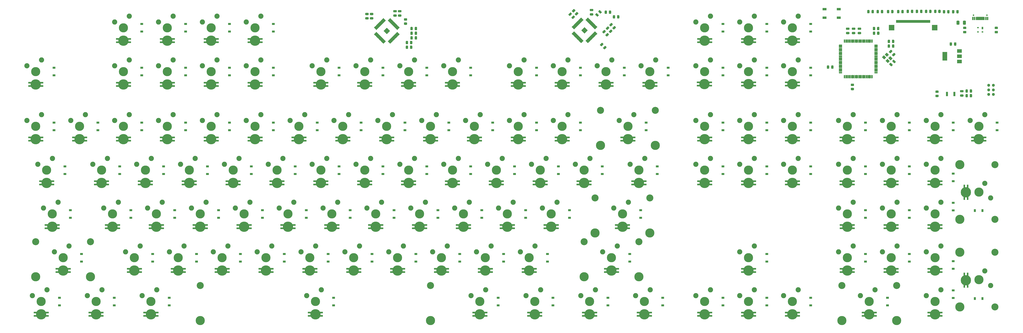
<source format=gbs>
G04 #@! TF.GenerationSoftware,KiCad,Pcbnew,(5.1.10)-1*
G04 #@! TF.CreationDate,2021-05-20T12:19:27-04:00*
G04 #@! TF.ProjectId,TooManyKeys,546f6f4d-616e-4794-9b65-79732e6b6963,1.5*
G04 #@! TF.SameCoordinates,Original*
G04 #@! TF.FileFunction,Soldermask,Bot*
G04 #@! TF.FilePolarity,Negative*
%FSLAX46Y46*%
G04 Gerber Fmt 4.6, Leading zero omitted, Abs format (unit mm)*
G04 Created by KiCad (PCBNEW (5.1.10)-1) date 2021-05-20 12:19:27*
%MOMM*%
%LPD*%
G01*
G04 APERTURE LIST*
%ADD10C,3.987800*%
%ADD11C,3.048000*%
%ADD12C,2.250000*%
%ADD13C,0.100000*%
%ADD14R,0.850000X0.300000*%
%ADD15C,4.500000*%
%ADD16R,1.400000X0.800000*%
%ADD17R,0.800000X1.400000*%
%ADD18R,2.400000X2.400000*%
%ADD19R,0.300000X1.200000*%
%ADD20C,1.300000*%
%ADD21R,1.800000X1.100000*%
%ADD22R,0.600000X1.450000*%
%ADD23R,0.300000X1.450000*%
%ADD24C,0.650000*%
%ADD25R,2.000000X1.500000*%
%ADD26R,2.000000X3.800000*%
%ADD27R,1.475000X0.600000*%
%ADD28R,0.600000X1.475000*%
%ADD29R,0.700000X1.000000*%
%ADD30R,0.700000X0.600000*%
%ADD31R,1.200000X0.900000*%
%ADD32R,0.900000X1.200000*%
G04 APERTURE END LIST*
D10*
X438150000Y-367030000D03*
X414337500Y-367030000D03*
D11*
X438150000Y-351790000D03*
X414337500Y-351790000D03*
D12*
X422433750Y-356235000D03*
D10*
X426243750Y-358775000D03*
D12*
X428783750Y-353695000D03*
X343852000Y-299085000D03*
D10*
X347662000Y-301625000D03*
D12*
X350202000Y-296545000D03*
X439102000Y-275272000D03*
D10*
X442912000Y-277812000D03*
D12*
X445452000Y-272732000D03*
X267652000Y-299085000D03*
D10*
X271462000Y-301625000D03*
D12*
X274002000Y-296545000D03*
X172402000Y-299085000D03*
D10*
X176212000Y-301625000D03*
D12*
X178752000Y-296545000D03*
X248602000Y-256222000D03*
D10*
X252412000Y-258762000D03*
D12*
X254952000Y-253682000D03*
X210502000Y-256222000D03*
D10*
X214312000Y-258762000D03*
D12*
X216852000Y-253682000D03*
X267652000Y-256222000D03*
D10*
X271462000Y-258762000D03*
D12*
X274002000Y-253682000D03*
X420052000Y-275272000D03*
D10*
X423862000Y-277812000D03*
D12*
X426402000Y-272732000D03*
X315278000Y-275272000D03*
D10*
X319088000Y-277812000D03*
D12*
X321628000Y-272732000D03*
X462915000Y-256222000D03*
D10*
X466725000Y-258762000D03*
D12*
X469265000Y-253682000D03*
X229552000Y-275272000D03*
D10*
X233362000Y-277812000D03*
D12*
X235902000Y-272732000D03*
X310515000Y-356235000D03*
D10*
X314325000Y-358775000D03*
D12*
X316865000Y-353695000D03*
X501015000Y-318135000D03*
D10*
X504825000Y-320675000D03*
D12*
X507365000Y-315595000D03*
X501015000Y-375285000D03*
D10*
X504825000Y-377825000D03*
D12*
X507365000Y-372745000D03*
X215265000Y-356235000D03*
D10*
X219075000Y-358775000D03*
D12*
X221615000Y-353695000D03*
X296228000Y-318135000D03*
D10*
X300038000Y-320675000D03*
D12*
X302578000Y-315595000D03*
X234315000Y-356235000D03*
D10*
X238125000Y-358775000D03*
D12*
X240665000Y-353695000D03*
X220028000Y-318135000D03*
D10*
X223838000Y-320675000D03*
D12*
X226378000Y-315595000D03*
X481965000Y-256222000D03*
D10*
X485775000Y-258762000D03*
D12*
X488315000Y-253682000D03*
X501015000Y-256222000D03*
D10*
X504825000Y-258762000D03*
D12*
X507365000Y-253682000D03*
X272415000Y-356235000D03*
D10*
X276225000Y-358775000D03*
D12*
X278765000Y-353695000D03*
X481965000Y-356235000D03*
D10*
X485775000Y-358775000D03*
D12*
X488315000Y-353695000D03*
X315278000Y-318135000D03*
D10*
X319088000Y-320675000D03*
D12*
X321628000Y-315595000D03*
X277178000Y-318135000D03*
D10*
X280988000Y-320675000D03*
D12*
X283528000Y-315595000D03*
X229552000Y-256222000D03*
D10*
X233362000Y-258762000D03*
D12*
X235902000Y-253682000D03*
X386715000Y-356235000D03*
D10*
X390525000Y-358775000D03*
D12*
X393065000Y-353695000D03*
X481965000Y-275272000D03*
D10*
X485775000Y-277812000D03*
D12*
X488315000Y-272732000D03*
X377190000Y-337185000D03*
D10*
X381000000Y-339725000D03*
D12*
X383540000Y-334645000D03*
X224790000Y-337185000D03*
D10*
X228600000Y-339725000D03*
D12*
X231140000Y-334645000D03*
X410528000Y-318135000D03*
D10*
X414338000Y-320675000D03*
D12*
X416878000Y-315595000D03*
X258128000Y-318135000D03*
D10*
X261938000Y-320675000D03*
D12*
X264478000Y-315595000D03*
X396240000Y-337185000D03*
D10*
X400050000Y-339725000D03*
D12*
X402590000Y-334645000D03*
X200978000Y-318135000D03*
D10*
X204788000Y-320675000D03*
D12*
X207328000Y-315595000D03*
X462915000Y-275272000D03*
D10*
X466725000Y-277812000D03*
D12*
X469265000Y-272732000D03*
X501015000Y-299085000D03*
D10*
X504825000Y-301625000D03*
D12*
X507365000Y-296545000D03*
X562928000Y-375285000D03*
D10*
X566738000Y-377825000D03*
D12*
X569278000Y-372745000D03*
X501015000Y-275272000D03*
D10*
X504825000Y-277812000D03*
D12*
X507365000Y-272732000D03*
X543878000Y-299085000D03*
D10*
X547688000Y-301625000D03*
D12*
X550228000Y-296545000D03*
X581978000Y-299085000D03*
D10*
X585788000Y-301625000D03*
D12*
X588328000Y-296545000D03*
X562928000Y-299085000D03*
D10*
X566738000Y-301625000D03*
D12*
X569278000Y-296545000D03*
X372428000Y-318135000D03*
D10*
X376238000Y-320675000D03*
D12*
X378778000Y-315595000D03*
X562928000Y-318135000D03*
D10*
X566738000Y-320675000D03*
D12*
X569278000Y-315595000D03*
X543878000Y-318135000D03*
D10*
X547688000Y-320675000D03*
D12*
X550228000Y-315595000D03*
X524828000Y-318135000D03*
D10*
X528638000Y-320675000D03*
D12*
X531178000Y-315595000D03*
X562928000Y-337185000D03*
D10*
X566738000Y-339725000D03*
D12*
X569278000Y-334645000D03*
X543878000Y-337185000D03*
D10*
X547688000Y-339725000D03*
D12*
X550228000Y-334645000D03*
X524828000Y-337185000D03*
D10*
X528638000Y-339725000D03*
D12*
X531178000Y-334645000D03*
X562928000Y-356235000D03*
D10*
X566738000Y-358775000D03*
D12*
X569278000Y-353695000D03*
X543878000Y-356235000D03*
D10*
X547688000Y-358775000D03*
D12*
X550228000Y-353695000D03*
X524828000Y-356235000D03*
D10*
X528638000Y-358775000D03*
D12*
X531178000Y-353695000D03*
X353378000Y-318135000D03*
D10*
X357188000Y-320675000D03*
D12*
X359728000Y-315595000D03*
X524828000Y-299085000D03*
D10*
X528638000Y-301625000D03*
D12*
X531178000Y-296545000D03*
X381952000Y-299085000D03*
D10*
X385762000Y-301625000D03*
D12*
X388302000Y-296545000D03*
X329565000Y-356235000D03*
D10*
X333375000Y-358775000D03*
D12*
X335915000Y-353695000D03*
X462915000Y-375285000D03*
D10*
X466725000Y-377825000D03*
D12*
X469265000Y-372745000D03*
X391478000Y-318135000D03*
D10*
X395288000Y-320675000D03*
D12*
X397828000Y-315595000D03*
X358140000Y-337185000D03*
D10*
X361950000Y-339725000D03*
D12*
X364490000Y-334645000D03*
X339090000Y-337185000D03*
D10*
X342900000Y-339725000D03*
D12*
X345440000Y-334645000D03*
X320040000Y-337185000D03*
D10*
X323850000Y-339725000D03*
D12*
X326390000Y-334645000D03*
X462915000Y-299085000D03*
D10*
X466725000Y-301625000D03*
D12*
X469265000Y-296545000D03*
X334328000Y-318135000D03*
D10*
X338138000Y-320675000D03*
D12*
X340678000Y-315595000D03*
X481965000Y-299085000D03*
D10*
X485775000Y-301625000D03*
D12*
X488315000Y-296545000D03*
X300990000Y-337185000D03*
D10*
X304800000Y-339725000D03*
D12*
X307340000Y-334645000D03*
X281940000Y-337185000D03*
D10*
X285750000Y-339725000D03*
D12*
X288290000Y-334645000D03*
X262890000Y-337185000D03*
D10*
X266700000Y-339725000D03*
D12*
X269240000Y-334645000D03*
X381952000Y-275272000D03*
D10*
X385762000Y-277812000D03*
D12*
X388302000Y-272732000D03*
X353378000Y-275272000D03*
D10*
X357188000Y-277812000D03*
D12*
X359728000Y-272732000D03*
X334328000Y-275272000D03*
D10*
X338138000Y-277812000D03*
D12*
X340678000Y-272732000D03*
X296228000Y-275272000D03*
D10*
X300038000Y-277812000D03*
D12*
X302578000Y-272732000D03*
X267652000Y-275272000D03*
D10*
X271462000Y-277812000D03*
D12*
X274002000Y-272732000D03*
X248602000Y-275272000D03*
D10*
X252412000Y-277812000D03*
D12*
X254952000Y-272732000D03*
X210502000Y-275272000D03*
D10*
X214312000Y-277812000D03*
D12*
X216852000Y-272732000D03*
X172402000Y-275272000D03*
D10*
X176212000Y-277812000D03*
D12*
X178752000Y-272732000D03*
X401002000Y-299085000D03*
D10*
X404812000Y-301625000D03*
D12*
X407352000Y-296545000D03*
X481965000Y-318135000D03*
D10*
X485775000Y-320675000D03*
D12*
X488315000Y-315595000D03*
X239078000Y-318135000D03*
D10*
X242888000Y-320675000D03*
D12*
X245428000Y-315595000D03*
X481965000Y-375285000D03*
D10*
X485775000Y-377825000D03*
D12*
X488315000Y-372745000D03*
X367665000Y-356235000D03*
D10*
X371475000Y-358775000D03*
D12*
X374015000Y-353695000D03*
X462915000Y-318135000D03*
D10*
X466725000Y-320675000D03*
D12*
X469265000Y-315595000D03*
X243840000Y-337185000D03*
D10*
X247650000Y-339725000D03*
D12*
X250190000Y-334645000D03*
X348615000Y-356235000D03*
D10*
X352425000Y-358775000D03*
D12*
X354965000Y-353695000D03*
X253365000Y-356235000D03*
D10*
X257175000Y-358775000D03*
D12*
X259715000Y-353695000D03*
X291465000Y-356235000D03*
D10*
X295275000Y-358775000D03*
D12*
X297815000Y-353695000D03*
X205740000Y-337185000D03*
D10*
X209550000Y-339725000D03*
D12*
X212090000Y-334645000D03*
X324802000Y-299085000D03*
D10*
X328612000Y-301625000D03*
D12*
X331152000Y-296545000D03*
X305752000Y-299085000D03*
D10*
X309562000Y-301625000D03*
D12*
X312102000Y-296545000D03*
X286702000Y-299085000D03*
D10*
X290512000Y-301625000D03*
D12*
X293052000Y-296545000D03*
X248602000Y-299085000D03*
D10*
X252412000Y-301625000D03*
D12*
X254952000Y-296545000D03*
X229552000Y-299085000D03*
D10*
X233362000Y-301625000D03*
D12*
X235902000Y-296545000D03*
X210502000Y-299085000D03*
D10*
X214312000Y-301625000D03*
D12*
X216852000Y-296545000D03*
X191452000Y-299085000D03*
D10*
X195262000Y-301625000D03*
D12*
X197802000Y-296545000D03*
X362902000Y-299085000D03*
D10*
X366712000Y-301625000D03*
D12*
X369252000Y-296545000D03*
X400987260Y-275269960D03*
D10*
X404797260Y-277809960D03*
D12*
X407337260Y-272729960D03*
D13*
G36*
X328676000Y-261510214D02*
G01*
X327261786Y-260096000D01*
X328676000Y-258681786D01*
X330090214Y-260096000D01*
X328676000Y-261510214D01*
G37*
G36*
X330143600Y-265664819D02*
G01*
X329100618Y-264621837D01*
X329312750Y-264409705D01*
X330355732Y-265452687D01*
X330143600Y-265664819D01*
G37*
G36*
X330497153Y-265311266D02*
G01*
X329454171Y-264268284D01*
X329666303Y-264056152D01*
X330709285Y-265099134D01*
X330497153Y-265311266D01*
G37*
G36*
X330850707Y-264957712D02*
G01*
X329807725Y-263914730D01*
X330019857Y-263702598D01*
X331062839Y-264745580D01*
X330850707Y-264957712D01*
G37*
G36*
X331204260Y-264604159D02*
G01*
X330161278Y-263561177D01*
X330373410Y-263349045D01*
X331416392Y-264392027D01*
X331204260Y-264604159D01*
G37*
G36*
X331557813Y-264250606D02*
G01*
X330514831Y-263207624D01*
X330726963Y-262995492D01*
X331769945Y-264038474D01*
X331557813Y-264250606D01*
G37*
G36*
X331911367Y-263897052D02*
G01*
X330868385Y-262854070D01*
X331080517Y-262641938D01*
X332123499Y-263684920D01*
X331911367Y-263897052D01*
G37*
G36*
X332264920Y-263543499D02*
G01*
X331221938Y-262500517D01*
X331434070Y-262288385D01*
X332477052Y-263331367D01*
X332264920Y-263543499D01*
G37*
G36*
X332618474Y-263189945D02*
G01*
X331575492Y-262146963D01*
X331787624Y-261934831D01*
X332830606Y-262977813D01*
X332618474Y-263189945D01*
G37*
G36*
X332972027Y-262836392D02*
G01*
X331929045Y-261793410D01*
X332141177Y-261581278D01*
X333184159Y-262624260D01*
X332972027Y-262836392D01*
G37*
G36*
X333325580Y-262482839D02*
G01*
X332282598Y-261439857D01*
X332494730Y-261227725D01*
X333537712Y-262270707D01*
X333325580Y-262482839D01*
G37*
G36*
X333679134Y-262129285D02*
G01*
X332636152Y-261086303D01*
X332848284Y-260874171D01*
X333891266Y-261917153D01*
X333679134Y-262129285D01*
G37*
G36*
X334032687Y-261775732D02*
G01*
X332989705Y-260732750D01*
X333201837Y-260520618D01*
X334244819Y-261563600D01*
X334032687Y-261775732D01*
G37*
G36*
X332989705Y-259459250D02*
G01*
X334032687Y-258416268D01*
X334244819Y-258628400D01*
X333201837Y-259671382D01*
X332989705Y-259459250D01*
G37*
G36*
X332636152Y-259105697D02*
G01*
X333679134Y-258062715D01*
X333891266Y-258274847D01*
X332848284Y-259317829D01*
X332636152Y-259105697D01*
G37*
G36*
X332282598Y-258752143D02*
G01*
X333325580Y-257709161D01*
X333537712Y-257921293D01*
X332494730Y-258964275D01*
X332282598Y-258752143D01*
G37*
G36*
X331929045Y-258398590D02*
G01*
X332972027Y-257355608D01*
X333184159Y-257567740D01*
X332141177Y-258610722D01*
X331929045Y-258398590D01*
G37*
G36*
X331575492Y-258045037D02*
G01*
X332618474Y-257002055D01*
X332830606Y-257214187D01*
X331787624Y-258257169D01*
X331575492Y-258045037D01*
G37*
G36*
X331221938Y-257691483D02*
G01*
X332264920Y-256648501D01*
X332477052Y-256860633D01*
X331434070Y-257903615D01*
X331221938Y-257691483D01*
G37*
G36*
X330868385Y-257337930D02*
G01*
X331911367Y-256294948D01*
X332123499Y-256507080D01*
X331080517Y-257550062D01*
X330868385Y-257337930D01*
G37*
G36*
X330514831Y-256984376D02*
G01*
X331557813Y-255941394D01*
X331769945Y-256153526D01*
X330726963Y-257196508D01*
X330514831Y-256984376D01*
G37*
G36*
X330161278Y-256630823D02*
G01*
X331204260Y-255587841D01*
X331416392Y-255799973D01*
X330373410Y-256842955D01*
X330161278Y-256630823D01*
G37*
G36*
X329807725Y-256277270D02*
G01*
X330850707Y-255234288D01*
X331062839Y-255446420D01*
X330019857Y-256489402D01*
X329807725Y-256277270D01*
G37*
G36*
X329454171Y-255923716D02*
G01*
X330497153Y-254880734D01*
X330709285Y-255092866D01*
X329666303Y-256135848D01*
X329454171Y-255923716D01*
G37*
G36*
X329100618Y-255570163D02*
G01*
X330143600Y-254527181D01*
X330355732Y-254739313D01*
X329312750Y-255782295D01*
X329100618Y-255570163D01*
G37*
G36*
X328039250Y-255782295D02*
G01*
X326996268Y-254739313D01*
X327208400Y-254527181D01*
X328251382Y-255570163D01*
X328039250Y-255782295D01*
G37*
G36*
X327685697Y-256135848D02*
G01*
X326642715Y-255092866D01*
X326854847Y-254880734D01*
X327897829Y-255923716D01*
X327685697Y-256135848D01*
G37*
G36*
X327332143Y-256489402D02*
G01*
X326289161Y-255446420D01*
X326501293Y-255234288D01*
X327544275Y-256277270D01*
X327332143Y-256489402D01*
G37*
G36*
X326978590Y-256842955D02*
G01*
X325935608Y-255799973D01*
X326147740Y-255587841D01*
X327190722Y-256630823D01*
X326978590Y-256842955D01*
G37*
G36*
X326625037Y-257196508D02*
G01*
X325582055Y-256153526D01*
X325794187Y-255941394D01*
X326837169Y-256984376D01*
X326625037Y-257196508D01*
G37*
G36*
X326271483Y-257550062D02*
G01*
X325228501Y-256507080D01*
X325440633Y-256294948D01*
X326483615Y-257337930D01*
X326271483Y-257550062D01*
G37*
G36*
X325917930Y-257903615D02*
G01*
X324874948Y-256860633D01*
X325087080Y-256648501D01*
X326130062Y-257691483D01*
X325917930Y-257903615D01*
G37*
G36*
X325564376Y-258257169D02*
G01*
X324521394Y-257214187D01*
X324733526Y-257002055D01*
X325776508Y-258045037D01*
X325564376Y-258257169D01*
G37*
G36*
X325210823Y-258610722D02*
G01*
X324167841Y-257567740D01*
X324379973Y-257355608D01*
X325422955Y-258398590D01*
X325210823Y-258610722D01*
G37*
G36*
X324857270Y-258964275D02*
G01*
X323814288Y-257921293D01*
X324026420Y-257709161D01*
X325069402Y-258752143D01*
X324857270Y-258964275D01*
G37*
G36*
X324503716Y-259317829D02*
G01*
X323460734Y-258274847D01*
X323672866Y-258062715D01*
X324715848Y-259105697D01*
X324503716Y-259317829D01*
G37*
G36*
X324150163Y-259671382D02*
G01*
X323107181Y-258628400D01*
X323319313Y-258416268D01*
X324362295Y-259459250D01*
X324150163Y-259671382D01*
G37*
G36*
X323107181Y-261563600D02*
G01*
X324150163Y-260520618D01*
X324362295Y-260732750D01*
X323319313Y-261775732D01*
X323107181Y-261563600D01*
G37*
G36*
X323460734Y-261917153D02*
G01*
X324503716Y-260874171D01*
X324715848Y-261086303D01*
X323672866Y-262129285D01*
X323460734Y-261917153D01*
G37*
G36*
X323814288Y-262270707D02*
G01*
X324857270Y-261227725D01*
X325069402Y-261439857D01*
X324026420Y-262482839D01*
X323814288Y-262270707D01*
G37*
G36*
X324167841Y-262624260D02*
G01*
X325210823Y-261581278D01*
X325422955Y-261793410D01*
X324379973Y-262836392D01*
X324167841Y-262624260D01*
G37*
G36*
X324521394Y-262977813D02*
G01*
X325564376Y-261934831D01*
X325776508Y-262146963D01*
X324733526Y-263189945D01*
X324521394Y-262977813D01*
G37*
G36*
X324874948Y-263331367D02*
G01*
X325917930Y-262288385D01*
X326130062Y-262500517D01*
X325087080Y-263543499D01*
X324874948Y-263331367D01*
G37*
G36*
X325228501Y-263684920D02*
G01*
X326271483Y-262641938D01*
X326483615Y-262854070D01*
X325440633Y-263897052D01*
X325228501Y-263684920D01*
G37*
G36*
X325582055Y-264038474D02*
G01*
X326625037Y-262995492D01*
X326837169Y-263207624D01*
X325794187Y-264250606D01*
X325582055Y-264038474D01*
G37*
G36*
X325935608Y-264392027D02*
G01*
X326978590Y-263349045D01*
X327190722Y-263561177D01*
X326147740Y-264604159D01*
X325935608Y-264392027D01*
G37*
G36*
X326289161Y-264745580D02*
G01*
X327332143Y-263702598D01*
X327544275Y-263914730D01*
X326501293Y-264957712D01*
X326289161Y-264745580D01*
G37*
G36*
X326642715Y-265099134D02*
G01*
X327685697Y-264056152D01*
X327897829Y-264268284D01*
X326854847Y-265311266D01*
X326642715Y-265099134D01*
G37*
G36*
X326996268Y-265452687D02*
G01*
X328039250Y-264409705D01*
X328251382Y-264621837D01*
X327208400Y-265664819D01*
X326996268Y-265452687D01*
G37*
G36*
X415942214Y-259842000D02*
G01*
X414528000Y-261256214D01*
X413113786Y-259842000D01*
X414528000Y-258427786D01*
X415942214Y-259842000D01*
G37*
G36*
X420096819Y-258374400D02*
G01*
X419053837Y-259417382D01*
X418841705Y-259205250D01*
X419884687Y-258162268D01*
X420096819Y-258374400D01*
G37*
G36*
X419743266Y-258020847D02*
G01*
X418700284Y-259063829D01*
X418488152Y-258851697D01*
X419531134Y-257808715D01*
X419743266Y-258020847D01*
G37*
G36*
X419389712Y-257667293D02*
G01*
X418346730Y-258710275D01*
X418134598Y-258498143D01*
X419177580Y-257455161D01*
X419389712Y-257667293D01*
G37*
G36*
X419036159Y-257313740D02*
G01*
X417993177Y-258356722D01*
X417781045Y-258144590D01*
X418824027Y-257101608D01*
X419036159Y-257313740D01*
G37*
G36*
X418682606Y-256960187D02*
G01*
X417639624Y-258003169D01*
X417427492Y-257791037D01*
X418470474Y-256748055D01*
X418682606Y-256960187D01*
G37*
G36*
X418329052Y-256606633D02*
G01*
X417286070Y-257649615D01*
X417073938Y-257437483D01*
X418116920Y-256394501D01*
X418329052Y-256606633D01*
G37*
G36*
X417975499Y-256253080D02*
G01*
X416932517Y-257296062D01*
X416720385Y-257083930D01*
X417763367Y-256040948D01*
X417975499Y-256253080D01*
G37*
G36*
X417621945Y-255899526D02*
G01*
X416578963Y-256942508D01*
X416366831Y-256730376D01*
X417409813Y-255687394D01*
X417621945Y-255899526D01*
G37*
G36*
X417268392Y-255545973D02*
G01*
X416225410Y-256588955D01*
X416013278Y-256376823D01*
X417056260Y-255333841D01*
X417268392Y-255545973D01*
G37*
G36*
X416914839Y-255192420D02*
G01*
X415871857Y-256235402D01*
X415659725Y-256023270D01*
X416702707Y-254980288D01*
X416914839Y-255192420D01*
G37*
G36*
X416561285Y-254838866D02*
G01*
X415518303Y-255881848D01*
X415306171Y-255669716D01*
X416349153Y-254626734D01*
X416561285Y-254838866D01*
G37*
G36*
X416207732Y-254485313D02*
G01*
X415164750Y-255528295D01*
X414952618Y-255316163D01*
X415995600Y-254273181D01*
X416207732Y-254485313D01*
G37*
G36*
X413891250Y-255528295D02*
G01*
X412848268Y-254485313D01*
X413060400Y-254273181D01*
X414103382Y-255316163D01*
X413891250Y-255528295D01*
G37*
G36*
X413537697Y-255881848D02*
G01*
X412494715Y-254838866D01*
X412706847Y-254626734D01*
X413749829Y-255669716D01*
X413537697Y-255881848D01*
G37*
G36*
X413184143Y-256235402D02*
G01*
X412141161Y-255192420D01*
X412353293Y-254980288D01*
X413396275Y-256023270D01*
X413184143Y-256235402D01*
G37*
G36*
X412830590Y-256588955D02*
G01*
X411787608Y-255545973D01*
X411999740Y-255333841D01*
X413042722Y-256376823D01*
X412830590Y-256588955D01*
G37*
G36*
X412477037Y-256942508D02*
G01*
X411434055Y-255899526D01*
X411646187Y-255687394D01*
X412689169Y-256730376D01*
X412477037Y-256942508D01*
G37*
G36*
X412123483Y-257296062D02*
G01*
X411080501Y-256253080D01*
X411292633Y-256040948D01*
X412335615Y-257083930D01*
X412123483Y-257296062D01*
G37*
G36*
X411769930Y-257649615D02*
G01*
X410726948Y-256606633D01*
X410939080Y-256394501D01*
X411982062Y-257437483D01*
X411769930Y-257649615D01*
G37*
G36*
X411416376Y-258003169D02*
G01*
X410373394Y-256960187D01*
X410585526Y-256748055D01*
X411628508Y-257791037D01*
X411416376Y-258003169D01*
G37*
G36*
X411062823Y-258356722D02*
G01*
X410019841Y-257313740D01*
X410231973Y-257101608D01*
X411274955Y-258144590D01*
X411062823Y-258356722D01*
G37*
G36*
X410709270Y-258710275D02*
G01*
X409666288Y-257667293D01*
X409878420Y-257455161D01*
X410921402Y-258498143D01*
X410709270Y-258710275D01*
G37*
G36*
X410355716Y-259063829D02*
G01*
X409312734Y-258020847D01*
X409524866Y-257808715D01*
X410567848Y-258851697D01*
X410355716Y-259063829D01*
G37*
G36*
X410002163Y-259417382D02*
G01*
X408959181Y-258374400D01*
X409171313Y-258162268D01*
X410214295Y-259205250D01*
X410002163Y-259417382D01*
G37*
G36*
X410214295Y-260478750D02*
G01*
X409171313Y-261521732D01*
X408959181Y-261309600D01*
X410002163Y-260266618D01*
X410214295Y-260478750D01*
G37*
G36*
X410567848Y-260832303D02*
G01*
X409524866Y-261875285D01*
X409312734Y-261663153D01*
X410355716Y-260620171D01*
X410567848Y-260832303D01*
G37*
G36*
X410921402Y-261185857D02*
G01*
X409878420Y-262228839D01*
X409666288Y-262016707D01*
X410709270Y-260973725D01*
X410921402Y-261185857D01*
G37*
G36*
X411274955Y-261539410D02*
G01*
X410231973Y-262582392D01*
X410019841Y-262370260D01*
X411062823Y-261327278D01*
X411274955Y-261539410D01*
G37*
G36*
X411628508Y-261892963D02*
G01*
X410585526Y-262935945D01*
X410373394Y-262723813D01*
X411416376Y-261680831D01*
X411628508Y-261892963D01*
G37*
G36*
X411982062Y-262246517D02*
G01*
X410939080Y-263289499D01*
X410726948Y-263077367D01*
X411769930Y-262034385D01*
X411982062Y-262246517D01*
G37*
G36*
X412335615Y-262600070D02*
G01*
X411292633Y-263643052D01*
X411080501Y-263430920D01*
X412123483Y-262387938D01*
X412335615Y-262600070D01*
G37*
G36*
X412689169Y-262953624D02*
G01*
X411646187Y-263996606D01*
X411434055Y-263784474D01*
X412477037Y-262741492D01*
X412689169Y-262953624D01*
G37*
G36*
X413042722Y-263307177D02*
G01*
X411999740Y-264350159D01*
X411787608Y-264138027D01*
X412830590Y-263095045D01*
X413042722Y-263307177D01*
G37*
G36*
X413396275Y-263660730D02*
G01*
X412353293Y-264703712D01*
X412141161Y-264491580D01*
X413184143Y-263448598D01*
X413396275Y-263660730D01*
G37*
G36*
X413749829Y-264014284D02*
G01*
X412706847Y-265057266D01*
X412494715Y-264845134D01*
X413537697Y-263802152D01*
X413749829Y-264014284D01*
G37*
G36*
X414103382Y-264367837D02*
G01*
X413060400Y-265410819D01*
X412848268Y-265198687D01*
X413891250Y-264155705D01*
X414103382Y-264367837D01*
G37*
G36*
X415995600Y-265410819D02*
G01*
X414952618Y-264367837D01*
X415164750Y-264155705D01*
X416207732Y-265198687D01*
X415995600Y-265410819D01*
G37*
G36*
X416349153Y-265057266D02*
G01*
X415306171Y-264014284D01*
X415518303Y-263802152D01*
X416561285Y-264845134D01*
X416349153Y-265057266D01*
G37*
G36*
X416702707Y-264703712D02*
G01*
X415659725Y-263660730D01*
X415871857Y-263448598D01*
X416914839Y-264491580D01*
X416702707Y-264703712D01*
G37*
G36*
X417056260Y-264350159D02*
G01*
X416013278Y-263307177D01*
X416225410Y-263095045D01*
X417268392Y-264138027D01*
X417056260Y-264350159D01*
G37*
G36*
X417409813Y-263996606D02*
G01*
X416366831Y-262953624D01*
X416578963Y-262741492D01*
X417621945Y-263784474D01*
X417409813Y-263996606D01*
G37*
G36*
X417763367Y-263643052D02*
G01*
X416720385Y-262600070D01*
X416932517Y-262387938D01*
X417975499Y-263430920D01*
X417763367Y-263643052D01*
G37*
G36*
X418116920Y-263289499D02*
G01*
X417073938Y-262246517D01*
X417286070Y-262034385D01*
X418329052Y-263077367D01*
X418116920Y-263289499D01*
G37*
G36*
X418470474Y-262935945D02*
G01*
X417427492Y-261892963D01*
X417639624Y-261680831D01*
X418682606Y-262723813D01*
X418470474Y-262935945D01*
G37*
G36*
X418824027Y-262582392D02*
G01*
X417781045Y-261539410D01*
X417993177Y-261327278D01*
X419036159Y-262370260D01*
X418824027Y-262582392D01*
G37*
G36*
X419177580Y-262228839D02*
G01*
X418134598Y-261185857D01*
X418346730Y-260973725D01*
X419389712Y-262016707D01*
X419177580Y-262228839D01*
G37*
G36*
X419531134Y-261875285D02*
G01*
X418488152Y-260832303D01*
X418700284Y-260620171D01*
X419743266Y-261663153D01*
X419531134Y-261875285D01*
G37*
G36*
X419884687Y-261521732D02*
G01*
X418841705Y-260478750D01*
X419053837Y-260266618D01*
X420096819Y-261309600D01*
X419884687Y-261521732D01*
G37*
D14*
X571957000Y-286778000D03*
X571957000Y-287278000D03*
X571957000Y-287778000D03*
X571957000Y-288278000D03*
X575107000Y-288278000D03*
X575107000Y-287778000D03*
X575107000Y-287278000D03*
X575107000Y-286778000D03*
D15*
X176212000Y-283369000D03*
D16*
X178812000Y-282644000D03*
X173612000Y-282644000D03*
X173612000Y-284094000D03*
X178812000Y-284094000D03*
D15*
X323850000Y-345281000D03*
D16*
X326450000Y-344556000D03*
X321250000Y-344556000D03*
X321250000Y-346006000D03*
X326450000Y-346006000D03*
D15*
X585724000Y-307181000D03*
D16*
X588324000Y-306456000D03*
X583124000Y-306456000D03*
X583124000Y-307906000D03*
X588324000Y-307906000D03*
D15*
X504825000Y-283210000D03*
D16*
X507425000Y-282485000D03*
X502225000Y-282485000D03*
X502225000Y-283935000D03*
X507425000Y-283935000D03*
D15*
X342900000Y-345281000D03*
D16*
X345500000Y-344556000D03*
X340300000Y-344556000D03*
X340300000Y-346006000D03*
X345500000Y-346006000D03*
D15*
X580167000Y-330327000D03*
D17*
X580892000Y-332927000D03*
X580892000Y-327727000D03*
X579442000Y-327727000D03*
X579442000Y-332927000D03*
D15*
X580167000Y-368554000D03*
D17*
X580892000Y-371154000D03*
X580892000Y-365954000D03*
X579442000Y-365954000D03*
X579442000Y-371154000D03*
D15*
X566738000Y-383381000D03*
D16*
X569338000Y-382656000D03*
X564138000Y-382656000D03*
X564138000Y-384106000D03*
X569338000Y-384106000D03*
D15*
X538162000Y-383381000D03*
D16*
X540762000Y-382656000D03*
X535562000Y-382656000D03*
X535562000Y-384106000D03*
X540762000Y-384106000D03*
D15*
X504825000Y-383381000D03*
D16*
X507425000Y-382656000D03*
X502225000Y-382656000D03*
X502225000Y-384106000D03*
X507425000Y-384106000D03*
D15*
X485775000Y-383381000D03*
D16*
X488375000Y-382656000D03*
X483175000Y-382656000D03*
X483175000Y-384106000D03*
X488375000Y-384106000D03*
D15*
X466725000Y-383381000D03*
D16*
X469325000Y-382656000D03*
X464125000Y-382656000D03*
X464125000Y-384106000D03*
X469325000Y-384106000D03*
D15*
X440531000Y-383381000D03*
D16*
X443131000Y-382656000D03*
X437931000Y-382656000D03*
X437931000Y-384106000D03*
X443131000Y-384106000D03*
D15*
X416719000Y-383381000D03*
D16*
X419319000Y-382656000D03*
X414119000Y-382656000D03*
X414119000Y-384106000D03*
X419319000Y-384106000D03*
D15*
X392906000Y-383381000D03*
D16*
X395506000Y-382656000D03*
X390306000Y-382656000D03*
X390306000Y-384106000D03*
X395506000Y-384106000D03*
D15*
X369094000Y-383381000D03*
D16*
X371694000Y-382656000D03*
X366494000Y-382656000D03*
X366494000Y-384106000D03*
X371694000Y-384106000D03*
D15*
X297656000Y-383381000D03*
D16*
X300256000Y-382656000D03*
X295056000Y-382656000D03*
X295056000Y-384106000D03*
X300256000Y-384106000D03*
D15*
X226219000Y-383381000D03*
D16*
X228819000Y-382656000D03*
X223619000Y-382656000D03*
X223619000Y-384106000D03*
X228819000Y-384106000D03*
D15*
X202406000Y-383381000D03*
D16*
X205006000Y-382656000D03*
X199806000Y-382656000D03*
X199806000Y-384106000D03*
X205006000Y-384106000D03*
D15*
X178594000Y-383381000D03*
D16*
X181194000Y-382656000D03*
X175994000Y-382656000D03*
X175994000Y-384106000D03*
X181194000Y-384106000D03*
D15*
X566738000Y-364331000D03*
D16*
X569338000Y-363606000D03*
X564138000Y-363606000D03*
X564138000Y-365056000D03*
X569338000Y-365056000D03*
D15*
X547688000Y-364331000D03*
D16*
X550288000Y-363606000D03*
X545088000Y-363606000D03*
X545088000Y-365056000D03*
X550288000Y-365056000D03*
D15*
X528638000Y-364331000D03*
D16*
X531238000Y-363606000D03*
X526038000Y-363606000D03*
X526038000Y-365056000D03*
X531238000Y-365056000D03*
D15*
X485775000Y-364331000D03*
D16*
X488375000Y-363606000D03*
X483175000Y-363606000D03*
X483175000Y-365056000D03*
X488375000Y-365056000D03*
D15*
X426244000Y-364331000D03*
D16*
X428844000Y-363606000D03*
X423644000Y-363606000D03*
X423644000Y-365056000D03*
X428844000Y-365056000D03*
D15*
X390525000Y-364331000D03*
D16*
X393125000Y-363606000D03*
X387925000Y-363606000D03*
X387925000Y-365056000D03*
X393125000Y-365056000D03*
D15*
X371475000Y-364331000D03*
D16*
X374075000Y-363606000D03*
X368875000Y-363606000D03*
X368875000Y-365056000D03*
X374075000Y-365056000D03*
D15*
X352425000Y-364331000D03*
D16*
X355025000Y-363606000D03*
X349825000Y-363606000D03*
X349825000Y-365056000D03*
X355025000Y-365056000D03*
D15*
X333375000Y-364331000D03*
D16*
X335975000Y-363606000D03*
X330775000Y-363606000D03*
X330775000Y-365056000D03*
X335975000Y-365056000D03*
D15*
X314325000Y-364331000D03*
D16*
X316925000Y-363606000D03*
X311725000Y-363606000D03*
X311725000Y-365056000D03*
X316925000Y-365056000D03*
D15*
X295275000Y-364331000D03*
D16*
X297875000Y-363606000D03*
X292675000Y-363606000D03*
X292675000Y-365056000D03*
X297875000Y-365056000D03*
D15*
X276225000Y-364331000D03*
D16*
X278825000Y-363606000D03*
X273625000Y-363606000D03*
X273625000Y-365056000D03*
X278825000Y-365056000D03*
D15*
X257175000Y-364331000D03*
D16*
X259775000Y-363606000D03*
X254575000Y-363606000D03*
X254575000Y-365056000D03*
X259775000Y-365056000D03*
D15*
X238125000Y-364331000D03*
D16*
X240725000Y-363606000D03*
X235525000Y-363606000D03*
X235525000Y-365056000D03*
X240725000Y-365056000D03*
D15*
X219075000Y-364331000D03*
D16*
X221675000Y-363606000D03*
X216475000Y-363606000D03*
X216475000Y-365056000D03*
X221675000Y-365056000D03*
D15*
X188119000Y-364331000D03*
D16*
X190719000Y-363606000D03*
X185519000Y-363606000D03*
X185519000Y-365056000D03*
X190719000Y-365056000D03*
D15*
X566738000Y-345281000D03*
D16*
X569338000Y-344556000D03*
X564138000Y-344556000D03*
X564138000Y-346006000D03*
X569338000Y-346006000D03*
D15*
X547688000Y-345281000D03*
D16*
X550288000Y-344556000D03*
X545088000Y-344556000D03*
X545088000Y-346006000D03*
X550288000Y-346006000D03*
D15*
X528638000Y-345281000D03*
D16*
X531238000Y-344556000D03*
X526038000Y-344556000D03*
X526038000Y-346006000D03*
X531238000Y-346006000D03*
D15*
X431006000Y-345281000D03*
D16*
X433606000Y-344556000D03*
X428406000Y-344556000D03*
X428406000Y-346006000D03*
X433606000Y-346006000D03*
D15*
X400050000Y-345281000D03*
D16*
X402650000Y-344556000D03*
X397450000Y-344556000D03*
X397450000Y-346006000D03*
X402650000Y-346006000D03*
D15*
X381000000Y-345281000D03*
D16*
X383600000Y-344556000D03*
X378400000Y-344556000D03*
X378400000Y-346006000D03*
X383600000Y-346006000D03*
D15*
X361950000Y-345281000D03*
D16*
X364550000Y-344556000D03*
X359350000Y-344556000D03*
X359350000Y-346006000D03*
X364550000Y-346006000D03*
D15*
X304800000Y-345281000D03*
D16*
X307400000Y-344556000D03*
X302200000Y-344556000D03*
X302200000Y-346006000D03*
X307400000Y-346006000D03*
D15*
X285750000Y-345281000D03*
D16*
X288350000Y-344556000D03*
X283150000Y-344556000D03*
X283150000Y-346006000D03*
X288350000Y-346006000D03*
D15*
X266700000Y-345281000D03*
D16*
X269300000Y-344556000D03*
X264100000Y-344556000D03*
X264100000Y-346006000D03*
X269300000Y-346006000D03*
D15*
X247650000Y-345281000D03*
D16*
X250250000Y-344556000D03*
X245050000Y-344556000D03*
X245050000Y-346006000D03*
X250250000Y-346006000D03*
D15*
X228600000Y-345281000D03*
D16*
X231200000Y-344556000D03*
X226000000Y-344556000D03*
X226000000Y-346006000D03*
X231200000Y-346006000D03*
D15*
X209550000Y-345281000D03*
D16*
X212150000Y-344556000D03*
X206950000Y-344556000D03*
X206950000Y-346006000D03*
X212150000Y-346006000D03*
D15*
X183356000Y-345281000D03*
D16*
X185956000Y-344556000D03*
X180756000Y-344556000D03*
X180756000Y-346006000D03*
X185956000Y-346006000D03*
D15*
X485775000Y-326231000D03*
D16*
X488375000Y-325506000D03*
X483175000Y-325506000D03*
X483175000Y-326956000D03*
X488375000Y-326956000D03*
D15*
X466725000Y-326231000D03*
D16*
X469325000Y-325506000D03*
X464125000Y-325506000D03*
X464125000Y-326956000D03*
X469325000Y-326956000D03*
D15*
X438150000Y-326231000D03*
D16*
X440750000Y-325506000D03*
X435550000Y-325506000D03*
X435550000Y-326956000D03*
X440750000Y-326956000D03*
D15*
X414338000Y-326230000D03*
D16*
X416938000Y-325505000D03*
X411738000Y-325505000D03*
X411738000Y-326955000D03*
X416938000Y-326955000D03*
D15*
X395288000Y-326231000D03*
D16*
X397888000Y-325506000D03*
X392688000Y-325506000D03*
X392688000Y-326956000D03*
X397888000Y-326956000D03*
D15*
X376238000Y-326231000D03*
D16*
X378838000Y-325506000D03*
X373638000Y-325506000D03*
X373638000Y-326956000D03*
X378838000Y-326956000D03*
D15*
X357188000Y-326231000D03*
D16*
X359788000Y-325506000D03*
X354588000Y-325506000D03*
X354588000Y-326956000D03*
X359788000Y-326956000D03*
D15*
X338138000Y-326231000D03*
D16*
X340738000Y-325506000D03*
X335538000Y-325506000D03*
X335538000Y-326956000D03*
X340738000Y-326956000D03*
D15*
X319088000Y-326231000D03*
D16*
X321688000Y-325506000D03*
X316488000Y-325506000D03*
X316488000Y-326956000D03*
X321688000Y-326956000D03*
D15*
X300038000Y-326231000D03*
D16*
X302638000Y-325506000D03*
X297438000Y-325506000D03*
X297438000Y-326956000D03*
X302638000Y-326956000D03*
D15*
X280988000Y-326231000D03*
D16*
X283588000Y-325506000D03*
X278388000Y-325506000D03*
X278388000Y-326956000D03*
X283588000Y-326956000D03*
D15*
X261938000Y-326231000D03*
D16*
X264538000Y-325506000D03*
X259338000Y-325506000D03*
X259338000Y-326956000D03*
X264538000Y-326956000D03*
D15*
X242888000Y-326231000D03*
D16*
X245488000Y-325506000D03*
X240288000Y-325506000D03*
X240288000Y-326956000D03*
X245488000Y-326956000D03*
D15*
X223838000Y-326231000D03*
D16*
X226438000Y-325506000D03*
X221238000Y-325506000D03*
X221238000Y-326956000D03*
X226438000Y-326956000D03*
D15*
X204788000Y-326231000D03*
D16*
X207388000Y-325506000D03*
X202188000Y-325506000D03*
X202188000Y-326956000D03*
X207388000Y-326956000D03*
D15*
X180975000Y-326231000D03*
D16*
X183575000Y-325506000D03*
X178375000Y-325506000D03*
X178375000Y-326956000D03*
X183575000Y-326956000D03*
D15*
X504825000Y-326231000D03*
D16*
X507425000Y-325506000D03*
X502225000Y-325506000D03*
X502225000Y-326956000D03*
X507425000Y-326956000D03*
D15*
X528574000Y-326231000D03*
D16*
X531174000Y-325506000D03*
X525974000Y-325506000D03*
X525974000Y-326956000D03*
X531174000Y-326956000D03*
D15*
X547688000Y-326231000D03*
D16*
X550288000Y-325506000D03*
X545088000Y-325506000D03*
X545088000Y-326956000D03*
X550288000Y-326956000D03*
D15*
X566738000Y-326231000D03*
D16*
X569338000Y-325506000D03*
X564138000Y-325506000D03*
X564138000Y-326956000D03*
X569338000Y-326956000D03*
D15*
X566674000Y-307181000D03*
D16*
X569274000Y-306456000D03*
X564074000Y-306456000D03*
X564074000Y-307906000D03*
X569274000Y-307906000D03*
D15*
X547624000Y-307181000D03*
D16*
X550224000Y-306456000D03*
X545024000Y-306456000D03*
X545024000Y-307906000D03*
X550224000Y-307906000D03*
D15*
X528574000Y-307181000D03*
D16*
X531174000Y-306456000D03*
X525974000Y-306456000D03*
X525974000Y-307906000D03*
X531174000Y-307906000D03*
D15*
X504825000Y-307181000D03*
D16*
X507425000Y-306456000D03*
X502225000Y-306456000D03*
X502225000Y-307906000D03*
X507425000Y-307906000D03*
D15*
X485775000Y-307181000D03*
D16*
X488375000Y-306456000D03*
X483175000Y-306456000D03*
X483175000Y-307906000D03*
X488375000Y-307906000D03*
D15*
X466725000Y-307181000D03*
D16*
X469325000Y-306456000D03*
X464125000Y-306456000D03*
X464125000Y-307906000D03*
X469325000Y-307906000D03*
D15*
X433388000Y-307181000D03*
D16*
X435988000Y-306456000D03*
X430788000Y-306456000D03*
X430788000Y-307906000D03*
X435988000Y-307906000D03*
D15*
X404812000Y-307181000D03*
D16*
X407412000Y-306456000D03*
X402212000Y-306456000D03*
X402212000Y-307906000D03*
X407412000Y-307906000D03*
D15*
X385762000Y-307181000D03*
D16*
X388362000Y-306456000D03*
X383162000Y-306456000D03*
X383162000Y-307906000D03*
X388362000Y-307906000D03*
D15*
X366712000Y-307181000D03*
D16*
X369312000Y-306456000D03*
X364112000Y-306456000D03*
X364112000Y-307906000D03*
X369312000Y-307906000D03*
D15*
X347662000Y-307181000D03*
D16*
X350262000Y-306456000D03*
X345062000Y-306456000D03*
X345062000Y-307906000D03*
X350262000Y-307906000D03*
D15*
X328612000Y-307181000D03*
D16*
X331212000Y-306456000D03*
X326012000Y-306456000D03*
X326012000Y-307906000D03*
X331212000Y-307906000D03*
D15*
X309562000Y-307181000D03*
D16*
X312162000Y-306456000D03*
X306962000Y-306456000D03*
X306962000Y-307906000D03*
X312162000Y-307906000D03*
D15*
X290512000Y-307181000D03*
D16*
X293112000Y-306456000D03*
X287912000Y-306456000D03*
X287912000Y-307906000D03*
X293112000Y-307906000D03*
D15*
X271462000Y-307181000D03*
D16*
X274062000Y-306456000D03*
X268862000Y-306456000D03*
X268862000Y-307906000D03*
X274062000Y-307906000D03*
D15*
X252412000Y-307181000D03*
D16*
X255012000Y-306456000D03*
X249812000Y-306456000D03*
X249812000Y-307906000D03*
X255012000Y-307906000D03*
D15*
X233362000Y-307181000D03*
D16*
X235962000Y-306456000D03*
X230762000Y-306456000D03*
X230762000Y-307906000D03*
X235962000Y-307906000D03*
D15*
X214312000Y-307181000D03*
D16*
X216912000Y-306456000D03*
X211712000Y-306456000D03*
X211712000Y-307906000D03*
X216912000Y-307906000D03*
D15*
X195262000Y-307181000D03*
D16*
X197862000Y-306456000D03*
X192662000Y-306456000D03*
X192662000Y-307906000D03*
X197862000Y-307906000D03*
D15*
X176212000Y-307181000D03*
D16*
X178812000Y-306456000D03*
X173612000Y-306456000D03*
X173612000Y-307906000D03*
X178812000Y-307906000D03*
D15*
X485775000Y-283210000D03*
D16*
X488375000Y-282485000D03*
X483175000Y-282485000D03*
X483175000Y-283935000D03*
X488375000Y-283935000D03*
D15*
X466598000Y-283210000D03*
D16*
X469198000Y-282485000D03*
X463998000Y-282485000D03*
X463998000Y-283935000D03*
X469198000Y-283935000D03*
D15*
X442912000Y-283369000D03*
D16*
X445512000Y-282644000D03*
X440312000Y-282644000D03*
X440312000Y-284094000D03*
X445512000Y-284094000D03*
D15*
X423862000Y-283369000D03*
D16*
X426462000Y-282644000D03*
X421262000Y-282644000D03*
X421262000Y-284094000D03*
X426462000Y-284094000D03*
D15*
X404812000Y-283369000D03*
D16*
X407412000Y-282644000D03*
X402212000Y-282644000D03*
X402212000Y-284094000D03*
X407412000Y-284094000D03*
D15*
X385762000Y-283369000D03*
D16*
X388362000Y-282644000D03*
X383162000Y-282644000D03*
X383162000Y-284094000D03*
X388362000Y-284094000D03*
D15*
X357188000Y-283369000D03*
D16*
X359788000Y-282644000D03*
X354588000Y-282644000D03*
X354588000Y-284094000D03*
X359788000Y-284094000D03*
D15*
X338138000Y-283369000D03*
D16*
X340738000Y-282644000D03*
X335538000Y-282644000D03*
X335538000Y-284094000D03*
X340738000Y-284094000D03*
D15*
X319088000Y-283374000D03*
D16*
X321688000Y-282649000D03*
X316488000Y-282649000D03*
X316488000Y-284099000D03*
X321688000Y-284099000D03*
D15*
X300038000Y-283369000D03*
D16*
X302638000Y-282644000D03*
X297438000Y-282644000D03*
X297438000Y-284094000D03*
X302638000Y-284094000D03*
D15*
X271462000Y-283369000D03*
D16*
X274062000Y-282644000D03*
X268862000Y-282644000D03*
X268862000Y-284094000D03*
X274062000Y-284094000D03*
D15*
X252412000Y-283369000D03*
D16*
X255012000Y-282644000D03*
X249812000Y-282644000D03*
X249812000Y-284094000D03*
X255012000Y-284094000D03*
D15*
X233362000Y-283369000D03*
D16*
X235962000Y-282644000D03*
X230762000Y-282644000D03*
X230762000Y-284094000D03*
X235962000Y-284094000D03*
D15*
X214312000Y-283369000D03*
D16*
X216912000Y-282644000D03*
X211712000Y-282644000D03*
X211712000Y-284094000D03*
X216912000Y-284094000D03*
D15*
X504825000Y-264319000D03*
D16*
X507425000Y-263594000D03*
X502225000Y-263594000D03*
X502225000Y-265044000D03*
X507425000Y-265044000D03*
D15*
X485775000Y-264287000D03*
D16*
X488375000Y-263562000D03*
X483175000Y-263562000D03*
X483175000Y-265012000D03*
X488375000Y-265012000D03*
D15*
X466725000Y-264319000D03*
D16*
X469325000Y-263594000D03*
X464125000Y-263594000D03*
X464125000Y-265044000D03*
X469325000Y-265044000D03*
D15*
X271462000Y-264319000D03*
D16*
X274062000Y-263594000D03*
X268862000Y-263594000D03*
X268862000Y-265044000D03*
X274062000Y-265044000D03*
D15*
X252412000Y-264319000D03*
D16*
X255012000Y-263594000D03*
X249812000Y-263594000D03*
X249812000Y-265044000D03*
X255012000Y-265044000D03*
D15*
X233362000Y-264319000D03*
D16*
X235962000Y-263594000D03*
X230762000Y-263594000D03*
X230762000Y-265044000D03*
X235962000Y-265044000D03*
D15*
X214312000Y-264319000D03*
D16*
X216912000Y-263594000D03*
X211712000Y-263594000D03*
X211712000Y-265044000D03*
X216912000Y-265044000D03*
D12*
X433546000Y-334645000D03*
D10*
X431006000Y-339725000D03*
D12*
X427196000Y-337185000D03*
D11*
X419099750Y-332740000D03*
X442912250Y-332740000D03*
D10*
X419099750Y-347980000D03*
X442912250Y-347980000D03*
G36*
G01*
X533433000Y-258646000D02*
X534383000Y-258646000D01*
G75*
G02*
X534633000Y-258896000I0J-250000D01*
G01*
X534633000Y-259396000D01*
G75*
G02*
X534383000Y-259646000I-250000J0D01*
G01*
X533433000Y-259646000D01*
G75*
G02*
X533183000Y-259396000I0J250000D01*
G01*
X533183000Y-258896000D01*
G75*
G02*
X533433000Y-258646000I250000J0D01*
G01*
G37*
G36*
G01*
X533433000Y-260546000D02*
X534383000Y-260546000D01*
G75*
G02*
X534633000Y-260796000I0J-250000D01*
G01*
X534633000Y-261296000D01*
G75*
G02*
X534383000Y-261546000I-250000J0D01*
G01*
X533433000Y-261546000D01*
G75*
G02*
X533183000Y-261296000I0J250000D01*
G01*
X533183000Y-260796000D01*
G75*
G02*
X533433000Y-260546000I250000J0D01*
G01*
G37*
G36*
G01*
X549074000Y-266225000D02*
X549074000Y-267175000D01*
G75*
G02*
X548824000Y-267425000I-250000J0D01*
G01*
X548324000Y-267425000D01*
G75*
G02*
X548074000Y-267175000I0J250000D01*
G01*
X548074000Y-266225000D01*
G75*
G02*
X548324000Y-265975000I250000J0D01*
G01*
X548824000Y-265975000D01*
G75*
G02*
X549074000Y-266225000I0J-250000D01*
G01*
G37*
G36*
G01*
X547174000Y-266225000D02*
X547174000Y-267175000D01*
G75*
G02*
X546924000Y-267425000I-250000J0D01*
G01*
X546424000Y-267425000D01*
G75*
G02*
X546174000Y-267175000I0J250000D01*
G01*
X546174000Y-266225000D01*
G75*
G02*
X546424000Y-265975000I250000J0D01*
G01*
X546924000Y-265975000D01*
G75*
G02*
X547174000Y-266225000I0J-250000D01*
G01*
G37*
D12*
X183515000Y-315595000D03*
D10*
X180975000Y-320675000D03*
D12*
X177165000Y-318135000D03*
X440690000Y-315595000D03*
D10*
X438150000Y-320675000D03*
D12*
X434340000Y-318135000D03*
X185896000Y-334645000D03*
D10*
X183356000Y-339725000D03*
D12*
X179546000Y-337185000D03*
X190659000Y-353695000D03*
D10*
X188119000Y-358775000D03*
D12*
X184309000Y-356235000D03*
D11*
X176212750Y-351790000D03*
X200025250Y-351790000D03*
D10*
X176212750Y-367030000D03*
X200025250Y-367030000D03*
D12*
X300196000Y-372745000D03*
D10*
X297656000Y-377825000D03*
D12*
X293846000Y-375285000D03*
D11*
X247656100Y-370840000D03*
X347655900Y-370840000D03*
D10*
X247656100Y-386080000D03*
X347655900Y-386080000D03*
D12*
X590867500Y-332740000D03*
D10*
X585787500Y-330200000D03*
D12*
X588327500Y-326390000D03*
D11*
X592772500Y-318293750D03*
X592772500Y-342106250D03*
D10*
X577532500Y-318293750D03*
X577532500Y-342106250D03*
D12*
X590867500Y-370840000D03*
D10*
X585787500Y-368300000D03*
D12*
X588327500Y-364490000D03*
D11*
X592772500Y-356393750D03*
X592772500Y-380206250D03*
D10*
X577532500Y-356393750D03*
X577532500Y-380206250D03*
D12*
X540702000Y-372745000D03*
D10*
X538162000Y-377825000D03*
D12*
X534352000Y-375285000D03*
D11*
X526255750Y-370840000D03*
X550068250Y-370840000D03*
D10*
X526255750Y-386080000D03*
X550068250Y-386080000D03*
D12*
X435928000Y-296545000D03*
D10*
X433388000Y-301625000D03*
D12*
X429578000Y-299085000D03*
D11*
X421481750Y-294640000D03*
X445294250Y-294640000D03*
D10*
X421481750Y-309880000D03*
X445294250Y-309880000D03*
D12*
X443071000Y-372745000D03*
D10*
X440531000Y-377825000D03*
D12*
X436721000Y-375285000D03*
X395446000Y-372745000D03*
D10*
X392906000Y-377825000D03*
D12*
X389096000Y-375285000D03*
X371634000Y-372745000D03*
D10*
X369094000Y-377825000D03*
D12*
X365284000Y-375285000D03*
X419259000Y-372745000D03*
D10*
X416719000Y-377825000D03*
D12*
X412909000Y-375285000D03*
X204946000Y-372745000D03*
D10*
X202406000Y-377825000D03*
D12*
X198596000Y-375285000D03*
X181134000Y-372745000D03*
D10*
X178594000Y-377825000D03*
D12*
X174784000Y-375285000D03*
X228759000Y-372745000D03*
D10*
X226219000Y-377825000D03*
D12*
X222409000Y-375285000D03*
D18*
X547862000Y-258681000D03*
X566562000Y-258681000D03*
D19*
X549962000Y-255981000D03*
X550462000Y-255981000D03*
X550962000Y-255981000D03*
X551462000Y-255981000D03*
X551962000Y-255981000D03*
X552462000Y-255981000D03*
X552962000Y-255981000D03*
X553462000Y-255981000D03*
X553962000Y-255981000D03*
X554462000Y-255981000D03*
X554962000Y-255981000D03*
X555462000Y-255981000D03*
X555962000Y-255981000D03*
X556462000Y-255981000D03*
X556962000Y-255981000D03*
X557462000Y-255981000D03*
X557962000Y-255981000D03*
X558462000Y-255981000D03*
X558962000Y-255981000D03*
X559462000Y-255981000D03*
X559962000Y-255981000D03*
X560462000Y-255981000D03*
X560962000Y-255981000D03*
X561462000Y-255981000D03*
X561962000Y-255981000D03*
X562462000Y-255981000D03*
X562962000Y-255981000D03*
X563462000Y-255981000D03*
X563962000Y-255981000D03*
X564462000Y-255981000D03*
D20*
X592042000Y-283750000D03*
X590042000Y-283750000D03*
X592042000Y-285750000D03*
X590042000Y-285750000D03*
X592042000Y-287750000D03*
X590042000Y-287750000D03*
D21*
X518743000Y-250626000D03*
X524943000Y-254326000D03*
X518743000Y-254326000D03*
X524943000Y-250626000D03*
D13*
G36*
X548271097Y-272027488D02*
G01*
X547422569Y-272876016D01*
X546432619Y-271886066D01*
X547281147Y-271037538D01*
X548271097Y-272027488D01*
G37*
G36*
X546715462Y-270471853D02*
G01*
X545866934Y-271320381D01*
X544876984Y-270330431D01*
X545725512Y-269481903D01*
X546715462Y-270471853D01*
G37*
G36*
X545513381Y-271673934D02*
G01*
X544664853Y-272522462D01*
X543674903Y-271532512D01*
X544523431Y-270683984D01*
X545513381Y-271673934D01*
G37*
G36*
X547069016Y-273229569D02*
G01*
X546220488Y-274078097D01*
X545230538Y-273088147D01*
X546079066Y-272239619D01*
X547069016Y-273229569D01*
G37*
D22*
X589584000Y-254678000D03*
X583134000Y-254678000D03*
X588809000Y-254678000D03*
X583909000Y-254678000D03*
D23*
X584609000Y-254678000D03*
X588109000Y-254678000D03*
X585109000Y-254678000D03*
X587609000Y-254678000D03*
X585609000Y-254678000D03*
X587109000Y-254678000D03*
X586609000Y-254678000D03*
X586109000Y-254678000D03*
D24*
X589249000Y-253233000D03*
X583469000Y-253233000D03*
D25*
X577317000Y-268845000D03*
X577317000Y-273445000D03*
X577317000Y-271145000D03*
D26*
X571017000Y-271145000D03*
D27*
X525662000Y-266288000D03*
X525662000Y-267088000D03*
X525662000Y-267888000D03*
X525662000Y-268688000D03*
X525662000Y-269488000D03*
X525662000Y-270288000D03*
X525662000Y-271088000D03*
X525662000Y-271888000D03*
X525662000Y-272688000D03*
X525662000Y-273488000D03*
X525662000Y-274288000D03*
X525662000Y-275088000D03*
X525662000Y-275888000D03*
X525662000Y-276688000D03*
X525662000Y-277488000D03*
X525662000Y-278288000D03*
D28*
X527400000Y-280026000D03*
X528200000Y-280026000D03*
X529000000Y-280026000D03*
X529800000Y-280026000D03*
X530600000Y-280026000D03*
X531400000Y-280026000D03*
X532200000Y-280026000D03*
X533000000Y-280026000D03*
X533800000Y-280026000D03*
X534600000Y-280026000D03*
X535400000Y-280026000D03*
X536200000Y-280026000D03*
X537000000Y-280026000D03*
X537800000Y-280026000D03*
X538600000Y-280026000D03*
X539400000Y-280026000D03*
D27*
X541138000Y-278288000D03*
X541138000Y-277488000D03*
X541138000Y-276688000D03*
X541138000Y-275888000D03*
X541138000Y-275088000D03*
X541138000Y-274288000D03*
X541138000Y-273488000D03*
X541138000Y-272688000D03*
X541138000Y-271888000D03*
X541138000Y-271088000D03*
X541138000Y-270288000D03*
X541138000Y-269488000D03*
X541138000Y-268688000D03*
X541138000Y-267888000D03*
X541138000Y-267088000D03*
X541138000Y-266288000D03*
D28*
X539400000Y-264550000D03*
X538600000Y-264550000D03*
X537800000Y-264550000D03*
X537000000Y-264550000D03*
X536200000Y-264550000D03*
X535400000Y-264550000D03*
X534600000Y-264550000D03*
X533800000Y-264550000D03*
X533000000Y-264550000D03*
X532200000Y-264550000D03*
X531400000Y-264550000D03*
X530600000Y-264550000D03*
X529800000Y-264550000D03*
X529000000Y-264550000D03*
X528200000Y-264550000D03*
X527400000Y-264550000D03*
D29*
X587359000Y-258869750D03*
D30*
X585359000Y-258669750D03*
X587359000Y-260569750D03*
X585359000Y-260569750D03*
G36*
G01*
X337254002Y-255632000D02*
X336353998Y-255632000D01*
G75*
G02*
X336104000Y-255382002I0J249998D01*
G01*
X336104000Y-254856998D01*
G75*
G02*
X336353998Y-254607000I249998J0D01*
G01*
X337254002Y-254607000D01*
G75*
G02*
X337504000Y-254856998I0J-249998D01*
G01*
X337504000Y-255382002D01*
G75*
G02*
X337254002Y-255632000I-249998J0D01*
G01*
G37*
G36*
G01*
X337254002Y-257457000D02*
X336353998Y-257457000D01*
G75*
G02*
X336104000Y-257207002I0J249998D01*
G01*
X336104000Y-256681998D01*
G75*
G02*
X336353998Y-256432000I249998J0D01*
G01*
X337254002Y-256432000D01*
G75*
G02*
X337504000Y-256681998I0J-249998D01*
G01*
X337504000Y-257207002D01*
G75*
G02*
X337254002Y-257457000I-249998J0D01*
G01*
G37*
G36*
G01*
X338728000Y-267658002D02*
X338728000Y-266757998D01*
G75*
G02*
X338977998Y-266508000I249998J0D01*
G01*
X339503002Y-266508000D01*
G75*
G02*
X339753000Y-266757998I0J-249998D01*
G01*
X339753000Y-267658002D01*
G75*
G02*
X339503002Y-267908000I-249998J0D01*
G01*
X338977998Y-267908000D01*
G75*
G02*
X338728000Y-267658002I0J249998D01*
G01*
G37*
G36*
G01*
X336903000Y-267658002D02*
X336903000Y-266757998D01*
G75*
G02*
X337152998Y-266508000I249998J0D01*
G01*
X337678002Y-266508000D01*
G75*
G02*
X337928000Y-266757998I0J-249998D01*
G01*
X337928000Y-267658002D01*
G75*
G02*
X337678002Y-267908000I-249998J0D01*
G01*
X337152998Y-267908000D01*
G75*
G02*
X336903000Y-267658002I0J249998D01*
G01*
G37*
G36*
G01*
X338728000Y-265626002D02*
X338728000Y-264725998D01*
G75*
G02*
X338977998Y-264476000I249998J0D01*
G01*
X339503002Y-264476000D01*
G75*
G02*
X339753000Y-264725998I0J-249998D01*
G01*
X339753000Y-265626002D01*
G75*
G02*
X339503002Y-265876000I-249998J0D01*
G01*
X338977998Y-265876000D01*
G75*
G02*
X338728000Y-265626002I0J249998D01*
G01*
G37*
G36*
G01*
X336903000Y-265626002D02*
X336903000Y-264725998D01*
G75*
G02*
X337152998Y-264476000I249998J0D01*
G01*
X337678002Y-264476000D01*
G75*
G02*
X337928000Y-264725998I0J-249998D01*
G01*
X337928000Y-265626002D01*
G75*
G02*
X337678002Y-265876000I-249998J0D01*
G01*
X337152998Y-265876000D01*
G75*
G02*
X336903000Y-265626002I0J249998D01*
G01*
G37*
G36*
G01*
X410499356Y-251366957D02*
X409862957Y-252003356D01*
G75*
G02*
X409509407Y-252003356I-176775J176775D01*
G01*
X409138174Y-251632123D01*
G75*
G02*
X409138174Y-251278573I176775J176775D01*
G01*
X409774573Y-250642174D01*
G75*
G02*
X410128123Y-250642174I176775J-176775D01*
G01*
X410499356Y-251013407D01*
G75*
G02*
X410499356Y-251366957I-176775J-176775D01*
G01*
G37*
G36*
G01*
X411789826Y-252657427D02*
X411153427Y-253293826D01*
G75*
G02*
X410799877Y-253293826I-176775J176775D01*
G01*
X410428644Y-252922593D01*
G75*
G02*
X410428644Y-252569043I176775J176775D01*
G01*
X411065043Y-251932644D01*
G75*
G02*
X411418593Y-251932644I176775J-176775D01*
G01*
X411789826Y-252303877D01*
G75*
G02*
X411789826Y-252657427I-176775J-176775D01*
G01*
G37*
G36*
G01*
X428644000Y-254450002D02*
X428644000Y-253549998D01*
G75*
G02*
X428893998Y-253300000I249998J0D01*
G01*
X429419002Y-253300000D01*
G75*
G02*
X429669000Y-253549998I0J-249998D01*
G01*
X429669000Y-254450002D01*
G75*
G02*
X429419002Y-254700000I-249998J0D01*
G01*
X428893998Y-254700000D01*
G75*
G02*
X428644000Y-254450002I0J249998D01*
G01*
G37*
G36*
G01*
X426819000Y-254450002D02*
X426819000Y-253549998D01*
G75*
G02*
X427068998Y-253300000I249998J0D01*
G01*
X427594002Y-253300000D01*
G75*
G02*
X427844000Y-253549998I0J-249998D01*
G01*
X427844000Y-254450002D01*
G75*
G02*
X427594002Y-254700000I-249998J0D01*
G01*
X427068998Y-254700000D01*
G75*
G02*
X426819000Y-254450002I0J249998D01*
G01*
G37*
G36*
G01*
X424288000Y-251517998D02*
X424288000Y-252418002D01*
G75*
G02*
X424038002Y-252668000I-249998J0D01*
G01*
X423512998Y-252668000D01*
G75*
G02*
X423263000Y-252418002I0J249998D01*
G01*
X423263000Y-251517998D01*
G75*
G02*
X423512998Y-251268000I249998J0D01*
G01*
X424038002Y-251268000D01*
G75*
G02*
X424288000Y-251517998I0J-249998D01*
G01*
G37*
G36*
G01*
X426113000Y-251517998D02*
X426113000Y-252418002D01*
G75*
G02*
X425863002Y-252668000I-249998J0D01*
G01*
X425337998Y-252668000D01*
G75*
G02*
X425088000Y-252418002I0J249998D01*
G01*
X425088000Y-251517998D01*
G75*
G02*
X425337998Y-251268000I249998J0D01*
G01*
X425863002Y-251268000D01*
G75*
G02*
X426113000Y-251517998I0J-249998D01*
G01*
G37*
G36*
G01*
X581006000Y-287839998D02*
X581006000Y-288740002D01*
G75*
G02*
X580756002Y-288990000I-249998J0D01*
G01*
X580230998Y-288990000D01*
G75*
G02*
X579981000Y-288740002I0J249998D01*
G01*
X579981000Y-287839998D01*
G75*
G02*
X580230998Y-287590000I249998J0D01*
G01*
X580756002Y-287590000D01*
G75*
G02*
X581006000Y-287839998I0J-249998D01*
G01*
G37*
G36*
G01*
X582831000Y-287839998D02*
X582831000Y-288740002D01*
G75*
G02*
X582581002Y-288990000I-249998J0D01*
G01*
X582055998Y-288990000D01*
G75*
G02*
X581806000Y-288740002I0J249998D01*
G01*
X581806000Y-287839998D01*
G75*
G02*
X582055998Y-287590000I249998J0D01*
G01*
X582581002Y-287590000D01*
G75*
G02*
X582831000Y-287839998I0J-249998D01*
G01*
G37*
G36*
G01*
X581006000Y-285807998D02*
X581006000Y-286708002D01*
G75*
G02*
X580756002Y-286958000I-249998J0D01*
G01*
X580230998Y-286958000D01*
G75*
G02*
X579981000Y-286708002I0J249998D01*
G01*
X579981000Y-285807998D01*
G75*
G02*
X580230998Y-285558000I249998J0D01*
G01*
X580756002Y-285558000D01*
G75*
G02*
X581006000Y-285807998I0J-249998D01*
G01*
G37*
G36*
G01*
X582831000Y-285807998D02*
X582831000Y-286708002D01*
G75*
G02*
X582581002Y-286958000I-249998J0D01*
G01*
X582055998Y-286958000D01*
G75*
G02*
X581806000Y-286708002I0J249998D01*
G01*
X581806000Y-285807998D01*
G75*
G02*
X582055998Y-285558000I249998J0D01*
G01*
X582581002Y-285558000D01*
G75*
G02*
X582831000Y-285807998I0J-249998D01*
G01*
G37*
G36*
G01*
X568045002Y-287064000D02*
X567144998Y-287064000D01*
G75*
G02*
X566895000Y-286814002I0J249998D01*
G01*
X566895000Y-286288998D01*
G75*
G02*
X567144998Y-286039000I249998J0D01*
G01*
X568045002Y-286039000D01*
G75*
G02*
X568295000Y-286288998I0J-249998D01*
G01*
X568295000Y-286814002D01*
G75*
G02*
X568045002Y-287064000I-249998J0D01*
G01*
G37*
G36*
G01*
X568045002Y-288889000D02*
X567144998Y-288889000D01*
G75*
G02*
X566895000Y-288639002I0J249998D01*
G01*
X566895000Y-288113998D01*
G75*
G02*
X567144998Y-287864000I249998J0D01*
G01*
X568045002Y-287864000D01*
G75*
G02*
X568295000Y-288113998I0J-249998D01*
G01*
X568295000Y-288639002D01*
G75*
G02*
X568045002Y-288889000I-249998J0D01*
G01*
G37*
G36*
G01*
X546875000Y-251263998D02*
X546875000Y-252164002D01*
G75*
G02*
X546625002Y-252414000I-249998J0D01*
G01*
X546099998Y-252414000D01*
G75*
G02*
X545850000Y-252164002I0J249998D01*
G01*
X545850000Y-251263998D01*
G75*
G02*
X546099998Y-251014000I249998J0D01*
G01*
X546625002Y-251014000D01*
G75*
G02*
X546875000Y-251263998I0J-249998D01*
G01*
G37*
G36*
G01*
X548700000Y-251263998D02*
X548700000Y-252164002D01*
G75*
G02*
X548450002Y-252414000I-249998J0D01*
G01*
X547924998Y-252414000D01*
G75*
G02*
X547675000Y-252164002I0J249998D01*
G01*
X547675000Y-251263998D01*
G75*
G02*
X547924998Y-251014000I249998J0D01*
G01*
X548450002Y-251014000D01*
G75*
G02*
X548700000Y-251263998I0J-249998D01*
G01*
G37*
G36*
G01*
X530409998Y-283055000D02*
X531310002Y-283055000D01*
G75*
G02*
X531560000Y-283304998I0J-249998D01*
G01*
X531560000Y-283830002D01*
G75*
G02*
X531310002Y-284080000I-249998J0D01*
G01*
X530409998Y-284080000D01*
G75*
G02*
X530160000Y-283830002I0J249998D01*
G01*
X530160000Y-283304998D01*
G75*
G02*
X530409998Y-283055000I249998J0D01*
G01*
G37*
G36*
G01*
X530409998Y-284880000D02*
X531310002Y-284880000D01*
G75*
G02*
X531560000Y-285129998I0J-249998D01*
G01*
X531560000Y-285655002D01*
G75*
G02*
X531310002Y-285905000I-249998J0D01*
G01*
X530409998Y-285905000D01*
G75*
G02*
X530160000Y-285655002I0J249998D01*
G01*
X530160000Y-285129998D01*
G75*
G02*
X530409998Y-284880000I249998J0D01*
G01*
G37*
G36*
G01*
X593794002Y-259315000D02*
X592893998Y-259315000D01*
G75*
G02*
X592644000Y-259065002I0J249998D01*
G01*
X592644000Y-258539998D01*
G75*
G02*
X592893998Y-258290000I249998J0D01*
G01*
X593794002Y-258290000D01*
G75*
G02*
X594044000Y-258539998I0J-249998D01*
G01*
X594044000Y-259065002D01*
G75*
G02*
X593794002Y-259315000I-249998J0D01*
G01*
G37*
G36*
G01*
X593794002Y-261140000D02*
X592893998Y-261140000D01*
G75*
G02*
X592644000Y-260890002I0J249998D01*
G01*
X592644000Y-260364998D01*
G75*
G02*
X592893998Y-260115000I249998J0D01*
G01*
X593794002Y-260115000D01*
G75*
G02*
X594044000Y-260364998I0J-249998D01*
G01*
X594044000Y-260890002D01*
G75*
G02*
X593794002Y-261140000I-249998J0D01*
G01*
G37*
G36*
G01*
X564185000Y-252069002D02*
X564185000Y-251168998D01*
G75*
G02*
X564434998Y-250919000I249998J0D01*
G01*
X564960002Y-250919000D01*
G75*
G02*
X565210000Y-251168998I0J-249998D01*
G01*
X565210000Y-252069002D01*
G75*
G02*
X564960002Y-252319000I-249998J0D01*
G01*
X564434998Y-252319000D01*
G75*
G02*
X564185000Y-252069002I0J249998D01*
G01*
G37*
G36*
G01*
X562360000Y-252069002D02*
X562360000Y-251168998D01*
G75*
G02*
X562609998Y-250919000I249998J0D01*
G01*
X563135002Y-250919000D01*
G75*
G02*
X563385000Y-251168998I0J-249998D01*
G01*
X563385000Y-252069002D01*
G75*
G02*
X563135002Y-252319000I-249998J0D01*
G01*
X562609998Y-252319000D01*
G75*
G02*
X562360000Y-252069002I0J249998D01*
G01*
G37*
G36*
G01*
X568154000Y-252069002D02*
X568154000Y-251168998D01*
G75*
G02*
X568403998Y-250919000I249998J0D01*
G01*
X568929002Y-250919000D01*
G75*
G02*
X569179000Y-251168998I0J-249998D01*
G01*
X569179000Y-252069002D01*
G75*
G02*
X568929002Y-252319000I-249998J0D01*
G01*
X568403998Y-252319000D01*
G75*
G02*
X568154000Y-252069002I0J249998D01*
G01*
G37*
G36*
G01*
X566329000Y-252069002D02*
X566329000Y-251168998D01*
G75*
G02*
X566578998Y-250919000I249998J0D01*
G01*
X567104002Y-250919000D01*
G75*
G02*
X567354000Y-251168998I0J-249998D01*
G01*
X567354000Y-252069002D01*
G75*
G02*
X567104002Y-252319000I-249998J0D01*
G01*
X566578998Y-252319000D01*
G75*
G02*
X566329000Y-252069002I0J249998D01*
G01*
G37*
G36*
G01*
X580078002Y-259315000D02*
X579177998Y-259315000D01*
G75*
G02*
X578928000Y-259065002I0J249998D01*
G01*
X578928000Y-258539998D01*
G75*
G02*
X579177998Y-258290000I249998J0D01*
G01*
X580078002Y-258290000D01*
G75*
G02*
X580328000Y-258539998I0J-249998D01*
G01*
X580328000Y-259065002D01*
G75*
G02*
X580078002Y-259315000I-249998J0D01*
G01*
G37*
G36*
G01*
X580078002Y-261140000D02*
X579177998Y-261140000D01*
G75*
G02*
X578928000Y-260890002I0J249998D01*
G01*
X578928000Y-260364998D01*
G75*
G02*
X579177998Y-260115000I249998J0D01*
G01*
X580078002Y-260115000D01*
G75*
G02*
X580328000Y-260364998I0J-249998D01*
G01*
X580328000Y-260890002D01*
G75*
G02*
X580078002Y-261140000I-249998J0D01*
G01*
G37*
G36*
G01*
X541570500Y-261562002D02*
X541570500Y-260661998D01*
G75*
G02*
X541820498Y-260412000I249998J0D01*
G01*
X542345502Y-260412000D01*
G75*
G02*
X542595500Y-260661998I0J-249998D01*
G01*
X542595500Y-261562002D01*
G75*
G02*
X542345502Y-261812000I-249998J0D01*
G01*
X541820498Y-261812000D01*
G75*
G02*
X541570500Y-261562002I0J249998D01*
G01*
G37*
G36*
G01*
X539745500Y-261562002D02*
X539745500Y-260661998D01*
G75*
G02*
X539995498Y-260412000I249998J0D01*
G01*
X540520502Y-260412000D01*
G75*
G02*
X540770500Y-260661998I0J-249998D01*
G01*
X540770500Y-261562002D01*
G75*
G02*
X540520502Y-261812000I-249998J0D01*
G01*
X539995498Y-261812000D01*
G75*
G02*
X539745500Y-261562002I0J249998D01*
G01*
G37*
G36*
G01*
X539722000Y-259530002D02*
X539722000Y-258629998D01*
G75*
G02*
X539971998Y-258380000I249998J0D01*
G01*
X540497002Y-258380000D01*
G75*
G02*
X540747000Y-258629998I0J-249998D01*
G01*
X540747000Y-259530002D01*
G75*
G02*
X540497002Y-259780000I-249998J0D01*
G01*
X539971998Y-259780000D01*
G75*
G02*
X539722000Y-259530002I0J249998D01*
G01*
G37*
G36*
G01*
X541547000Y-259530002D02*
X541547000Y-258629998D01*
G75*
G02*
X541796998Y-258380000I249998J0D01*
G01*
X542322002Y-258380000D01*
G75*
G02*
X542572000Y-258629998I0J-249998D01*
G01*
X542572000Y-259530002D01*
G75*
G02*
X542322002Y-259780000I-249998J0D01*
G01*
X541796998Y-259780000D01*
G75*
G02*
X541547000Y-259530002I0J249998D01*
G01*
G37*
G36*
G01*
X547224000Y-264217998D02*
X547224000Y-265118002D01*
G75*
G02*
X546974002Y-265368000I-249998J0D01*
G01*
X546448998Y-265368000D01*
G75*
G02*
X546199000Y-265118002I0J249998D01*
G01*
X546199000Y-264217998D01*
G75*
G02*
X546448998Y-263968000I249998J0D01*
G01*
X546974002Y-263968000D01*
G75*
G02*
X547224000Y-264217998I0J-249998D01*
G01*
G37*
G36*
G01*
X549049000Y-264217998D02*
X549049000Y-265118002D01*
G75*
G02*
X548799002Y-265368000I-249998J0D01*
G01*
X548273998Y-265368000D01*
G75*
G02*
X548024000Y-265118002I0J249998D01*
G01*
X548024000Y-264217998D01*
G75*
G02*
X548273998Y-263968000I249998J0D01*
G01*
X548799002Y-263968000D01*
G75*
G02*
X549049000Y-264217998I0J-249998D01*
G01*
G37*
G36*
G01*
X578879000Y-257165000D02*
X578879000Y-255915000D01*
G75*
G02*
X579129000Y-255665000I250000J0D01*
G01*
X579879000Y-255665000D01*
G75*
G02*
X580129000Y-255915000I0J-250000D01*
G01*
X580129000Y-257165000D01*
G75*
G02*
X579879000Y-257415000I-250000J0D01*
G01*
X579129000Y-257415000D01*
G75*
G02*
X578879000Y-257165000I0J250000D01*
G01*
G37*
G36*
G01*
X576079000Y-257165000D02*
X576079000Y-255915000D01*
G75*
G02*
X576329000Y-255665000I250000J0D01*
G01*
X577079000Y-255665000D01*
G75*
G02*
X577329000Y-255915000I0J-250000D01*
G01*
X577329000Y-257165000D01*
G75*
G02*
X577079000Y-257415000I-250000J0D01*
G01*
X576329000Y-257415000D01*
G75*
G02*
X576079000Y-257165000I0J250000D01*
G01*
G37*
D31*
X574675000Y-373000000D03*
X574675000Y-376300000D03*
X546100000Y-376175000D03*
X546100000Y-379475000D03*
X512762000Y-376175000D03*
X512762000Y-379475000D03*
X493712000Y-376175000D03*
X493712000Y-379475000D03*
X474662000Y-376175000D03*
X474662000Y-379475000D03*
X448469000Y-376175000D03*
X448469000Y-379475000D03*
X424656000Y-376175000D03*
X424656000Y-379475000D03*
X400844000Y-376175000D03*
X400844000Y-379475000D03*
X377031000Y-376175000D03*
X377031000Y-379475000D03*
X305594000Y-376175000D03*
X305594000Y-379475000D03*
X234156000Y-376175000D03*
X234156000Y-379475000D03*
X210344000Y-376175000D03*
X210344000Y-379475000D03*
X186531000Y-376175000D03*
X186531000Y-379475000D03*
D32*
X587374000Y-376498000D03*
X584074000Y-376498000D03*
D31*
X574675000Y-360300000D03*
X574675000Y-363600000D03*
X555625000Y-357125000D03*
X555625000Y-360425000D03*
X536575000Y-357125000D03*
X536575000Y-360425000D03*
X493712000Y-357125000D03*
X493712000Y-360425000D03*
X434181000Y-357125000D03*
X434181000Y-360425000D03*
X398462000Y-357125000D03*
X398462000Y-360425000D03*
X379412000Y-357125000D03*
X379412000Y-360425000D03*
X360362000Y-357125000D03*
X360362000Y-360425000D03*
X341312000Y-357125000D03*
X341312000Y-360425000D03*
X322262000Y-357125000D03*
X322262000Y-360425000D03*
X303212000Y-357125000D03*
X303212000Y-360425000D03*
X284162000Y-357125000D03*
X284162000Y-360425000D03*
X265112000Y-357125000D03*
X265112000Y-360425000D03*
X246062000Y-357125000D03*
X246062000Y-360425000D03*
X227012000Y-357125000D03*
X227012000Y-360425000D03*
X196056000Y-357125000D03*
X196056000Y-360425000D03*
X574675000Y-334900000D03*
X574675000Y-338200000D03*
X555625000Y-338075000D03*
X555625000Y-341375000D03*
X536575000Y-338075000D03*
X536575000Y-341375000D03*
X438944000Y-338075000D03*
X438944000Y-341375000D03*
X407988000Y-338075000D03*
X407988000Y-341375000D03*
X388938000Y-338075000D03*
X388938000Y-341375000D03*
X369888000Y-338075000D03*
X369888000Y-341375000D03*
X350838000Y-338075000D03*
X350838000Y-341375000D03*
X331788000Y-338075000D03*
X331788000Y-341375000D03*
X312738000Y-338075000D03*
X312738000Y-341375000D03*
X293688000Y-338075000D03*
X293688000Y-341375000D03*
X274638000Y-338075000D03*
X274638000Y-341375000D03*
X255588000Y-338075000D03*
X255588000Y-341375000D03*
X236538000Y-338075000D03*
X236538000Y-341375000D03*
X217488000Y-338075000D03*
X217488000Y-341375000D03*
X191294000Y-338075000D03*
X191294000Y-341375000D03*
D32*
X587374000Y-338268000D03*
X584074000Y-338268000D03*
D31*
X574675000Y-322200000D03*
X574675000Y-325500000D03*
X555625000Y-319025000D03*
X555625000Y-322325000D03*
X536575000Y-319025000D03*
X536575000Y-322325000D03*
X512762000Y-319025000D03*
X512762000Y-322325000D03*
X493712000Y-319025000D03*
X493712000Y-322325000D03*
X474662000Y-319025000D03*
X474662000Y-322325000D03*
X446088000Y-319025000D03*
X446088000Y-322325000D03*
X422275000Y-319025000D03*
X422275000Y-322325000D03*
X403225000Y-319025000D03*
X403225000Y-322325000D03*
X384175000Y-319025000D03*
X384175000Y-322325000D03*
X365125000Y-319025000D03*
X365125000Y-322325000D03*
X346075000Y-319025000D03*
X346075000Y-322325000D03*
X327025000Y-319025000D03*
X327025000Y-322325000D03*
X307975000Y-319025000D03*
X307975000Y-322325000D03*
X288925000Y-319025000D03*
X288925000Y-322325000D03*
X269875000Y-319025000D03*
X269875000Y-322325000D03*
X250825000Y-319025000D03*
X250825000Y-322325000D03*
X231775000Y-319025000D03*
X231775000Y-322325000D03*
X212725000Y-319025000D03*
X212725000Y-322325000D03*
X188912000Y-319025000D03*
X188912000Y-322325000D03*
X593725000Y-299975000D03*
X593725000Y-303275000D03*
X574675000Y-299975000D03*
X574675000Y-303275000D03*
X555625000Y-299975000D03*
X555625000Y-303275000D03*
X536575000Y-299975000D03*
X536575000Y-303275000D03*
X512762000Y-299975000D03*
X512762000Y-303275000D03*
X493712000Y-299975000D03*
X493712000Y-303275000D03*
X474662000Y-299975000D03*
X474662000Y-303275000D03*
X441325000Y-299975000D03*
X441325000Y-303275000D03*
X412750000Y-299975000D03*
X412750000Y-303275000D03*
X393700000Y-299975000D03*
X393700000Y-303275000D03*
X374650000Y-299975000D03*
X374650000Y-303275000D03*
X355600000Y-299975000D03*
X355600000Y-303275000D03*
X336550000Y-299975000D03*
X336550000Y-303275000D03*
X317500000Y-299975000D03*
X317500000Y-303275000D03*
X298450000Y-299975000D03*
X298450000Y-303275000D03*
X279400000Y-299975000D03*
X279400000Y-303275000D03*
X260350000Y-299975000D03*
X260350000Y-303275000D03*
X241300000Y-299975000D03*
X241300000Y-303275000D03*
X222250000Y-299975000D03*
X222250000Y-303275000D03*
X203200000Y-299975000D03*
X203200000Y-303275000D03*
X184150000Y-299975000D03*
X184150000Y-303275000D03*
X512762000Y-276162000D03*
X512762000Y-279462000D03*
X493712000Y-276162000D03*
X493712000Y-279462000D03*
X474662000Y-276162000D03*
X474662000Y-279462000D03*
X450850000Y-276162000D03*
X450850000Y-279462000D03*
X431800000Y-276162000D03*
X431800000Y-279462000D03*
X412750000Y-276162000D03*
X412750000Y-279462000D03*
X393700000Y-276162000D03*
X393700000Y-279462000D03*
X365125000Y-276162000D03*
X365125000Y-279462000D03*
X346075000Y-276162000D03*
X346075000Y-279462000D03*
X327025000Y-276162000D03*
X327025000Y-279462000D03*
X307975000Y-276162000D03*
X307975000Y-279462000D03*
X279400000Y-276162000D03*
X279400000Y-279462000D03*
X260350000Y-276162000D03*
X260350000Y-279462000D03*
X241300000Y-276162000D03*
X241300000Y-279462000D03*
X222250000Y-276162000D03*
X222250000Y-279462000D03*
X184150000Y-276162000D03*
X184150000Y-279462000D03*
X512762000Y-257112000D03*
X512762000Y-260412000D03*
X493712000Y-257112000D03*
X493712000Y-260412000D03*
X474662000Y-257112000D03*
X474662000Y-260412000D03*
X279400000Y-257112000D03*
X279400000Y-260412000D03*
X260350000Y-257112000D03*
X260350000Y-260412000D03*
X241300000Y-257112000D03*
X241300000Y-260412000D03*
X222250000Y-257112000D03*
X222250000Y-260412000D03*
G36*
G01*
X340810000Y-261587000D02*
X340810000Y-260637000D01*
G75*
G02*
X341060000Y-260387000I250000J0D01*
G01*
X341560000Y-260387000D01*
G75*
G02*
X341810000Y-260637000I0J-250000D01*
G01*
X341810000Y-261587000D01*
G75*
G02*
X341560000Y-261837000I-250000J0D01*
G01*
X341060000Y-261837000D01*
G75*
G02*
X340810000Y-261587000I0J250000D01*
G01*
G37*
G36*
G01*
X338910000Y-261587000D02*
X338910000Y-260637000D01*
G75*
G02*
X339160000Y-260387000I250000J0D01*
G01*
X339660000Y-260387000D01*
G75*
G02*
X339910000Y-260637000I0J-250000D01*
G01*
X339910000Y-261587000D01*
G75*
G02*
X339660000Y-261837000I-250000J0D01*
G01*
X339160000Y-261837000D01*
G75*
G02*
X338910000Y-261587000I0J250000D01*
G01*
G37*
G36*
G01*
X332707000Y-252026000D02*
X331757000Y-252026000D01*
G75*
G02*
X331507000Y-251776000I0J250000D01*
G01*
X331507000Y-251276000D01*
G75*
G02*
X331757000Y-251026000I250000J0D01*
G01*
X332707000Y-251026000D01*
G75*
G02*
X332957000Y-251276000I0J-250000D01*
G01*
X332957000Y-251776000D01*
G75*
G02*
X332707000Y-252026000I-250000J0D01*
G01*
G37*
G36*
G01*
X332707000Y-253926000D02*
X331757000Y-253926000D01*
G75*
G02*
X331507000Y-253676000I0J250000D01*
G01*
X331507000Y-253176000D01*
G75*
G02*
X331757000Y-252926000I250000J0D01*
G01*
X332707000Y-252926000D01*
G75*
G02*
X332957000Y-253176000I0J-250000D01*
G01*
X332957000Y-253676000D01*
G75*
G02*
X332707000Y-253926000I-250000J0D01*
G01*
G37*
G36*
G01*
X340810000Y-263619000D02*
X340810000Y-262669000D01*
G75*
G02*
X341060000Y-262419000I250000J0D01*
G01*
X341560000Y-262419000D01*
G75*
G02*
X341810000Y-262669000I0J-250000D01*
G01*
X341810000Y-263619000D01*
G75*
G02*
X341560000Y-263869000I-250000J0D01*
G01*
X341060000Y-263869000D01*
G75*
G02*
X340810000Y-263619000I0J250000D01*
G01*
G37*
G36*
G01*
X338910000Y-263619000D02*
X338910000Y-262669000D01*
G75*
G02*
X339160000Y-262419000I250000J0D01*
G01*
X339660000Y-262419000D01*
G75*
G02*
X339910000Y-262669000I0J-250000D01*
G01*
X339910000Y-263619000D01*
G75*
G02*
X339660000Y-263869000I-250000J0D01*
G01*
X339160000Y-263869000D01*
G75*
G02*
X338910000Y-263619000I0J250000D01*
G01*
G37*
G36*
G01*
X320515000Y-253232500D02*
X319565000Y-253232500D01*
G75*
G02*
X319315000Y-252982500I0J250000D01*
G01*
X319315000Y-252482500D01*
G75*
G02*
X319565000Y-252232500I250000J0D01*
G01*
X320515000Y-252232500D01*
G75*
G02*
X320765000Y-252482500I0J-250000D01*
G01*
X320765000Y-252982500D01*
G75*
G02*
X320515000Y-253232500I-250000J0D01*
G01*
G37*
G36*
G01*
X320515000Y-255132500D02*
X319565000Y-255132500D01*
G75*
G02*
X319315000Y-254882500I0J250000D01*
G01*
X319315000Y-254382500D01*
G75*
G02*
X319565000Y-254132500I250000J0D01*
G01*
X320515000Y-254132500D01*
G75*
G02*
X320765000Y-254382500I0J-250000D01*
G01*
X320765000Y-254882500D01*
G75*
G02*
X320515000Y-255132500I-250000J0D01*
G01*
G37*
G36*
G01*
X322547000Y-253232500D02*
X321597000Y-253232500D01*
G75*
G02*
X321347000Y-252982500I0J250000D01*
G01*
X321347000Y-252482500D01*
G75*
G02*
X321597000Y-252232500I250000J0D01*
G01*
X322547000Y-252232500D01*
G75*
G02*
X322797000Y-252482500I0J-250000D01*
G01*
X322797000Y-252982500D01*
G75*
G02*
X322547000Y-253232500I-250000J0D01*
G01*
G37*
G36*
G01*
X322547000Y-255132500D02*
X321597000Y-255132500D01*
G75*
G02*
X321347000Y-254882500I0J250000D01*
G01*
X321347000Y-254382500D01*
G75*
G02*
X321597000Y-254132500I250000J0D01*
G01*
X322547000Y-254132500D01*
G75*
G02*
X322797000Y-254382500I0J-250000D01*
G01*
X322797000Y-254882500D01*
G75*
G02*
X322547000Y-255132500I-250000J0D01*
G01*
G37*
G36*
G01*
X574998000Y-266286000D02*
X574998000Y-265336000D01*
G75*
G02*
X575248000Y-265086000I250000J0D01*
G01*
X575748000Y-265086000D01*
G75*
G02*
X575998000Y-265336000I0J-250000D01*
G01*
X575998000Y-266286000D01*
G75*
G02*
X575748000Y-266536000I-250000J0D01*
G01*
X575248000Y-266536000D01*
G75*
G02*
X574998000Y-266286000I0J250000D01*
G01*
G37*
G36*
G01*
X573098000Y-266286000D02*
X573098000Y-265336000D01*
G75*
G02*
X573348000Y-265086000I250000J0D01*
G01*
X573848000Y-265086000D01*
G75*
G02*
X574098000Y-265336000I0J-250000D01*
G01*
X574098000Y-266286000D01*
G75*
G02*
X573848000Y-266536000I-250000J0D01*
G01*
X573348000Y-266536000D01*
G75*
G02*
X573098000Y-266286000I0J250000D01*
G01*
G37*
G36*
G01*
X577883000Y-287724000D02*
X578833000Y-287724000D01*
G75*
G02*
X579083000Y-287974000I0J-250000D01*
G01*
X579083000Y-288474000D01*
G75*
G02*
X578833000Y-288724000I-250000J0D01*
G01*
X577883000Y-288724000D01*
G75*
G02*
X577633000Y-288474000I0J250000D01*
G01*
X577633000Y-287974000D01*
G75*
G02*
X577883000Y-287724000I250000J0D01*
G01*
G37*
G36*
G01*
X577883000Y-285824000D02*
X578833000Y-285824000D01*
G75*
G02*
X579083000Y-286074000I0J-250000D01*
G01*
X579083000Y-286574000D01*
G75*
G02*
X578833000Y-286824000I-250000J0D01*
G01*
X577883000Y-286824000D01*
G75*
G02*
X577633000Y-286574000I0J250000D01*
G01*
X577633000Y-286074000D01*
G75*
G02*
X577883000Y-285824000I250000J0D01*
G01*
G37*
G36*
G01*
X340810000Y-259555000D02*
X340810000Y-258605000D01*
G75*
G02*
X341060000Y-258355000I250000J0D01*
G01*
X341560000Y-258355000D01*
G75*
G02*
X341810000Y-258605000I0J-250000D01*
G01*
X341810000Y-259555000D01*
G75*
G02*
X341560000Y-259805000I-250000J0D01*
G01*
X341060000Y-259805000D01*
G75*
G02*
X340810000Y-259555000I0J250000D01*
G01*
G37*
G36*
G01*
X338910000Y-259555000D02*
X338910000Y-258605000D01*
G75*
G02*
X339160000Y-258355000I250000J0D01*
G01*
X339660000Y-258355000D01*
G75*
G02*
X339910000Y-258605000I0J-250000D01*
G01*
X339910000Y-259555000D01*
G75*
G02*
X339660000Y-259805000I-250000J0D01*
G01*
X339160000Y-259805000D01*
G75*
G02*
X338910000Y-259555000I0J250000D01*
G01*
G37*
G36*
G01*
X334739000Y-252026000D02*
X333789000Y-252026000D01*
G75*
G02*
X333539000Y-251776000I0J250000D01*
G01*
X333539000Y-251276000D01*
G75*
G02*
X333789000Y-251026000I250000J0D01*
G01*
X334739000Y-251026000D01*
G75*
G02*
X334989000Y-251276000I0J-250000D01*
G01*
X334989000Y-251776000D01*
G75*
G02*
X334739000Y-252026000I-250000J0D01*
G01*
G37*
G36*
G01*
X334739000Y-253926000D02*
X333789000Y-253926000D01*
G75*
G02*
X333539000Y-253676000I0J250000D01*
G01*
X333539000Y-253176000D01*
G75*
G02*
X333789000Y-252926000I250000J0D01*
G01*
X334739000Y-252926000D01*
G75*
G02*
X334989000Y-253176000I0J-250000D01*
G01*
X334989000Y-253676000D01*
G75*
G02*
X334739000Y-253926000I-250000J0D01*
G01*
G37*
G36*
G01*
X423689678Y-260457927D02*
X423017927Y-261129678D01*
G75*
G02*
X422664373Y-261129678I-176777J176777D01*
G01*
X422310820Y-260776125D01*
G75*
G02*
X422310820Y-260422571I176777J176777D01*
G01*
X422982571Y-259750820D01*
G75*
G02*
X423336125Y-259750820I176777J-176777D01*
G01*
X423689678Y-260104373D01*
G75*
G02*
X423689678Y-260457927I-176777J-176777D01*
G01*
G37*
G36*
G01*
X425033180Y-261801429D02*
X424361429Y-262473180D01*
G75*
G02*
X424007875Y-262473180I-176777J176777D01*
G01*
X423654322Y-262119627D01*
G75*
G02*
X423654322Y-261766073I176777J176777D01*
G01*
X424326073Y-261094322D01*
G75*
G02*
X424679627Y-261094322I176777J-176777D01*
G01*
X425033180Y-261447875D01*
G75*
G02*
X425033180Y-261801429I-176777J-176777D01*
G01*
G37*
G36*
G01*
X425213678Y-258933927D02*
X424541927Y-259605678D01*
G75*
G02*
X424188373Y-259605678I-176777J176777D01*
G01*
X423834820Y-259252125D01*
G75*
G02*
X423834820Y-258898571I176777J176777D01*
G01*
X424506571Y-258226820D01*
G75*
G02*
X424860125Y-258226820I176777J-176777D01*
G01*
X425213678Y-258580373D01*
G75*
G02*
X425213678Y-258933927I-176777J-176777D01*
G01*
G37*
G36*
G01*
X426557180Y-260277429D02*
X425885429Y-260949180D01*
G75*
G02*
X425531875Y-260949180I-176777J176777D01*
G01*
X425178322Y-260595627D01*
G75*
G02*
X425178322Y-260242073I176777J176777D01*
G01*
X425850073Y-259570322D01*
G75*
G02*
X426203627Y-259570322I176777J-176777D01*
G01*
X426557180Y-259923875D01*
G75*
G02*
X426557180Y-260277429I-176777J-176777D01*
G01*
G37*
G36*
G01*
X418051000Y-251518000D02*
X417101000Y-251518000D01*
G75*
G02*
X416851000Y-251268000I0J250000D01*
G01*
X416851000Y-250768000D01*
G75*
G02*
X417101000Y-250518000I250000J0D01*
G01*
X418051000Y-250518000D01*
G75*
G02*
X418301000Y-250768000I0J-250000D01*
G01*
X418301000Y-251268000D01*
G75*
G02*
X418051000Y-251518000I-250000J0D01*
G01*
G37*
G36*
G01*
X418051000Y-253418000D02*
X417101000Y-253418000D01*
G75*
G02*
X416851000Y-253168000I0J250000D01*
G01*
X416851000Y-252668000D01*
G75*
G02*
X417101000Y-252418000I250000J0D01*
G01*
X418051000Y-252418000D01*
G75*
G02*
X418301000Y-252668000I0J-250000D01*
G01*
X418301000Y-253168000D01*
G75*
G02*
X418051000Y-253418000I-250000J0D01*
G01*
G37*
G36*
G01*
X549493180Y-270437429D02*
X548821429Y-271109180D01*
G75*
G02*
X548467875Y-271109180I-176777J176777D01*
G01*
X548114322Y-270755627D01*
G75*
G02*
X548114322Y-270402073I176777J176777D01*
G01*
X548786073Y-269730322D01*
G75*
G02*
X549139627Y-269730322I176777J-176777D01*
G01*
X549493180Y-270083875D01*
G75*
G02*
X549493180Y-270437429I-176777J-176777D01*
G01*
G37*
G36*
G01*
X548149678Y-269093927D02*
X547477927Y-269765678D01*
G75*
G02*
X547124373Y-269765678I-176777J176777D01*
G01*
X546770820Y-269412125D01*
G75*
G02*
X546770820Y-269058571I176777J176777D01*
G01*
X547442571Y-268386820D01*
G75*
G02*
X547796125Y-268386820I176777J-176777D01*
G01*
X548149678Y-268740373D01*
G75*
G02*
X548149678Y-269093927I-176777J-176777D01*
G01*
G37*
G36*
G01*
X408922322Y-254146073D02*
X409594073Y-253474322D01*
G75*
G02*
X409947627Y-253474322I176777J-176777D01*
G01*
X410301180Y-253827875D01*
G75*
G02*
X410301180Y-254181429I-176777J-176777D01*
G01*
X409629429Y-254853180D01*
G75*
G02*
X409275875Y-254853180I-176777J176777D01*
G01*
X408922322Y-254499627D01*
G75*
G02*
X408922322Y-254146073I176777J176777D01*
G01*
G37*
G36*
G01*
X407578820Y-252802571D02*
X408250571Y-252130820D01*
G75*
G02*
X408604125Y-252130820I176777J-176777D01*
G01*
X408957678Y-252484373D01*
G75*
G02*
X408957678Y-252837927I-176777J-176777D01*
G01*
X408285927Y-253509678D01*
G75*
G02*
X407932373Y-253509678I-176777J176777D01*
G01*
X407578820Y-253156125D01*
G75*
G02*
X407578820Y-252802571I176777J176777D01*
G01*
G37*
G36*
G01*
X419969927Y-252458322D02*
X420641678Y-253130073D01*
G75*
G02*
X420641678Y-253483627I-176777J-176777D01*
G01*
X420288125Y-253837180D01*
G75*
G02*
X419934571Y-253837180I-176777J176777D01*
G01*
X419262820Y-253165429D01*
G75*
G02*
X419262820Y-252811875I176777J176777D01*
G01*
X419616373Y-252458322D01*
G75*
G02*
X419969927Y-252458322I176777J-176777D01*
G01*
G37*
G36*
G01*
X421313429Y-251114820D02*
X421985180Y-251786571D01*
G75*
G02*
X421985180Y-252140125I-176777J-176777D01*
G01*
X421631627Y-252493678D01*
G75*
G02*
X421278073Y-252493678I-176777J176777D01*
G01*
X420606322Y-251821927D01*
G75*
G02*
X420606322Y-251468373I176777J176777D01*
G01*
X420959875Y-251114820D01*
G75*
G02*
X421313429Y-251114820I176777J-176777D01*
G01*
G37*
G36*
G01*
X547604927Y-274048322D02*
X548276678Y-274720073D01*
G75*
G02*
X548276678Y-275073627I-176777J-176777D01*
G01*
X547923125Y-275427180D01*
G75*
G02*
X547569571Y-275427180I-176777J176777D01*
G01*
X546897820Y-274755429D01*
G75*
G02*
X546897820Y-274401875I176777J176777D01*
G01*
X547251373Y-274048322D01*
G75*
G02*
X547604927Y-274048322I176777J-176777D01*
G01*
G37*
G36*
G01*
X548948429Y-272704820D02*
X549620180Y-273376571D01*
G75*
G02*
X549620180Y-273730125I-176777J-176777D01*
G01*
X549266627Y-274083678D01*
G75*
G02*
X548913073Y-274083678I-176777J176777D01*
G01*
X548241322Y-273411927D01*
G75*
G02*
X548241322Y-273058373I176777J176777D01*
G01*
X548594875Y-272704820D01*
G75*
G02*
X548948429Y-272704820I176777J-176777D01*
G01*
G37*
G36*
G01*
X426737678Y-257409927D02*
X426065927Y-258081678D01*
G75*
G02*
X425712373Y-258081678I-176777J176777D01*
G01*
X425358820Y-257728125D01*
G75*
G02*
X425358820Y-257374571I176777J176777D01*
G01*
X426030571Y-256702820D01*
G75*
G02*
X426384125Y-256702820I176777J-176777D01*
G01*
X426737678Y-257056373D01*
G75*
G02*
X426737678Y-257409927I-176777J-176777D01*
G01*
G37*
G36*
G01*
X428081180Y-258753429D02*
X427409429Y-259425180D01*
G75*
G02*
X427055875Y-259425180I-176777J176777D01*
G01*
X426702322Y-259071627D01*
G75*
G02*
X426702322Y-258718073I176777J176777D01*
G01*
X427374073Y-258046322D01*
G75*
G02*
X427727627Y-258046322I176777J-176777D01*
G01*
X428081180Y-258399875D01*
G75*
G02*
X428081180Y-258753429I-176777J-176777D01*
G01*
G37*
G36*
G01*
X422673678Y-266045927D02*
X422001927Y-266717678D01*
G75*
G02*
X421648373Y-266717678I-176777J176777D01*
G01*
X421294820Y-266364125D01*
G75*
G02*
X421294820Y-266010571I176777J176777D01*
G01*
X421966571Y-265338820D01*
G75*
G02*
X422320125Y-265338820I176777J-176777D01*
G01*
X422673678Y-265692373D01*
G75*
G02*
X422673678Y-266045927I-176777J-176777D01*
G01*
G37*
G36*
G01*
X424017180Y-267389429D02*
X423345429Y-268061180D01*
G75*
G02*
X422991875Y-268061180I-176777J176777D01*
G01*
X422638322Y-267707627D01*
G75*
G02*
X422638322Y-267354073I176777J176777D01*
G01*
X423310073Y-266682322D01*
G75*
G02*
X423663627Y-266682322I176777J-176777D01*
G01*
X424017180Y-267035875D01*
G75*
G02*
X424017180Y-267389429I-176777J-176777D01*
G01*
G37*
G36*
G01*
X555397000Y-251144000D02*
X555397000Y-252094000D01*
G75*
G02*
X555147000Y-252344000I-250000J0D01*
G01*
X554647000Y-252344000D01*
G75*
G02*
X554397000Y-252094000I0J250000D01*
G01*
X554397000Y-251144000D01*
G75*
G02*
X554647000Y-250894000I250000J0D01*
G01*
X555147000Y-250894000D01*
G75*
G02*
X555397000Y-251144000I0J-250000D01*
G01*
G37*
G36*
G01*
X557297000Y-251144000D02*
X557297000Y-252094000D01*
G75*
G02*
X557047000Y-252344000I-250000J0D01*
G01*
X556547000Y-252344000D01*
G75*
G02*
X556297000Y-252094000I0J250000D01*
G01*
X556297000Y-251144000D01*
G75*
G02*
X556547000Y-250894000I250000J0D01*
G01*
X557047000Y-250894000D01*
G75*
G02*
X557297000Y-251144000I0J-250000D01*
G01*
G37*
G36*
G01*
X519758000Y-276319000D02*
X519758000Y-275369000D01*
G75*
G02*
X520008000Y-275119000I250000J0D01*
G01*
X520508000Y-275119000D01*
G75*
G02*
X520758000Y-275369000I0J-250000D01*
G01*
X520758000Y-276319000D01*
G75*
G02*
X520508000Y-276569000I-250000J0D01*
G01*
X520008000Y-276569000D01*
G75*
G02*
X519758000Y-276319000I0J250000D01*
G01*
G37*
G36*
G01*
X521658000Y-276319000D02*
X521658000Y-275369000D01*
G75*
G02*
X521908000Y-275119000I250000J0D01*
G01*
X522408000Y-275119000D01*
G75*
G02*
X522658000Y-275369000I0J-250000D01*
G01*
X522658000Y-276319000D01*
G75*
G02*
X522408000Y-276569000I-250000J0D01*
G01*
X521908000Y-276569000D01*
G75*
G02*
X521658000Y-276319000I0J250000D01*
G01*
G37*
G36*
G01*
X528353000Y-258646000D02*
X529303000Y-258646000D01*
G75*
G02*
X529553000Y-258896000I0J-250000D01*
G01*
X529553000Y-259396000D01*
G75*
G02*
X529303000Y-259646000I-250000J0D01*
G01*
X528353000Y-259646000D01*
G75*
G02*
X528103000Y-259396000I0J250000D01*
G01*
X528103000Y-258896000D01*
G75*
G02*
X528353000Y-258646000I250000J0D01*
G01*
G37*
G36*
G01*
X528353000Y-260546000D02*
X529303000Y-260546000D01*
G75*
G02*
X529553000Y-260796000I0J-250000D01*
G01*
X529553000Y-261296000D01*
G75*
G02*
X529303000Y-261546000I-250000J0D01*
G01*
X528353000Y-261546000D01*
G75*
G02*
X528103000Y-261296000I0J250000D01*
G01*
X528103000Y-260796000D01*
G75*
G02*
X528353000Y-260546000I250000J0D01*
G01*
G37*
G36*
G01*
X559366000Y-251144000D02*
X559366000Y-252094000D01*
G75*
G02*
X559116000Y-252344000I-250000J0D01*
G01*
X558616000Y-252344000D01*
G75*
G02*
X558366000Y-252094000I0J250000D01*
G01*
X558366000Y-251144000D01*
G75*
G02*
X558616000Y-250894000I250000J0D01*
G01*
X559116000Y-250894000D01*
G75*
G02*
X559366000Y-251144000I0J-250000D01*
G01*
G37*
G36*
G01*
X561266000Y-251144000D02*
X561266000Y-252094000D01*
G75*
G02*
X561016000Y-252344000I-250000J0D01*
G01*
X560516000Y-252344000D01*
G75*
G02*
X560266000Y-252094000I0J250000D01*
G01*
X560266000Y-251144000D01*
G75*
G02*
X560516000Y-250894000I250000J0D01*
G01*
X561016000Y-250894000D01*
G75*
G02*
X561266000Y-251144000I0J-250000D01*
G01*
G37*
G36*
G01*
X552138000Y-252189000D02*
X552138000Y-251239000D01*
G75*
G02*
X552388000Y-250989000I250000J0D01*
G01*
X552888000Y-250989000D01*
G75*
G02*
X553138000Y-251239000I0J-250000D01*
G01*
X553138000Y-252189000D01*
G75*
G02*
X552888000Y-252439000I-250000J0D01*
G01*
X552388000Y-252439000D01*
G75*
G02*
X552138000Y-252189000I0J250000D01*
G01*
G37*
G36*
G01*
X550238000Y-252189000D02*
X550238000Y-251239000D01*
G75*
G02*
X550488000Y-250989000I250000J0D01*
G01*
X550988000Y-250989000D01*
G75*
G02*
X551238000Y-251239000I0J-250000D01*
G01*
X551238000Y-252189000D01*
G75*
G02*
X550988000Y-252439000I-250000J0D01*
G01*
X550488000Y-252439000D01*
G75*
G02*
X550238000Y-252189000I0J250000D01*
G01*
G37*
G36*
G01*
X531843000Y-259646000D02*
X530893000Y-259646000D01*
G75*
G02*
X530643000Y-259396000I0J250000D01*
G01*
X530643000Y-258896000D01*
G75*
G02*
X530893000Y-258646000I250000J0D01*
G01*
X531843000Y-258646000D01*
G75*
G02*
X532093000Y-258896000I0J-250000D01*
G01*
X532093000Y-259396000D01*
G75*
G02*
X531843000Y-259646000I-250000J0D01*
G01*
G37*
G36*
G01*
X531843000Y-261546000D02*
X530893000Y-261546000D01*
G75*
G02*
X530643000Y-261296000I0J250000D01*
G01*
X530643000Y-260796000D01*
G75*
G02*
X530893000Y-260546000I250000J0D01*
G01*
X531843000Y-260546000D01*
G75*
G02*
X532093000Y-260796000I0J-250000D01*
G01*
X532093000Y-261296000D01*
G75*
G02*
X531843000Y-261546000I-250000J0D01*
G01*
G37*
G36*
G01*
X543248000Y-252189000D02*
X543248000Y-251239000D01*
G75*
G02*
X543498000Y-250989000I250000J0D01*
G01*
X543998000Y-250989000D01*
G75*
G02*
X544248000Y-251239000I0J-250000D01*
G01*
X544248000Y-252189000D01*
G75*
G02*
X543998000Y-252439000I-250000J0D01*
G01*
X543498000Y-252439000D01*
G75*
G02*
X543248000Y-252189000I0J250000D01*
G01*
G37*
G36*
G01*
X541348000Y-252189000D02*
X541348000Y-251239000D01*
G75*
G02*
X541598000Y-250989000I250000J0D01*
G01*
X542098000Y-250989000D01*
G75*
G02*
X542348000Y-251239000I0J-250000D01*
G01*
X542348000Y-252189000D01*
G75*
G02*
X542098000Y-252439000I-250000J0D01*
G01*
X541598000Y-252439000D01*
G75*
G02*
X541348000Y-252189000I0J250000D01*
G01*
G37*
G36*
G01*
X540184000Y-251239000D02*
X540184000Y-252189000D01*
G75*
G02*
X539934000Y-252439000I-250000J0D01*
G01*
X539434000Y-252439000D01*
G75*
G02*
X539184000Y-252189000I0J250000D01*
G01*
X539184000Y-251239000D01*
G75*
G02*
X539434000Y-250989000I250000J0D01*
G01*
X539934000Y-250989000D01*
G75*
G02*
X540184000Y-251239000I0J-250000D01*
G01*
G37*
G36*
G01*
X538284000Y-251239000D02*
X538284000Y-252189000D01*
G75*
G02*
X538034000Y-252439000I-250000J0D01*
G01*
X537534000Y-252439000D01*
G75*
G02*
X537284000Y-252189000I0J250000D01*
G01*
X537284000Y-251239000D01*
G75*
G02*
X537534000Y-250989000I250000J0D01*
G01*
X538034000Y-250989000D01*
G75*
G02*
X538284000Y-251239000I0J-250000D01*
G01*
G37*
G36*
G01*
X575114000Y-251271000D02*
X575114000Y-252221000D01*
G75*
G02*
X574864000Y-252471000I-250000J0D01*
G01*
X574364000Y-252471000D01*
G75*
G02*
X574114000Y-252221000I0J250000D01*
G01*
X574114000Y-251271000D01*
G75*
G02*
X574364000Y-251021000I250000J0D01*
G01*
X574864000Y-251021000D01*
G75*
G02*
X575114000Y-251271000I0J-250000D01*
G01*
G37*
G36*
G01*
X577014000Y-251271000D02*
X577014000Y-252221000D01*
G75*
G02*
X576764000Y-252471000I-250000J0D01*
G01*
X576264000Y-252471000D01*
G75*
G02*
X576014000Y-252221000I0J250000D01*
G01*
X576014000Y-251271000D01*
G75*
G02*
X576264000Y-251021000I250000J0D01*
G01*
X576764000Y-251021000D01*
G75*
G02*
X577014000Y-251271000I0J-250000D01*
G01*
G37*
G36*
G01*
X572045000Y-252221000D02*
X572045000Y-251271000D01*
G75*
G02*
X572295000Y-251021000I250000J0D01*
G01*
X572795000Y-251021000D01*
G75*
G02*
X573045000Y-251271000I0J-250000D01*
G01*
X573045000Y-252221000D01*
G75*
G02*
X572795000Y-252471000I-250000J0D01*
G01*
X572295000Y-252471000D01*
G75*
G02*
X572045000Y-252221000I0J250000D01*
G01*
G37*
G36*
G01*
X570145000Y-252221000D02*
X570145000Y-251271000D01*
G75*
G02*
X570395000Y-251021000I250000J0D01*
G01*
X570895000Y-251021000D01*
G75*
G02*
X571145000Y-251271000I0J-250000D01*
G01*
X571145000Y-252221000D01*
G75*
G02*
X570895000Y-252471000I-250000J0D01*
G01*
X570395000Y-252471000D01*
G75*
G02*
X570145000Y-252221000I0J250000D01*
G01*
G37*
D13*
G36*
X572383732Y-287927000D02*
G01*
X572384000Y-287928000D01*
X572384000Y-288128000D01*
X572383000Y-288129732D01*
X572382000Y-288130000D01*
X571532000Y-288130000D01*
X571530268Y-288129000D01*
X571530000Y-288128000D01*
X571530000Y-287928000D01*
X571531000Y-287926268D01*
X571532000Y-287926000D01*
X572382000Y-287926000D01*
X572383732Y-287927000D01*
G37*
G36*
X575533732Y-287927000D02*
G01*
X575534000Y-287928000D01*
X575534000Y-288128000D01*
X575533000Y-288129732D01*
X575532000Y-288130000D01*
X574682000Y-288130000D01*
X574680268Y-288129000D01*
X574680000Y-288128000D01*
X574680000Y-287928000D01*
X574681000Y-287926268D01*
X574682000Y-287926000D01*
X575532000Y-287926000D01*
X575533732Y-287927000D01*
G37*
G36*
X575533732Y-287427000D02*
G01*
X575534000Y-287428000D01*
X575534000Y-287628000D01*
X575533000Y-287629732D01*
X575532000Y-287630000D01*
X574682000Y-287630000D01*
X574680268Y-287629000D01*
X574680000Y-287628000D01*
X574680000Y-287428000D01*
X574681000Y-287426268D01*
X574682000Y-287426000D01*
X575532000Y-287426000D01*
X575533732Y-287427000D01*
G37*
G36*
X572383732Y-287427000D02*
G01*
X572384000Y-287428000D01*
X572384000Y-287628000D01*
X572383000Y-287629732D01*
X572382000Y-287630000D01*
X571532000Y-287630000D01*
X571530268Y-287629000D01*
X571530000Y-287628000D01*
X571530000Y-287428000D01*
X571531000Y-287426268D01*
X571532000Y-287426000D01*
X572382000Y-287426000D01*
X572383732Y-287427000D01*
G37*
G36*
X572383732Y-286927000D02*
G01*
X572384000Y-286928000D01*
X572384000Y-287128000D01*
X572383000Y-287129732D01*
X572382000Y-287130000D01*
X571532000Y-287130000D01*
X571530268Y-287129000D01*
X571530000Y-287128000D01*
X571530000Y-286928000D01*
X571531000Y-286926268D01*
X571532000Y-286926000D01*
X572382000Y-286926000D01*
X572383732Y-286927000D01*
G37*
G36*
X575533732Y-286927000D02*
G01*
X575534000Y-286928000D01*
X575534000Y-287128000D01*
X575533000Y-287129732D01*
X575532000Y-287130000D01*
X574682000Y-287130000D01*
X574680268Y-287129000D01*
X574680000Y-287128000D01*
X574680000Y-286928000D01*
X574681000Y-286926268D01*
X574682000Y-286926000D01*
X575532000Y-286926000D01*
X575533732Y-286927000D01*
G37*
G36*
X532701732Y-279287500D02*
G01*
X532702000Y-279288500D01*
X532702000Y-280763500D01*
X532701000Y-280765232D01*
X532700000Y-280765500D01*
X532500000Y-280765500D01*
X532498268Y-280764500D01*
X532498000Y-280763500D01*
X532498000Y-279288500D01*
X532499000Y-279286768D01*
X532500000Y-279286500D01*
X532700000Y-279286500D01*
X532701732Y-279287500D01*
G37*
G36*
X539101732Y-279287500D02*
G01*
X539102000Y-279288500D01*
X539102000Y-280763500D01*
X539101000Y-280765232D01*
X539100000Y-280765500D01*
X538900000Y-280765500D01*
X538898268Y-280764500D01*
X538898000Y-280763500D01*
X538898000Y-279288500D01*
X538899000Y-279286768D01*
X538900000Y-279286500D01*
X539100000Y-279286500D01*
X539101732Y-279287500D01*
G37*
G36*
X534301732Y-279287500D02*
G01*
X534302000Y-279288500D01*
X534302000Y-280763500D01*
X534301000Y-280765232D01*
X534300000Y-280765500D01*
X534100000Y-280765500D01*
X534098268Y-280764500D01*
X534098000Y-280763500D01*
X534098000Y-279288500D01*
X534099000Y-279286768D01*
X534100000Y-279286500D01*
X534300000Y-279286500D01*
X534301732Y-279287500D01*
G37*
G36*
X527901732Y-279287500D02*
G01*
X527902000Y-279288500D01*
X527902000Y-280763500D01*
X527901000Y-280765232D01*
X527900000Y-280765500D01*
X527700000Y-280765500D01*
X527698268Y-280764500D01*
X527698000Y-280763500D01*
X527698000Y-279288500D01*
X527699000Y-279286768D01*
X527700000Y-279286500D01*
X527900000Y-279286500D01*
X527901732Y-279287500D01*
G37*
G36*
X528701732Y-279287500D02*
G01*
X528702000Y-279288500D01*
X528702000Y-280763500D01*
X528701000Y-280765232D01*
X528700000Y-280765500D01*
X528500000Y-280765500D01*
X528498268Y-280764500D01*
X528498000Y-280763500D01*
X528498000Y-279288500D01*
X528499000Y-279286768D01*
X528500000Y-279286500D01*
X528700000Y-279286500D01*
X528701732Y-279287500D01*
G37*
G36*
X529501732Y-279287500D02*
G01*
X529502000Y-279288500D01*
X529502000Y-280763500D01*
X529501000Y-280765232D01*
X529500000Y-280765500D01*
X529300000Y-280765500D01*
X529298268Y-280764500D01*
X529298000Y-280763500D01*
X529298000Y-279288500D01*
X529299000Y-279286768D01*
X529300000Y-279286500D01*
X529500000Y-279286500D01*
X529501732Y-279287500D01*
G37*
G36*
X530301732Y-279287500D02*
G01*
X530302000Y-279288500D01*
X530302000Y-280763500D01*
X530301000Y-280765232D01*
X530300000Y-280765500D01*
X530100000Y-280765500D01*
X530098268Y-280764500D01*
X530098000Y-280763500D01*
X530098000Y-279288500D01*
X530099000Y-279286768D01*
X530100000Y-279286500D01*
X530300000Y-279286500D01*
X530301732Y-279287500D01*
G37*
G36*
X531101732Y-279287500D02*
G01*
X531102000Y-279288500D01*
X531102000Y-280763500D01*
X531101000Y-280765232D01*
X531100000Y-280765500D01*
X530900000Y-280765500D01*
X530898268Y-280764500D01*
X530898000Y-280763500D01*
X530898000Y-279288500D01*
X530899000Y-279286768D01*
X530900000Y-279286500D01*
X531100000Y-279286500D01*
X531101732Y-279287500D01*
G37*
G36*
X533501732Y-279287500D02*
G01*
X533502000Y-279288500D01*
X533502000Y-280763500D01*
X533501000Y-280765232D01*
X533500000Y-280765500D01*
X533300000Y-280765500D01*
X533298268Y-280764500D01*
X533298000Y-280763500D01*
X533298000Y-279288500D01*
X533299000Y-279286768D01*
X533300000Y-279286500D01*
X533500000Y-279286500D01*
X533501732Y-279287500D01*
G37*
G36*
X531901732Y-279287500D02*
G01*
X531902000Y-279288500D01*
X531902000Y-280763500D01*
X531901000Y-280765232D01*
X531900000Y-280765500D01*
X531700000Y-280765500D01*
X531698268Y-280764500D01*
X531698000Y-280763500D01*
X531698000Y-279288500D01*
X531699000Y-279286768D01*
X531700000Y-279286500D01*
X531900000Y-279286500D01*
X531901732Y-279287500D01*
G37*
G36*
X537501732Y-279287500D02*
G01*
X537502000Y-279288500D01*
X537502000Y-280763500D01*
X537501000Y-280765232D01*
X537500000Y-280765500D01*
X537300000Y-280765500D01*
X537298268Y-280764500D01*
X537298000Y-280763500D01*
X537298000Y-279288500D01*
X537299000Y-279286768D01*
X537300000Y-279286500D01*
X537500000Y-279286500D01*
X537501732Y-279287500D01*
G37*
G36*
X538301732Y-279287500D02*
G01*
X538302000Y-279288500D01*
X538302000Y-280763500D01*
X538301000Y-280765232D01*
X538300000Y-280765500D01*
X538100000Y-280765500D01*
X538098268Y-280764500D01*
X538098000Y-280763500D01*
X538098000Y-279288500D01*
X538099000Y-279286768D01*
X538100000Y-279286500D01*
X538300000Y-279286500D01*
X538301732Y-279287500D01*
G37*
G36*
X535901732Y-279287500D02*
G01*
X535902000Y-279288500D01*
X535902000Y-280763500D01*
X535901000Y-280765232D01*
X535900000Y-280765500D01*
X535700000Y-280765500D01*
X535698268Y-280764500D01*
X535698000Y-280763500D01*
X535698000Y-279288500D01*
X535699000Y-279286768D01*
X535700000Y-279286500D01*
X535900000Y-279286500D01*
X535901732Y-279287500D01*
G37*
G36*
X535101732Y-279287500D02*
G01*
X535102000Y-279288500D01*
X535102000Y-280763500D01*
X535101000Y-280765232D01*
X535100000Y-280765500D01*
X534900000Y-280765500D01*
X534898268Y-280764500D01*
X534898000Y-280763500D01*
X534898000Y-279288500D01*
X534899000Y-279286768D01*
X534900000Y-279286500D01*
X535100000Y-279286500D01*
X535101732Y-279287500D01*
G37*
G36*
X536701732Y-279287500D02*
G01*
X536702000Y-279288500D01*
X536702000Y-280763500D01*
X536701000Y-280765232D01*
X536700000Y-280765500D01*
X536500000Y-280765500D01*
X536498268Y-280764500D01*
X536498000Y-280763500D01*
X536498000Y-279288500D01*
X536499000Y-279286768D01*
X536500000Y-279286500D01*
X536700000Y-279286500D01*
X536701732Y-279287500D01*
G37*
G36*
X541877232Y-277787000D02*
G01*
X541877500Y-277788000D01*
X541877500Y-277988000D01*
X541876500Y-277989732D01*
X541875500Y-277990000D01*
X540400500Y-277990000D01*
X540398768Y-277989000D01*
X540398500Y-277988000D01*
X540398500Y-277788000D01*
X540399500Y-277786268D01*
X540400500Y-277786000D01*
X541875500Y-277786000D01*
X541877232Y-277787000D01*
G37*
G36*
X526401232Y-277787000D02*
G01*
X526401500Y-277788000D01*
X526401500Y-277988000D01*
X526400500Y-277989732D01*
X526399500Y-277990000D01*
X524924500Y-277990000D01*
X524922768Y-277989000D01*
X524922500Y-277988000D01*
X524922500Y-277788000D01*
X524923500Y-277786268D01*
X524924500Y-277786000D01*
X526399500Y-277786000D01*
X526401232Y-277787000D01*
G37*
G36*
X541877232Y-276987000D02*
G01*
X541877500Y-276988000D01*
X541877500Y-277188000D01*
X541876500Y-277189732D01*
X541875500Y-277190000D01*
X540400500Y-277190000D01*
X540398768Y-277189000D01*
X540398500Y-277188000D01*
X540398500Y-276988000D01*
X540399500Y-276986268D01*
X540400500Y-276986000D01*
X541875500Y-276986000D01*
X541877232Y-276987000D01*
G37*
G36*
X526401232Y-276987000D02*
G01*
X526401500Y-276988000D01*
X526401500Y-277188000D01*
X526400500Y-277189732D01*
X526399500Y-277190000D01*
X524924500Y-277190000D01*
X524922768Y-277189000D01*
X524922500Y-277188000D01*
X524922500Y-276988000D01*
X524923500Y-276986268D01*
X524924500Y-276986000D01*
X526399500Y-276986000D01*
X526401232Y-276987000D01*
G37*
G36*
X526401232Y-276187000D02*
G01*
X526401500Y-276188000D01*
X526401500Y-276388000D01*
X526400500Y-276389732D01*
X526399500Y-276390000D01*
X524924500Y-276390000D01*
X524922768Y-276389000D01*
X524922500Y-276388000D01*
X524922500Y-276188000D01*
X524923500Y-276186268D01*
X524924500Y-276186000D01*
X526399500Y-276186000D01*
X526401232Y-276187000D01*
G37*
G36*
X541877232Y-276187000D02*
G01*
X541877500Y-276188000D01*
X541877500Y-276388000D01*
X541876500Y-276389732D01*
X541875500Y-276390000D01*
X540400500Y-276390000D01*
X540398768Y-276389000D01*
X540398500Y-276388000D01*
X540398500Y-276188000D01*
X540399500Y-276186268D01*
X540400500Y-276186000D01*
X541875500Y-276186000D01*
X541877232Y-276187000D01*
G37*
G36*
X541877232Y-275387000D02*
G01*
X541877500Y-275388000D01*
X541877500Y-275588000D01*
X541876500Y-275589732D01*
X541875500Y-275590000D01*
X540400500Y-275590000D01*
X540398768Y-275589000D01*
X540398500Y-275588000D01*
X540398500Y-275388000D01*
X540399500Y-275386268D01*
X540400500Y-275386000D01*
X541875500Y-275386000D01*
X541877232Y-275387000D01*
G37*
G36*
X526401232Y-275387000D02*
G01*
X526401500Y-275388000D01*
X526401500Y-275588000D01*
X526400500Y-275589732D01*
X526399500Y-275590000D01*
X524924500Y-275590000D01*
X524922768Y-275589000D01*
X524922500Y-275588000D01*
X524922500Y-275388000D01*
X524923500Y-275386268D01*
X524924500Y-275386000D01*
X526399500Y-275386000D01*
X526401232Y-275387000D01*
G37*
G36*
X526401232Y-274587000D02*
G01*
X526401500Y-274588000D01*
X526401500Y-274788000D01*
X526400500Y-274789732D01*
X526399500Y-274790000D01*
X524924500Y-274790000D01*
X524922768Y-274789000D01*
X524922500Y-274788000D01*
X524922500Y-274588000D01*
X524923500Y-274586268D01*
X524924500Y-274586000D01*
X526399500Y-274586000D01*
X526401232Y-274587000D01*
G37*
G36*
X541877232Y-274587000D02*
G01*
X541877500Y-274588000D01*
X541877500Y-274788000D01*
X541876500Y-274789732D01*
X541875500Y-274790000D01*
X540400500Y-274790000D01*
X540398768Y-274789000D01*
X540398500Y-274788000D01*
X540398500Y-274588000D01*
X540399500Y-274586268D01*
X540400500Y-274586000D01*
X541875500Y-274586000D01*
X541877232Y-274587000D01*
G37*
G36*
X541877232Y-273787000D02*
G01*
X541877500Y-273788000D01*
X541877500Y-273988000D01*
X541876500Y-273989732D01*
X541875500Y-273990000D01*
X540400500Y-273990000D01*
X540398768Y-273989000D01*
X540398500Y-273988000D01*
X540398500Y-273788000D01*
X540399500Y-273786268D01*
X540400500Y-273786000D01*
X541875500Y-273786000D01*
X541877232Y-273787000D01*
G37*
G36*
X526401232Y-273787000D02*
G01*
X526401500Y-273788000D01*
X526401500Y-273988000D01*
X526400500Y-273989732D01*
X526399500Y-273990000D01*
X524924500Y-273990000D01*
X524922768Y-273989000D01*
X524922500Y-273988000D01*
X524922500Y-273788000D01*
X524923500Y-273786268D01*
X524924500Y-273786000D01*
X526399500Y-273786000D01*
X526401232Y-273787000D01*
G37*
G36*
X526401232Y-272987000D02*
G01*
X526401500Y-272988000D01*
X526401500Y-273188000D01*
X526400500Y-273189732D01*
X526399500Y-273190000D01*
X524924500Y-273190000D01*
X524922768Y-273189000D01*
X524922500Y-273188000D01*
X524922500Y-272988000D01*
X524923500Y-272986268D01*
X524924500Y-272986000D01*
X526399500Y-272986000D01*
X526401232Y-272987000D01*
G37*
G36*
X541877232Y-272987000D02*
G01*
X541877500Y-272988000D01*
X541877500Y-273188000D01*
X541876500Y-273189732D01*
X541875500Y-273190000D01*
X540400500Y-273190000D01*
X540398768Y-273189000D01*
X540398500Y-273188000D01*
X540398500Y-272988000D01*
X540399500Y-272986268D01*
X540400500Y-272986000D01*
X541875500Y-272986000D01*
X541877232Y-272987000D01*
G37*
G36*
X526401232Y-272187000D02*
G01*
X526401500Y-272188000D01*
X526401500Y-272388000D01*
X526400500Y-272389732D01*
X526399500Y-272390000D01*
X524924500Y-272390000D01*
X524922768Y-272389000D01*
X524922500Y-272388000D01*
X524922500Y-272188000D01*
X524923500Y-272186268D01*
X524924500Y-272186000D01*
X526399500Y-272186000D01*
X526401232Y-272187000D01*
G37*
G36*
X541877232Y-272187000D02*
G01*
X541877500Y-272188000D01*
X541877500Y-272388000D01*
X541876500Y-272389732D01*
X541875500Y-272390000D01*
X540400500Y-272390000D01*
X540398768Y-272389000D01*
X540398500Y-272388000D01*
X540398500Y-272188000D01*
X540399500Y-272186268D01*
X540400500Y-272186000D01*
X541875500Y-272186000D01*
X541877232Y-272187000D01*
G37*
G36*
X526401232Y-271387000D02*
G01*
X526401500Y-271388000D01*
X526401500Y-271588000D01*
X526400500Y-271589732D01*
X526399500Y-271590000D01*
X524924500Y-271590000D01*
X524922768Y-271589000D01*
X524922500Y-271588000D01*
X524922500Y-271388000D01*
X524923500Y-271386268D01*
X524924500Y-271386000D01*
X526399500Y-271386000D01*
X526401232Y-271387000D01*
G37*
G36*
X541877232Y-271387000D02*
G01*
X541877500Y-271388000D01*
X541877500Y-271588000D01*
X541876500Y-271589732D01*
X541875500Y-271590000D01*
X540400500Y-271590000D01*
X540398768Y-271589000D01*
X540398500Y-271588000D01*
X540398500Y-271388000D01*
X540399500Y-271386268D01*
X540400500Y-271386000D01*
X541875500Y-271386000D01*
X541877232Y-271387000D01*
G37*
G36*
X526401232Y-270587000D02*
G01*
X526401500Y-270588000D01*
X526401500Y-270788000D01*
X526400500Y-270789732D01*
X526399500Y-270790000D01*
X524924500Y-270790000D01*
X524922768Y-270789000D01*
X524922500Y-270788000D01*
X524922500Y-270588000D01*
X524923500Y-270586268D01*
X524924500Y-270586000D01*
X526399500Y-270586000D01*
X526401232Y-270587000D01*
G37*
G36*
X541877232Y-270587000D02*
G01*
X541877500Y-270588000D01*
X541877500Y-270788000D01*
X541876500Y-270789732D01*
X541875500Y-270790000D01*
X540400500Y-270790000D01*
X540398768Y-270789000D01*
X540398500Y-270788000D01*
X540398500Y-270588000D01*
X540399500Y-270586268D01*
X540400500Y-270586000D01*
X541875500Y-270586000D01*
X541877232Y-270587000D01*
G37*
G36*
X541877232Y-269787000D02*
G01*
X541877500Y-269788000D01*
X541877500Y-269988000D01*
X541876500Y-269989732D01*
X541875500Y-269990000D01*
X540400500Y-269990000D01*
X540398768Y-269989000D01*
X540398500Y-269988000D01*
X540398500Y-269788000D01*
X540399500Y-269786268D01*
X540400500Y-269786000D01*
X541875500Y-269786000D01*
X541877232Y-269787000D01*
G37*
G36*
X526401232Y-269787000D02*
G01*
X526401500Y-269788000D01*
X526401500Y-269988000D01*
X526400500Y-269989732D01*
X526399500Y-269990000D01*
X524924500Y-269990000D01*
X524922768Y-269989000D01*
X524922500Y-269988000D01*
X524922500Y-269788000D01*
X524923500Y-269786268D01*
X524924500Y-269786000D01*
X526399500Y-269786000D01*
X526401232Y-269787000D01*
G37*
G36*
X526401232Y-268987000D02*
G01*
X526401500Y-268988000D01*
X526401500Y-269188000D01*
X526400500Y-269189732D01*
X526399500Y-269190000D01*
X524924500Y-269190000D01*
X524922768Y-269189000D01*
X524922500Y-269188000D01*
X524922500Y-268988000D01*
X524923500Y-268986268D01*
X524924500Y-268986000D01*
X526399500Y-268986000D01*
X526401232Y-268987000D01*
G37*
G36*
X541877232Y-268987000D02*
G01*
X541877500Y-268988000D01*
X541877500Y-269188000D01*
X541876500Y-269189732D01*
X541875500Y-269190000D01*
X540400500Y-269190000D01*
X540398768Y-269189000D01*
X540398500Y-269188000D01*
X540398500Y-268988000D01*
X540399500Y-268986268D01*
X540400500Y-268986000D01*
X541875500Y-268986000D01*
X541877232Y-268987000D01*
G37*
G36*
X526401232Y-268187000D02*
G01*
X526401500Y-268188000D01*
X526401500Y-268388000D01*
X526400500Y-268389732D01*
X526399500Y-268390000D01*
X524924500Y-268390000D01*
X524922768Y-268389000D01*
X524922500Y-268388000D01*
X524922500Y-268188000D01*
X524923500Y-268186268D01*
X524924500Y-268186000D01*
X526399500Y-268186000D01*
X526401232Y-268187000D01*
G37*
G36*
X541877232Y-268187000D02*
G01*
X541877500Y-268188000D01*
X541877500Y-268388000D01*
X541876500Y-268389732D01*
X541875500Y-268390000D01*
X540400500Y-268390000D01*
X540398768Y-268389000D01*
X540398500Y-268388000D01*
X540398500Y-268188000D01*
X540399500Y-268186268D01*
X540400500Y-268186000D01*
X541875500Y-268186000D01*
X541877232Y-268187000D01*
G37*
G36*
X526401232Y-267387000D02*
G01*
X526401500Y-267388000D01*
X526401500Y-267588000D01*
X526400500Y-267589732D01*
X526399500Y-267590000D01*
X524924500Y-267590000D01*
X524922768Y-267589000D01*
X524922500Y-267588000D01*
X524922500Y-267388000D01*
X524923500Y-267386268D01*
X524924500Y-267386000D01*
X526399500Y-267386000D01*
X526401232Y-267387000D01*
G37*
G36*
X541877232Y-267387000D02*
G01*
X541877500Y-267388000D01*
X541877500Y-267588000D01*
X541876500Y-267589732D01*
X541875500Y-267590000D01*
X540400500Y-267590000D01*
X540398768Y-267589000D01*
X540398500Y-267588000D01*
X540398500Y-267388000D01*
X540399500Y-267386268D01*
X540400500Y-267386000D01*
X541875500Y-267386000D01*
X541877232Y-267387000D01*
G37*
G36*
X541877232Y-266587000D02*
G01*
X541877500Y-266588000D01*
X541877500Y-266788000D01*
X541876500Y-266789732D01*
X541875500Y-266790000D01*
X540400500Y-266790000D01*
X540398768Y-266789000D01*
X540398500Y-266788000D01*
X540398500Y-266588000D01*
X540399500Y-266586268D01*
X540400500Y-266586000D01*
X541875500Y-266586000D01*
X541877232Y-266587000D01*
G37*
G36*
X526401232Y-266587000D02*
G01*
X526401500Y-266588000D01*
X526401500Y-266788000D01*
X526400500Y-266789732D01*
X526399500Y-266790000D01*
X524924500Y-266790000D01*
X524922768Y-266789000D01*
X524922500Y-266788000D01*
X524922500Y-266588000D01*
X524923500Y-266586268D01*
X524924500Y-266586000D01*
X526399500Y-266586000D01*
X526401232Y-266587000D01*
G37*
G36*
X329455585Y-264266870D02*
G01*
X330498567Y-265309852D01*
X330499085Y-265311784D01*
X330498567Y-265312680D01*
X330357146Y-265454101D01*
X330355214Y-265454619D01*
X330354318Y-265454101D01*
X329311336Y-264411119D01*
X329310818Y-264409187D01*
X329311336Y-264408291D01*
X329452757Y-264266870D01*
X329454689Y-264266352D01*
X329455585Y-264266870D01*
G37*
G36*
X327899243Y-264266870D02*
G01*
X328040664Y-264408291D01*
X328041182Y-264410223D01*
X328040664Y-264411119D01*
X326997682Y-265454101D01*
X326995750Y-265454619D01*
X326994854Y-265454101D01*
X326853433Y-265312680D01*
X326852915Y-265310748D01*
X326853433Y-265309852D01*
X327896415Y-264266870D01*
X327898347Y-264266352D01*
X327899243Y-264266870D01*
G37*
G36*
X531101732Y-263811500D02*
G01*
X531102000Y-263812500D01*
X531102000Y-265287500D01*
X531101000Y-265289232D01*
X531100000Y-265289500D01*
X530900000Y-265289500D01*
X530898268Y-265288500D01*
X530898000Y-265287500D01*
X530898000Y-263812500D01*
X530899000Y-263810768D01*
X530900000Y-263810500D01*
X531100000Y-263810500D01*
X531101732Y-263811500D01*
G37*
G36*
X531901732Y-263811500D02*
G01*
X531902000Y-263812500D01*
X531902000Y-265287500D01*
X531901000Y-265289232D01*
X531900000Y-265289500D01*
X531700000Y-265289500D01*
X531698268Y-265288500D01*
X531698000Y-265287500D01*
X531698000Y-263812500D01*
X531699000Y-263810768D01*
X531700000Y-263810500D01*
X531900000Y-263810500D01*
X531901732Y-263811500D01*
G37*
G36*
X532701732Y-263811500D02*
G01*
X532702000Y-263812500D01*
X532702000Y-265287500D01*
X532701000Y-265289232D01*
X532700000Y-265289500D01*
X532500000Y-265289500D01*
X532498268Y-265288500D01*
X532498000Y-265287500D01*
X532498000Y-263812500D01*
X532499000Y-263810768D01*
X532500000Y-263810500D01*
X532700000Y-263810500D01*
X532701732Y-263811500D01*
G37*
G36*
X533501732Y-263811500D02*
G01*
X533502000Y-263812500D01*
X533502000Y-265287500D01*
X533501000Y-265289232D01*
X533500000Y-265289500D01*
X533300000Y-265289500D01*
X533298268Y-265288500D01*
X533298000Y-265287500D01*
X533298000Y-263812500D01*
X533299000Y-263810768D01*
X533300000Y-263810500D01*
X533500000Y-263810500D01*
X533501732Y-263811500D01*
G37*
G36*
X527901732Y-263811500D02*
G01*
X527902000Y-263812500D01*
X527902000Y-265287500D01*
X527901000Y-265289232D01*
X527900000Y-265289500D01*
X527700000Y-265289500D01*
X527698268Y-265288500D01*
X527698000Y-265287500D01*
X527698000Y-263812500D01*
X527699000Y-263810768D01*
X527700000Y-263810500D01*
X527900000Y-263810500D01*
X527901732Y-263811500D01*
G37*
G36*
X528701732Y-263811500D02*
G01*
X528702000Y-263812500D01*
X528702000Y-265287500D01*
X528701000Y-265289232D01*
X528700000Y-265289500D01*
X528500000Y-265289500D01*
X528498268Y-265288500D01*
X528498000Y-265287500D01*
X528498000Y-263812500D01*
X528499000Y-263810768D01*
X528500000Y-263810500D01*
X528700000Y-263810500D01*
X528701732Y-263811500D01*
G37*
G36*
X534301732Y-263811500D02*
G01*
X534302000Y-263812500D01*
X534302000Y-265287500D01*
X534301000Y-265289232D01*
X534300000Y-265289500D01*
X534100000Y-265289500D01*
X534098268Y-265288500D01*
X534098000Y-265287500D01*
X534098000Y-263812500D01*
X534099000Y-263810768D01*
X534100000Y-263810500D01*
X534300000Y-263810500D01*
X534301732Y-263811500D01*
G37*
G36*
X529501732Y-263811500D02*
G01*
X529502000Y-263812500D01*
X529502000Y-265287500D01*
X529501000Y-265289232D01*
X529500000Y-265289500D01*
X529300000Y-265289500D01*
X529298268Y-265288500D01*
X529298000Y-265287500D01*
X529298000Y-263812500D01*
X529299000Y-263810768D01*
X529300000Y-263810500D01*
X529500000Y-263810500D01*
X529501732Y-263811500D01*
G37*
G36*
X535101732Y-263811500D02*
G01*
X535102000Y-263812500D01*
X535102000Y-265287500D01*
X535101000Y-265289232D01*
X535100000Y-265289500D01*
X534900000Y-265289500D01*
X534898268Y-265288500D01*
X534898000Y-265287500D01*
X534898000Y-263812500D01*
X534899000Y-263810768D01*
X534900000Y-263810500D01*
X535100000Y-263810500D01*
X535101732Y-263811500D01*
G37*
G36*
X530301732Y-263811500D02*
G01*
X530302000Y-263812500D01*
X530302000Y-265287500D01*
X530301000Y-265289232D01*
X530300000Y-265289500D01*
X530100000Y-265289500D01*
X530098268Y-265288500D01*
X530098000Y-265287500D01*
X530098000Y-263812500D01*
X530099000Y-263810768D01*
X530100000Y-263810500D01*
X530300000Y-263810500D01*
X530301732Y-263811500D01*
G37*
G36*
X539101732Y-263811500D02*
G01*
X539102000Y-263812500D01*
X539102000Y-265287500D01*
X539101000Y-265289232D01*
X539100000Y-265289500D01*
X538900000Y-265289500D01*
X538898268Y-265288500D01*
X538898000Y-265287500D01*
X538898000Y-263812500D01*
X538899000Y-263810768D01*
X538900000Y-263810500D01*
X539100000Y-263810500D01*
X539101732Y-263811500D01*
G37*
G36*
X538301732Y-263811500D02*
G01*
X538302000Y-263812500D01*
X538302000Y-265287500D01*
X538301000Y-265289232D01*
X538300000Y-265289500D01*
X538100000Y-265289500D01*
X538098268Y-265288500D01*
X538098000Y-265287500D01*
X538098000Y-263812500D01*
X538099000Y-263810768D01*
X538100000Y-263810500D01*
X538300000Y-263810500D01*
X538301732Y-263811500D01*
G37*
G36*
X537501732Y-263811500D02*
G01*
X537502000Y-263812500D01*
X537502000Y-265287500D01*
X537501000Y-265289232D01*
X537500000Y-265289500D01*
X537300000Y-265289500D01*
X537298268Y-265288500D01*
X537298000Y-265287500D01*
X537298000Y-263812500D01*
X537299000Y-263810768D01*
X537300000Y-263810500D01*
X537500000Y-263810500D01*
X537501732Y-263811500D01*
G37*
G36*
X536701732Y-263811500D02*
G01*
X536702000Y-263812500D01*
X536702000Y-265287500D01*
X536701000Y-265289232D01*
X536700000Y-265289500D01*
X536500000Y-265289500D01*
X536498268Y-265288500D01*
X536498000Y-265287500D01*
X536498000Y-263812500D01*
X536499000Y-263810768D01*
X536500000Y-263810500D01*
X536700000Y-263810500D01*
X536701732Y-263811500D01*
G37*
G36*
X535901732Y-263811500D02*
G01*
X535902000Y-263812500D01*
X535902000Y-265287500D01*
X535901000Y-265289232D01*
X535900000Y-265289500D01*
X535700000Y-265289500D01*
X535698268Y-265288500D01*
X535698000Y-265287500D01*
X535698000Y-263812500D01*
X535699000Y-263810768D01*
X535700000Y-263810500D01*
X535900000Y-263810500D01*
X535901732Y-263811500D01*
G37*
G36*
X415307585Y-264012870D02*
G01*
X416350567Y-265055852D01*
X416351085Y-265057784D01*
X416350567Y-265058680D01*
X416209146Y-265200101D01*
X416207214Y-265200619D01*
X416206318Y-265200101D01*
X415163336Y-264157119D01*
X415162818Y-264155187D01*
X415163336Y-264154291D01*
X415304757Y-264012870D01*
X415306689Y-264012352D01*
X415307585Y-264012870D01*
G37*
G36*
X413751243Y-264012870D02*
G01*
X413892664Y-264154291D01*
X413893182Y-264156223D01*
X413892664Y-264157119D01*
X412849682Y-265200101D01*
X412847750Y-265200619D01*
X412846854Y-265200101D01*
X412705433Y-265058680D01*
X412704915Y-265056748D01*
X412705433Y-265055852D01*
X413748415Y-264012870D01*
X413750347Y-264012352D01*
X413751243Y-264012870D01*
G37*
G36*
X327545689Y-263913316D02*
G01*
X327687111Y-264054738D01*
X327687629Y-264056670D01*
X327687111Y-264057566D01*
X326644129Y-265100548D01*
X326642197Y-265101066D01*
X326641301Y-265100548D01*
X326499879Y-264959126D01*
X326499361Y-264957194D01*
X326499879Y-264956298D01*
X327542861Y-263913316D01*
X327544793Y-263912798D01*
X327545689Y-263913316D01*
G37*
G36*
X329809139Y-263913316D02*
G01*
X330852121Y-264956298D01*
X330852639Y-264958230D01*
X330852121Y-264959126D01*
X330710699Y-265100548D01*
X330708767Y-265101066D01*
X330707871Y-265100548D01*
X329664889Y-264057566D01*
X329664371Y-264055634D01*
X329664889Y-264054738D01*
X329806311Y-263913316D01*
X329808243Y-263912798D01*
X329809139Y-263913316D01*
G37*
G36*
X413397689Y-263659316D02*
G01*
X413539111Y-263800738D01*
X413539629Y-263802670D01*
X413539111Y-263803566D01*
X412496129Y-264846548D01*
X412494197Y-264847066D01*
X412493301Y-264846548D01*
X412351879Y-264705126D01*
X412351361Y-264703194D01*
X412351879Y-264702298D01*
X413394861Y-263659316D01*
X413396793Y-263658798D01*
X413397689Y-263659316D01*
G37*
G36*
X415661139Y-263659316D02*
G01*
X416704121Y-264702298D01*
X416704639Y-264704230D01*
X416704121Y-264705126D01*
X416562699Y-264846548D01*
X416560767Y-264847066D01*
X416559871Y-264846548D01*
X415516889Y-263803566D01*
X415516371Y-263801634D01*
X415516889Y-263800738D01*
X415658311Y-263659316D01*
X415660243Y-263658798D01*
X415661139Y-263659316D01*
G37*
G36*
X327192136Y-263559763D02*
G01*
X327333557Y-263701184D01*
X327334075Y-263703116D01*
X327333557Y-263704012D01*
X326290575Y-264746994D01*
X326288643Y-264747512D01*
X326287747Y-264746994D01*
X326146326Y-264605573D01*
X326145808Y-264603641D01*
X326146326Y-264602745D01*
X327189308Y-263559763D01*
X327191240Y-263559245D01*
X327192136Y-263559763D01*
G37*
G36*
X330162692Y-263559763D02*
G01*
X331205674Y-264602745D01*
X331206192Y-264604677D01*
X331205674Y-264605573D01*
X331064253Y-264746994D01*
X331062321Y-264747512D01*
X331061425Y-264746994D01*
X330018443Y-263704012D01*
X330017925Y-263702080D01*
X330018443Y-263701184D01*
X330159864Y-263559763D01*
X330161796Y-263559245D01*
X330162692Y-263559763D01*
G37*
G36*
X413044136Y-263305763D02*
G01*
X413185557Y-263447184D01*
X413186075Y-263449116D01*
X413185557Y-263450012D01*
X412142575Y-264492994D01*
X412140643Y-264493512D01*
X412139747Y-264492994D01*
X411998326Y-264351573D01*
X411997808Y-264349641D01*
X411998326Y-264348745D01*
X413041308Y-263305763D01*
X413043240Y-263305245D01*
X413044136Y-263305763D01*
G37*
G36*
X416014692Y-263305763D02*
G01*
X417057674Y-264348745D01*
X417058192Y-264350677D01*
X417057674Y-264351573D01*
X416916253Y-264492994D01*
X416914321Y-264493512D01*
X416913425Y-264492994D01*
X415870443Y-263450012D01*
X415869925Y-263448080D01*
X415870443Y-263447184D01*
X416011864Y-263305763D01*
X416013796Y-263305245D01*
X416014692Y-263305763D01*
G37*
G36*
X326838583Y-263206210D02*
G01*
X326980004Y-263347631D01*
X326980522Y-263349563D01*
X326980004Y-263350459D01*
X325937022Y-264393441D01*
X325935090Y-264393959D01*
X325934194Y-264393441D01*
X325792773Y-264252020D01*
X325792255Y-264250088D01*
X325792773Y-264249192D01*
X326835755Y-263206210D01*
X326837687Y-263205692D01*
X326838583Y-263206210D01*
G37*
G36*
X330516245Y-263206210D02*
G01*
X331559227Y-264249192D01*
X331559745Y-264251124D01*
X331559227Y-264252020D01*
X331417806Y-264393441D01*
X331415874Y-264393959D01*
X331414978Y-264393441D01*
X330371996Y-263350459D01*
X330371478Y-263348527D01*
X330371996Y-263347631D01*
X330513417Y-263206210D01*
X330515349Y-263205692D01*
X330516245Y-263206210D01*
G37*
G36*
X416368245Y-262952210D02*
G01*
X417411227Y-263995192D01*
X417411745Y-263997124D01*
X417411227Y-263998020D01*
X417269806Y-264139441D01*
X417267874Y-264139959D01*
X417266978Y-264139441D01*
X416223996Y-263096459D01*
X416223478Y-263094527D01*
X416223996Y-263093631D01*
X416365417Y-262952210D01*
X416367349Y-262951692D01*
X416368245Y-262952210D01*
G37*
G36*
X412690583Y-262952210D02*
G01*
X412832004Y-263093631D01*
X412832522Y-263095563D01*
X412832004Y-263096459D01*
X411789022Y-264139441D01*
X411787090Y-264139959D01*
X411786194Y-264139441D01*
X411644773Y-263998020D01*
X411644255Y-263996088D01*
X411644773Y-263995192D01*
X412687755Y-262952210D01*
X412689687Y-262951692D01*
X412690583Y-262952210D01*
G37*
G36*
X326485029Y-262852656D02*
G01*
X326626451Y-262994078D01*
X326626969Y-262996010D01*
X326626451Y-262996906D01*
X325583469Y-264039888D01*
X325581537Y-264040406D01*
X325580641Y-264039888D01*
X325439219Y-263898466D01*
X325438701Y-263896534D01*
X325439219Y-263895638D01*
X326482201Y-262852656D01*
X326484133Y-262852138D01*
X326485029Y-262852656D01*
G37*
G36*
X330869799Y-262852656D02*
G01*
X331912781Y-263895638D01*
X331913299Y-263897570D01*
X331912781Y-263898466D01*
X331771359Y-264039888D01*
X331769427Y-264040406D01*
X331768531Y-264039888D01*
X330725549Y-262996906D01*
X330725031Y-262994974D01*
X330725549Y-262994078D01*
X330866971Y-262852656D01*
X330868903Y-262852138D01*
X330869799Y-262852656D01*
G37*
G36*
X412337029Y-262598656D02*
G01*
X412478451Y-262740078D01*
X412478969Y-262742010D01*
X412478451Y-262742906D01*
X411435469Y-263785888D01*
X411433537Y-263786406D01*
X411432641Y-263785888D01*
X411291219Y-263644466D01*
X411290701Y-263642534D01*
X411291219Y-263641638D01*
X412334201Y-262598656D01*
X412336133Y-262598138D01*
X412337029Y-262598656D01*
G37*
G36*
X416721799Y-262598656D02*
G01*
X417764781Y-263641638D01*
X417765299Y-263643570D01*
X417764781Y-263644466D01*
X417623359Y-263785888D01*
X417621427Y-263786406D01*
X417620531Y-263785888D01*
X416577549Y-262742906D01*
X416577031Y-262740974D01*
X416577549Y-262740078D01*
X416718971Y-262598656D01*
X416720903Y-262598138D01*
X416721799Y-262598656D01*
G37*
G36*
X331223352Y-262499103D02*
G01*
X332266334Y-263542085D01*
X332266852Y-263544017D01*
X332266334Y-263544913D01*
X332124913Y-263686334D01*
X332122981Y-263686852D01*
X332122085Y-263686334D01*
X331079103Y-262643352D01*
X331078585Y-262641420D01*
X331079103Y-262640524D01*
X331220524Y-262499103D01*
X331222456Y-262498585D01*
X331223352Y-262499103D01*
G37*
G36*
X326131476Y-262499103D02*
G01*
X326272897Y-262640524D01*
X326273415Y-262642456D01*
X326272897Y-262643352D01*
X325229915Y-263686334D01*
X325227983Y-263686852D01*
X325227087Y-263686334D01*
X325085666Y-263544913D01*
X325085148Y-263542981D01*
X325085666Y-263542085D01*
X326128648Y-262499103D01*
X326130580Y-262498585D01*
X326131476Y-262499103D01*
G37*
G36*
X417075352Y-262245103D02*
G01*
X418118334Y-263288085D01*
X418118852Y-263290017D01*
X418118334Y-263290913D01*
X417976913Y-263432334D01*
X417974981Y-263432852D01*
X417974085Y-263432334D01*
X416931103Y-262389352D01*
X416930585Y-262387420D01*
X416931103Y-262386524D01*
X417072524Y-262245103D01*
X417074456Y-262244585D01*
X417075352Y-262245103D01*
G37*
G36*
X411983476Y-262245103D02*
G01*
X412124897Y-262386524D01*
X412125415Y-262388456D01*
X412124897Y-262389352D01*
X411081915Y-263432334D01*
X411079983Y-263432852D01*
X411079087Y-263432334D01*
X410937666Y-263290913D01*
X410937148Y-263288981D01*
X410937666Y-263288085D01*
X411980648Y-262245103D01*
X411982580Y-262244585D01*
X411983476Y-262245103D01*
G37*
G36*
X325777922Y-262145549D02*
G01*
X325919344Y-262286971D01*
X325919862Y-262288903D01*
X325919344Y-262289799D01*
X324876362Y-263332781D01*
X324874430Y-263333299D01*
X324873534Y-263332781D01*
X324732112Y-263191359D01*
X324731594Y-263189427D01*
X324732112Y-263188531D01*
X325775094Y-262145549D01*
X325777026Y-262145031D01*
X325777922Y-262145549D01*
G37*
G36*
X331576906Y-262145549D02*
G01*
X332619888Y-263188531D01*
X332620406Y-263190463D01*
X332619888Y-263191359D01*
X332478466Y-263332781D01*
X332476534Y-263333299D01*
X332475638Y-263332781D01*
X331432656Y-262289799D01*
X331432138Y-262287867D01*
X331432656Y-262286971D01*
X331574078Y-262145549D01*
X331576010Y-262145031D01*
X331576906Y-262145549D01*
G37*
G36*
X411629922Y-261891549D02*
G01*
X411771344Y-262032971D01*
X411771862Y-262034903D01*
X411771344Y-262035799D01*
X410728362Y-263078781D01*
X410726430Y-263079299D01*
X410725534Y-263078781D01*
X410584112Y-262937359D01*
X410583594Y-262935427D01*
X410584112Y-262934531D01*
X411627094Y-261891549D01*
X411629026Y-261891031D01*
X411629922Y-261891549D01*
G37*
G36*
X417428906Y-261891549D02*
G01*
X418471888Y-262934531D01*
X418472406Y-262936463D01*
X418471888Y-262937359D01*
X418330466Y-263078781D01*
X418328534Y-263079299D01*
X418327638Y-263078781D01*
X417284656Y-262035799D01*
X417284138Y-262033867D01*
X417284656Y-262032971D01*
X417426078Y-261891549D01*
X417428010Y-261891031D01*
X417428906Y-261891549D01*
G37*
G36*
X331930459Y-261791996D02*
G01*
X332973441Y-262834978D01*
X332973959Y-262836910D01*
X332973441Y-262837806D01*
X332832020Y-262979227D01*
X332830088Y-262979745D01*
X332829192Y-262979227D01*
X331786210Y-261936245D01*
X331785692Y-261934313D01*
X331786210Y-261933417D01*
X331927631Y-261791996D01*
X331929563Y-261791478D01*
X331930459Y-261791996D01*
G37*
G36*
X325424369Y-261791996D02*
G01*
X325565790Y-261933417D01*
X325566308Y-261935349D01*
X325565790Y-261936245D01*
X324522808Y-262979227D01*
X324520876Y-262979745D01*
X324519980Y-262979227D01*
X324378559Y-262837806D01*
X324378041Y-262835874D01*
X324378559Y-262834978D01*
X325421541Y-261791996D01*
X325423473Y-261791478D01*
X325424369Y-261791996D01*
G37*
G36*
X417782459Y-261537996D02*
G01*
X418825441Y-262580978D01*
X418825959Y-262582910D01*
X418825441Y-262583806D01*
X418684020Y-262725227D01*
X418682088Y-262725745D01*
X418681192Y-262725227D01*
X417638210Y-261682245D01*
X417637692Y-261680313D01*
X417638210Y-261679417D01*
X417779631Y-261537996D01*
X417781563Y-261537478D01*
X417782459Y-261537996D01*
G37*
G36*
X411276369Y-261537996D02*
G01*
X411417790Y-261679417D01*
X411418308Y-261681349D01*
X411417790Y-261682245D01*
X410374808Y-262725227D01*
X410372876Y-262725745D01*
X410371980Y-262725227D01*
X410230559Y-262583806D01*
X410230041Y-262581874D01*
X410230559Y-262580978D01*
X411273541Y-261537996D01*
X411275473Y-261537478D01*
X411276369Y-261537996D01*
G37*
G36*
X332284012Y-261438443D02*
G01*
X333326994Y-262481425D01*
X333327512Y-262483357D01*
X333326994Y-262484253D01*
X333185573Y-262625674D01*
X333183641Y-262626192D01*
X333182745Y-262625674D01*
X332139763Y-261582692D01*
X332139245Y-261580760D01*
X332139763Y-261579864D01*
X332281184Y-261438443D01*
X332283116Y-261437925D01*
X332284012Y-261438443D01*
G37*
G36*
X325070816Y-261438443D02*
G01*
X325212237Y-261579864D01*
X325212755Y-261581796D01*
X325212237Y-261582692D01*
X324169255Y-262625674D01*
X324167323Y-262626192D01*
X324166427Y-262625674D01*
X324025006Y-262484253D01*
X324024488Y-262482321D01*
X324025006Y-262481425D01*
X325067988Y-261438443D01*
X325069920Y-261437925D01*
X325070816Y-261438443D01*
G37*
G36*
X418136012Y-261184443D02*
G01*
X419178994Y-262227425D01*
X419179512Y-262229357D01*
X419178994Y-262230253D01*
X419037573Y-262371674D01*
X419035641Y-262372192D01*
X419034745Y-262371674D01*
X417991763Y-261328692D01*
X417991245Y-261326760D01*
X417991763Y-261325864D01*
X418133184Y-261184443D01*
X418135116Y-261183925D01*
X418136012Y-261184443D01*
G37*
G36*
X410922816Y-261184443D02*
G01*
X411064237Y-261325864D01*
X411064755Y-261327796D01*
X411064237Y-261328692D01*
X410021255Y-262371674D01*
X410019323Y-262372192D01*
X410018427Y-262371674D01*
X409877006Y-262230253D01*
X409876488Y-262228321D01*
X409877006Y-262227425D01*
X410919988Y-261184443D01*
X410921920Y-261183925D01*
X410922816Y-261184443D01*
G37*
G36*
X332637566Y-261084889D02*
G01*
X333680548Y-262127871D01*
X333681066Y-262129803D01*
X333680548Y-262130699D01*
X333539126Y-262272121D01*
X333537194Y-262272639D01*
X333536298Y-262272121D01*
X332493316Y-261229139D01*
X332492798Y-261227207D01*
X332493316Y-261226311D01*
X332634738Y-261084889D01*
X332636670Y-261084371D01*
X332637566Y-261084889D01*
G37*
G36*
X324717262Y-261084889D02*
G01*
X324858684Y-261226311D01*
X324859202Y-261228243D01*
X324858684Y-261229139D01*
X323815702Y-262272121D01*
X323813770Y-262272639D01*
X323812874Y-262272121D01*
X323671452Y-262130699D01*
X323670934Y-262128767D01*
X323671452Y-262127871D01*
X324714434Y-261084889D01*
X324716366Y-261084371D01*
X324717262Y-261084889D01*
G37*
G36*
X410569262Y-260830889D02*
G01*
X410710684Y-260972311D01*
X410711202Y-260974243D01*
X410710684Y-260975139D01*
X409667702Y-262018121D01*
X409665770Y-262018639D01*
X409664874Y-262018121D01*
X409523452Y-261876699D01*
X409522934Y-261874767D01*
X409523452Y-261873871D01*
X410566434Y-260830889D01*
X410568366Y-260830371D01*
X410569262Y-260830889D01*
G37*
G36*
X418489566Y-260830889D02*
G01*
X419532548Y-261873871D01*
X419533066Y-261875803D01*
X419532548Y-261876699D01*
X419391126Y-262018121D01*
X419389194Y-262018639D01*
X419388298Y-262018121D01*
X418345316Y-260975139D01*
X418344798Y-260973207D01*
X418345316Y-260972311D01*
X418486738Y-260830889D01*
X418488670Y-260830371D01*
X418489566Y-260830889D01*
G37*
G36*
X332991119Y-260731336D02*
G01*
X334034101Y-261774318D01*
X334034619Y-261776250D01*
X334034101Y-261777146D01*
X333892680Y-261918567D01*
X333890748Y-261919085D01*
X333889852Y-261918567D01*
X332846870Y-260875585D01*
X332846352Y-260873653D01*
X332846870Y-260872757D01*
X332988291Y-260731336D01*
X332990223Y-260730818D01*
X332991119Y-260731336D01*
G37*
G36*
X324363709Y-260731336D02*
G01*
X324505130Y-260872757D01*
X324505648Y-260874689D01*
X324505130Y-260875585D01*
X323462148Y-261918567D01*
X323460216Y-261919085D01*
X323459320Y-261918567D01*
X323317899Y-261777146D01*
X323317381Y-261775214D01*
X323317899Y-261774318D01*
X324360881Y-260731336D01*
X324362813Y-260730818D01*
X324363709Y-260731336D01*
G37*
G36*
X410215709Y-260477336D02*
G01*
X410357130Y-260618757D01*
X410357648Y-260620689D01*
X410357130Y-260621585D01*
X409314148Y-261664567D01*
X409312216Y-261665085D01*
X409311320Y-261664567D01*
X409169899Y-261523146D01*
X409169381Y-261521214D01*
X409169899Y-261520318D01*
X410212881Y-260477336D01*
X410214813Y-260476818D01*
X410215709Y-260477336D01*
G37*
G36*
X418843119Y-260477336D02*
G01*
X419886101Y-261520318D01*
X419886619Y-261522250D01*
X419886101Y-261523146D01*
X419744680Y-261664567D01*
X419742748Y-261665085D01*
X419741852Y-261664567D01*
X418698870Y-260621585D01*
X418698352Y-260619653D01*
X418698870Y-260618757D01*
X418840291Y-260477336D01*
X418842223Y-260476818D01*
X418843119Y-260477336D01*
G37*
G36*
X323462148Y-258273433D02*
G01*
X324505130Y-259316415D01*
X324505648Y-259318347D01*
X324505130Y-259319243D01*
X324363709Y-259460664D01*
X324361777Y-259461182D01*
X324360881Y-259460664D01*
X323317899Y-258417682D01*
X323317381Y-258415750D01*
X323317899Y-258414854D01*
X323459320Y-258273433D01*
X323461252Y-258272915D01*
X323462148Y-258273433D01*
G37*
G36*
X333892680Y-258273433D02*
G01*
X334034101Y-258414854D01*
X334034619Y-258416786D01*
X334034101Y-258417682D01*
X332991119Y-259460664D01*
X332989187Y-259461182D01*
X332988291Y-259460664D01*
X332846870Y-259319243D01*
X332846352Y-259317311D01*
X332846870Y-259316415D01*
X333889852Y-258273433D01*
X333891784Y-258272915D01*
X333892680Y-258273433D01*
G37*
G36*
X409314148Y-258019433D02*
G01*
X410357130Y-259062415D01*
X410357648Y-259064347D01*
X410357130Y-259065243D01*
X410215709Y-259206664D01*
X410213777Y-259207182D01*
X410212881Y-259206664D01*
X409169899Y-258163682D01*
X409169381Y-258161750D01*
X409169899Y-258160854D01*
X409311320Y-258019433D01*
X409313252Y-258018915D01*
X409314148Y-258019433D01*
G37*
G36*
X419744680Y-258019433D02*
G01*
X419886101Y-258160854D01*
X419886619Y-258162786D01*
X419886101Y-258163682D01*
X418843119Y-259206664D01*
X418841187Y-259207182D01*
X418840291Y-259206664D01*
X418698870Y-259065243D01*
X418698352Y-259063311D01*
X418698870Y-259062415D01*
X419741852Y-258019433D01*
X419743784Y-258018915D01*
X419744680Y-258019433D01*
G37*
G36*
X333539126Y-257919879D02*
G01*
X333680548Y-258061301D01*
X333681066Y-258063233D01*
X333680548Y-258064129D01*
X332637566Y-259107111D01*
X332635634Y-259107629D01*
X332634738Y-259107111D01*
X332493316Y-258965689D01*
X332492798Y-258963757D01*
X332493316Y-258962861D01*
X333536298Y-257919879D01*
X333538230Y-257919361D01*
X333539126Y-257919879D01*
G37*
G36*
X323815702Y-257919879D02*
G01*
X324858684Y-258962861D01*
X324859202Y-258964793D01*
X324858684Y-258965689D01*
X324717262Y-259107111D01*
X324715330Y-259107629D01*
X324714434Y-259107111D01*
X323671452Y-258064129D01*
X323670934Y-258062197D01*
X323671452Y-258061301D01*
X323812874Y-257919879D01*
X323814806Y-257919361D01*
X323815702Y-257919879D01*
G37*
G36*
X409667702Y-257665879D02*
G01*
X410710684Y-258708861D01*
X410711202Y-258710793D01*
X410710684Y-258711689D01*
X410569262Y-258853111D01*
X410567330Y-258853629D01*
X410566434Y-258853111D01*
X409523452Y-257810129D01*
X409522934Y-257808197D01*
X409523452Y-257807301D01*
X409664874Y-257665879D01*
X409666806Y-257665361D01*
X409667702Y-257665879D01*
G37*
G36*
X419391126Y-257665879D02*
G01*
X419532548Y-257807301D01*
X419533066Y-257809233D01*
X419532548Y-257810129D01*
X418489566Y-258853111D01*
X418487634Y-258853629D01*
X418486738Y-258853111D01*
X418345316Y-258711689D01*
X418344798Y-258709757D01*
X418345316Y-258708861D01*
X419388298Y-257665879D01*
X419390230Y-257665361D01*
X419391126Y-257665879D01*
G37*
G36*
X324169255Y-257566326D02*
G01*
X325212237Y-258609308D01*
X325212755Y-258611240D01*
X325212237Y-258612136D01*
X325070816Y-258753557D01*
X325068884Y-258754075D01*
X325067988Y-258753557D01*
X324025006Y-257710575D01*
X324024488Y-257708643D01*
X324025006Y-257707747D01*
X324166427Y-257566326D01*
X324168359Y-257565808D01*
X324169255Y-257566326D01*
G37*
G36*
X333185573Y-257566326D02*
G01*
X333326994Y-257707747D01*
X333327512Y-257709679D01*
X333326994Y-257710575D01*
X332284012Y-258753557D01*
X332282080Y-258754075D01*
X332281184Y-258753557D01*
X332139763Y-258612136D01*
X332139245Y-258610204D01*
X332139763Y-258609308D01*
X333182745Y-257566326D01*
X333184677Y-257565808D01*
X333185573Y-257566326D01*
G37*
G36*
X410021255Y-257312326D02*
G01*
X411064237Y-258355308D01*
X411064755Y-258357240D01*
X411064237Y-258358136D01*
X410922816Y-258499557D01*
X410920884Y-258500075D01*
X410919988Y-258499557D01*
X409877006Y-257456575D01*
X409876488Y-257454643D01*
X409877006Y-257453747D01*
X410018427Y-257312326D01*
X410020359Y-257311808D01*
X410021255Y-257312326D01*
G37*
G36*
X419037573Y-257312326D02*
G01*
X419178994Y-257453747D01*
X419179512Y-257455679D01*
X419178994Y-257456575D01*
X418136012Y-258499557D01*
X418134080Y-258500075D01*
X418133184Y-258499557D01*
X417991763Y-258358136D01*
X417991245Y-258356204D01*
X417991763Y-258355308D01*
X419034745Y-257312326D01*
X419036677Y-257311808D01*
X419037573Y-257312326D01*
G37*
G36*
X324522808Y-257212773D02*
G01*
X325565790Y-258255755D01*
X325566308Y-258257687D01*
X325565790Y-258258583D01*
X325424369Y-258400004D01*
X325422437Y-258400522D01*
X325421541Y-258400004D01*
X324378559Y-257357022D01*
X324378041Y-257355090D01*
X324378559Y-257354194D01*
X324519980Y-257212773D01*
X324521912Y-257212255D01*
X324522808Y-257212773D01*
G37*
G36*
X332832020Y-257212773D02*
G01*
X332973441Y-257354194D01*
X332973959Y-257356126D01*
X332973441Y-257357022D01*
X331930459Y-258400004D01*
X331928527Y-258400522D01*
X331927631Y-258400004D01*
X331786210Y-258258583D01*
X331785692Y-258256651D01*
X331786210Y-258255755D01*
X332829192Y-257212773D01*
X332831124Y-257212255D01*
X332832020Y-257212773D01*
G37*
G36*
X410374808Y-256958773D02*
G01*
X411417790Y-258001755D01*
X411418308Y-258003687D01*
X411417790Y-258004583D01*
X411276369Y-258146004D01*
X411274437Y-258146522D01*
X411273541Y-258146004D01*
X410230559Y-257103022D01*
X410230041Y-257101090D01*
X410230559Y-257100194D01*
X410371980Y-256958773D01*
X410373912Y-256958255D01*
X410374808Y-256958773D01*
G37*
G36*
X418684020Y-256958773D02*
G01*
X418825441Y-257100194D01*
X418825959Y-257102126D01*
X418825441Y-257103022D01*
X417782459Y-258146004D01*
X417780527Y-258146522D01*
X417779631Y-258146004D01*
X417638210Y-258004583D01*
X417637692Y-258002651D01*
X417638210Y-258001755D01*
X418681192Y-256958773D01*
X418683124Y-256958255D01*
X418684020Y-256958773D01*
G37*
G36*
X324876362Y-256859219D02*
G01*
X325919344Y-257902201D01*
X325919862Y-257904133D01*
X325919344Y-257905029D01*
X325777922Y-258046451D01*
X325775990Y-258046969D01*
X325775094Y-258046451D01*
X324732112Y-257003469D01*
X324731594Y-257001537D01*
X324732112Y-257000641D01*
X324873534Y-256859219D01*
X324875466Y-256858701D01*
X324876362Y-256859219D01*
G37*
G36*
X332478466Y-256859219D02*
G01*
X332619888Y-257000641D01*
X332620406Y-257002573D01*
X332619888Y-257003469D01*
X331576906Y-258046451D01*
X331574974Y-258046969D01*
X331574078Y-258046451D01*
X331432656Y-257905029D01*
X331432138Y-257903097D01*
X331432656Y-257902201D01*
X332475638Y-256859219D01*
X332477570Y-256858701D01*
X332478466Y-256859219D01*
G37*
G36*
X410728362Y-256605219D02*
G01*
X411771344Y-257648201D01*
X411771862Y-257650133D01*
X411771344Y-257651029D01*
X411629922Y-257792451D01*
X411627990Y-257792969D01*
X411627094Y-257792451D01*
X410584112Y-256749469D01*
X410583594Y-256747537D01*
X410584112Y-256746641D01*
X410725534Y-256605219D01*
X410727466Y-256604701D01*
X410728362Y-256605219D01*
G37*
G36*
X418330466Y-256605219D02*
G01*
X418471888Y-256746641D01*
X418472406Y-256748573D01*
X418471888Y-256749469D01*
X417428906Y-257792451D01*
X417426974Y-257792969D01*
X417426078Y-257792451D01*
X417284656Y-257651029D01*
X417284138Y-257649097D01*
X417284656Y-257648201D01*
X418327638Y-256605219D01*
X418329570Y-256604701D01*
X418330466Y-256605219D01*
G37*
G36*
X332124913Y-256505666D02*
G01*
X332266334Y-256647087D01*
X332266852Y-256649019D01*
X332266334Y-256649915D01*
X331223352Y-257692897D01*
X331221420Y-257693415D01*
X331220524Y-257692897D01*
X331079103Y-257551476D01*
X331078585Y-257549544D01*
X331079103Y-257548648D01*
X332122085Y-256505666D01*
X332124017Y-256505148D01*
X332124913Y-256505666D01*
G37*
G36*
X325229915Y-256505666D02*
G01*
X326272897Y-257548648D01*
X326273415Y-257550580D01*
X326272897Y-257551476D01*
X326131476Y-257692897D01*
X326129544Y-257693415D01*
X326128648Y-257692897D01*
X325085666Y-256649915D01*
X325085148Y-256647983D01*
X325085666Y-256647087D01*
X325227087Y-256505666D01*
X325229019Y-256505148D01*
X325229915Y-256505666D01*
G37*
G36*
X411081915Y-256251666D02*
G01*
X412124897Y-257294648D01*
X412125415Y-257296580D01*
X412124897Y-257297476D01*
X411983476Y-257438897D01*
X411981544Y-257439415D01*
X411980648Y-257438897D01*
X410937666Y-256395915D01*
X410937148Y-256393983D01*
X410937666Y-256393087D01*
X411079087Y-256251666D01*
X411081019Y-256251148D01*
X411081915Y-256251666D01*
G37*
G36*
X417976913Y-256251666D02*
G01*
X418118334Y-256393087D01*
X418118852Y-256395019D01*
X418118334Y-256395915D01*
X417075352Y-257438897D01*
X417073420Y-257439415D01*
X417072524Y-257438897D01*
X416931103Y-257297476D01*
X416930585Y-257295544D01*
X416931103Y-257294648D01*
X417974085Y-256251666D01*
X417976017Y-256251148D01*
X417976913Y-256251666D01*
G37*
G36*
X325583469Y-256152112D02*
G01*
X326626451Y-257195094D01*
X326626969Y-257197026D01*
X326626451Y-257197922D01*
X326485029Y-257339344D01*
X326483097Y-257339862D01*
X326482201Y-257339344D01*
X325439219Y-256296362D01*
X325438701Y-256294430D01*
X325439219Y-256293534D01*
X325580641Y-256152112D01*
X325582573Y-256151594D01*
X325583469Y-256152112D01*
G37*
G36*
X331771359Y-256152112D02*
G01*
X331912781Y-256293534D01*
X331913299Y-256295466D01*
X331912781Y-256296362D01*
X330869799Y-257339344D01*
X330867867Y-257339862D01*
X330866971Y-257339344D01*
X330725549Y-257197922D01*
X330725031Y-257195990D01*
X330725549Y-257195094D01*
X331768531Y-256152112D01*
X331770463Y-256151594D01*
X331771359Y-256152112D01*
G37*
G36*
X417623359Y-255898112D02*
G01*
X417764781Y-256039534D01*
X417765299Y-256041466D01*
X417764781Y-256042362D01*
X416721799Y-257085344D01*
X416719867Y-257085862D01*
X416718971Y-257085344D01*
X416577549Y-256943922D01*
X416577031Y-256941990D01*
X416577549Y-256941094D01*
X417620531Y-255898112D01*
X417622463Y-255897594D01*
X417623359Y-255898112D01*
G37*
G36*
X411435469Y-255898112D02*
G01*
X412478451Y-256941094D01*
X412478969Y-256943026D01*
X412478451Y-256943922D01*
X412337029Y-257085344D01*
X412335097Y-257085862D01*
X412334201Y-257085344D01*
X411291219Y-256042362D01*
X411290701Y-256040430D01*
X411291219Y-256039534D01*
X411432641Y-255898112D01*
X411434573Y-255897594D01*
X411435469Y-255898112D01*
G37*
G36*
X331417806Y-255798559D02*
G01*
X331559227Y-255939980D01*
X331559745Y-255941912D01*
X331559227Y-255942808D01*
X330516245Y-256985790D01*
X330514313Y-256986308D01*
X330513417Y-256985790D01*
X330371996Y-256844369D01*
X330371478Y-256842437D01*
X330371996Y-256841541D01*
X331414978Y-255798559D01*
X331416910Y-255798041D01*
X331417806Y-255798559D01*
G37*
G36*
X325937022Y-255798559D02*
G01*
X326980004Y-256841541D01*
X326980522Y-256843473D01*
X326980004Y-256844369D01*
X326838583Y-256985790D01*
X326836651Y-256986308D01*
X326835755Y-256985790D01*
X325792773Y-255942808D01*
X325792255Y-255940876D01*
X325792773Y-255939980D01*
X325934194Y-255798559D01*
X325936126Y-255798041D01*
X325937022Y-255798559D01*
G37*
G36*
X411789022Y-255544559D02*
G01*
X412832004Y-256587541D01*
X412832522Y-256589473D01*
X412832004Y-256590369D01*
X412690583Y-256731790D01*
X412688651Y-256732308D01*
X412687755Y-256731790D01*
X411644773Y-255688808D01*
X411644255Y-255686876D01*
X411644773Y-255685980D01*
X411786194Y-255544559D01*
X411788126Y-255544041D01*
X411789022Y-255544559D01*
G37*
G36*
X417269806Y-255544559D02*
G01*
X417411227Y-255685980D01*
X417411745Y-255687912D01*
X417411227Y-255688808D01*
X416368245Y-256731790D01*
X416366313Y-256732308D01*
X416365417Y-256731790D01*
X416223996Y-256590369D01*
X416223478Y-256588437D01*
X416223996Y-256587541D01*
X417266978Y-255544559D01*
X417268910Y-255544041D01*
X417269806Y-255544559D01*
G37*
G36*
X331064253Y-255445006D02*
G01*
X331205674Y-255586427D01*
X331206192Y-255588359D01*
X331205674Y-255589255D01*
X330162692Y-256632237D01*
X330160760Y-256632755D01*
X330159864Y-256632237D01*
X330018443Y-256490816D01*
X330017925Y-256488884D01*
X330018443Y-256487988D01*
X331061425Y-255445006D01*
X331063357Y-255444488D01*
X331064253Y-255445006D01*
G37*
G36*
X326290575Y-255445006D02*
G01*
X327333557Y-256487988D01*
X327334075Y-256489920D01*
X327333557Y-256490816D01*
X327192136Y-256632237D01*
X327190204Y-256632755D01*
X327189308Y-256632237D01*
X326146326Y-255589255D01*
X326145808Y-255587323D01*
X326146326Y-255586427D01*
X326287747Y-255445006D01*
X326289679Y-255444488D01*
X326290575Y-255445006D01*
G37*
G36*
X556813732Y-255380000D02*
G01*
X556814000Y-255381000D01*
X556814000Y-256581000D01*
X556813000Y-256582732D01*
X556812000Y-256583000D01*
X556612000Y-256583000D01*
X556610268Y-256582000D01*
X556610000Y-256581000D01*
X556610000Y-255381000D01*
X556611000Y-255379268D01*
X556612000Y-255379000D01*
X556812000Y-255379000D01*
X556813732Y-255380000D01*
G37*
G36*
X550313732Y-255380000D02*
G01*
X550314000Y-255381000D01*
X550314000Y-256581000D01*
X550313000Y-256582732D01*
X550312000Y-256583000D01*
X550112000Y-256583000D01*
X550110268Y-256582000D01*
X550110000Y-256581000D01*
X550110000Y-255381000D01*
X550111000Y-255379268D01*
X550112000Y-255379000D01*
X550312000Y-255379000D01*
X550313732Y-255380000D01*
G37*
G36*
X556313732Y-255380000D02*
G01*
X556314000Y-255381000D01*
X556314000Y-256581000D01*
X556313000Y-256582732D01*
X556312000Y-256583000D01*
X556112000Y-256583000D01*
X556110268Y-256582000D01*
X556110000Y-256581000D01*
X556110000Y-255381000D01*
X556111000Y-255379268D01*
X556112000Y-255379000D01*
X556312000Y-255379000D01*
X556313732Y-255380000D01*
G37*
G36*
X555813732Y-255380000D02*
G01*
X555814000Y-255381000D01*
X555814000Y-256581000D01*
X555813000Y-256582732D01*
X555812000Y-256583000D01*
X555612000Y-256583000D01*
X555610268Y-256582000D01*
X555610000Y-256581000D01*
X555610000Y-255381000D01*
X555611000Y-255379268D01*
X555612000Y-255379000D01*
X555812000Y-255379000D01*
X555813732Y-255380000D01*
G37*
G36*
X555313732Y-255380000D02*
G01*
X555314000Y-255381000D01*
X555314000Y-256581000D01*
X555313000Y-256582732D01*
X555312000Y-256583000D01*
X555112000Y-256583000D01*
X555110268Y-256582000D01*
X555110000Y-256581000D01*
X555110000Y-255381000D01*
X555111000Y-255379268D01*
X555112000Y-255379000D01*
X555312000Y-255379000D01*
X555313732Y-255380000D01*
G37*
G36*
X550813732Y-255380000D02*
G01*
X550814000Y-255381000D01*
X550814000Y-256581000D01*
X550813000Y-256582732D01*
X550812000Y-256583000D01*
X550612000Y-256583000D01*
X550610268Y-256582000D01*
X550610000Y-256581000D01*
X550610000Y-255381000D01*
X550611000Y-255379268D01*
X550612000Y-255379000D01*
X550812000Y-255379000D01*
X550813732Y-255380000D01*
G37*
G36*
X554813732Y-255380000D02*
G01*
X554814000Y-255381000D01*
X554814000Y-256581000D01*
X554813000Y-256582732D01*
X554812000Y-256583000D01*
X554612000Y-256583000D01*
X554610268Y-256582000D01*
X554610000Y-256581000D01*
X554610000Y-255381000D01*
X554611000Y-255379268D01*
X554612000Y-255379000D01*
X554812000Y-255379000D01*
X554813732Y-255380000D01*
G37*
G36*
X554313732Y-255380000D02*
G01*
X554314000Y-255381000D01*
X554314000Y-256581000D01*
X554313000Y-256582732D01*
X554312000Y-256583000D01*
X554112000Y-256583000D01*
X554110268Y-256582000D01*
X554110000Y-256581000D01*
X554110000Y-255381000D01*
X554111000Y-255379268D01*
X554112000Y-255379000D01*
X554312000Y-255379000D01*
X554313732Y-255380000D01*
G37*
G36*
X553813732Y-255380000D02*
G01*
X553814000Y-255381000D01*
X553814000Y-256581000D01*
X553813000Y-256582732D01*
X553812000Y-256583000D01*
X553612000Y-256583000D01*
X553610268Y-256582000D01*
X553610000Y-256581000D01*
X553610000Y-255381000D01*
X553611000Y-255379268D01*
X553612000Y-255379000D01*
X553812000Y-255379000D01*
X553813732Y-255380000D01*
G37*
G36*
X553313732Y-255380000D02*
G01*
X553314000Y-255381000D01*
X553314000Y-256581000D01*
X553313000Y-256582732D01*
X553312000Y-256583000D01*
X553112000Y-256583000D01*
X553110268Y-256582000D01*
X553110000Y-256581000D01*
X553110000Y-255381000D01*
X553111000Y-255379268D01*
X553112000Y-255379000D01*
X553312000Y-255379000D01*
X553313732Y-255380000D01*
G37*
G36*
X552813732Y-255380000D02*
G01*
X552814000Y-255381000D01*
X552814000Y-256581000D01*
X552813000Y-256582732D01*
X552812000Y-256583000D01*
X552612000Y-256583000D01*
X552610268Y-256582000D01*
X552610000Y-256581000D01*
X552610000Y-255381000D01*
X552611000Y-255379268D01*
X552612000Y-255379000D01*
X552812000Y-255379000D01*
X552813732Y-255380000D01*
G37*
G36*
X551313732Y-255380000D02*
G01*
X551314000Y-255381000D01*
X551314000Y-256581000D01*
X551313000Y-256582732D01*
X551312000Y-256583000D01*
X551112000Y-256583000D01*
X551110268Y-256582000D01*
X551110000Y-256581000D01*
X551110000Y-255381000D01*
X551111000Y-255379268D01*
X551112000Y-255379000D01*
X551312000Y-255379000D01*
X551313732Y-255380000D01*
G37*
G36*
X551813732Y-255380000D02*
G01*
X551814000Y-255381000D01*
X551814000Y-256581000D01*
X551813000Y-256582732D01*
X551812000Y-256583000D01*
X551612000Y-256583000D01*
X551610268Y-256582000D01*
X551610000Y-256581000D01*
X551610000Y-255381000D01*
X551611000Y-255379268D01*
X551612000Y-255379000D01*
X551812000Y-255379000D01*
X551813732Y-255380000D01*
G37*
G36*
X564313732Y-255380000D02*
G01*
X564314000Y-255381000D01*
X564314000Y-256581000D01*
X564313000Y-256582732D01*
X564312000Y-256583000D01*
X564112000Y-256583000D01*
X564110268Y-256582000D01*
X564110000Y-256581000D01*
X564110000Y-255381000D01*
X564111000Y-255379268D01*
X564112000Y-255379000D01*
X564312000Y-255379000D01*
X564313732Y-255380000D01*
G37*
G36*
X561313732Y-255380000D02*
G01*
X561314000Y-255381000D01*
X561314000Y-256581000D01*
X561313000Y-256582732D01*
X561312000Y-256583000D01*
X561112000Y-256583000D01*
X561110268Y-256582000D01*
X561110000Y-256581000D01*
X561110000Y-255381000D01*
X561111000Y-255379268D01*
X561112000Y-255379000D01*
X561312000Y-255379000D01*
X561313732Y-255380000D01*
G37*
G36*
X552313732Y-255380000D02*
G01*
X552314000Y-255381000D01*
X552314000Y-256581000D01*
X552313000Y-256582732D01*
X552312000Y-256583000D01*
X552112000Y-256583000D01*
X552110268Y-256582000D01*
X552110000Y-256581000D01*
X552110000Y-255381000D01*
X552111000Y-255379268D01*
X552112000Y-255379000D01*
X552312000Y-255379000D01*
X552313732Y-255380000D01*
G37*
G36*
X563813732Y-255380000D02*
G01*
X563814000Y-255381000D01*
X563814000Y-256581000D01*
X563813000Y-256582732D01*
X563812000Y-256583000D01*
X563612000Y-256583000D01*
X563610268Y-256582000D01*
X563610000Y-256581000D01*
X563610000Y-255381000D01*
X563611000Y-255379268D01*
X563612000Y-255379000D01*
X563812000Y-255379000D01*
X563813732Y-255380000D01*
G37*
G36*
X563313732Y-255380000D02*
G01*
X563314000Y-255381000D01*
X563314000Y-256581000D01*
X563313000Y-256582732D01*
X563312000Y-256583000D01*
X563112000Y-256583000D01*
X563110268Y-256582000D01*
X563110000Y-256581000D01*
X563110000Y-255381000D01*
X563111000Y-255379268D01*
X563112000Y-255379000D01*
X563312000Y-255379000D01*
X563313732Y-255380000D01*
G37*
G36*
X562813732Y-255380000D02*
G01*
X562814000Y-255381000D01*
X562814000Y-256581000D01*
X562813000Y-256582732D01*
X562812000Y-256583000D01*
X562612000Y-256583000D01*
X562610268Y-256582000D01*
X562610000Y-256581000D01*
X562610000Y-255381000D01*
X562611000Y-255379268D01*
X562612000Y-255379000D01*
X562812000Y-255379000D01*
X562813732Y-255380000D01*
G37*
G36*
X562313732Y-255380000D02*
G01*
X562314000Y-255381000D01*
X562314000Y-256581000D01*
X562313000Y-256582732D01*
X562312000Y-256583000D01*
X562112000Y-256583000D01*
X562110268Y-256582000D01*
X562110000Y-256581000D01*
X562110000Y-255381000D01*
X562111000Y-255379268D01*
X562112000Y-255379000D01*
X562312000Y-255379000D01*
X562313732Y-255380000D01*
G37*
G36*
X561813732Y-255380000D02*
G01*
X561814000Y-255381000D01*
X561814000Y-256581000D01*
X561813000Y-256582732D01*
X561812000Y-256583000D01*
X561612000Y-256583000D01*
X561610268Y-256582000D01*
X561610000Y-256581000D01*
X561610000Y-255381000D01*
X561611000Y-255379268D01*
X561612000Y-255379000D01*
X561812000Y-255379000D01*
X561813732Y-255380000D01*
G37*
G36*
X560813732Y-255380000D02*
G01*
X560814000Y-255381000D01*
X560814000Y-256581000D01*
X560813000Y-256582732D01*
X560812000Y-256583000D01*
X560612000Y-256583000D01*
X560610268Y-256582000D01*
X560610000Y-256581000D01*
X560610000Y-255381000D01*
X560611000Y-255379268D01*
X560612000Y-255379000D01*
X560812000Y-255379000D01*
X560813732Y-255380000D01*
G37*
G36*
X560313732Y-255380000D02*
G01*
X560314000Y-255381000D01*
X560314000Y-256581000D01*
X560313000Y-256582732D01*
X560312000Y-256583000D01*
X560112000Y-256583000D01*
X560110268Y-256582000D01*
X560110000Y-256581000D01*
X560110000Y-255381000D01*
X560111000Y-255379268D01*
X560112000Y-255379000D01*
X560312000Y-255379000D01*
X560313732Y-255380000D01*
G37*
G36*
X559813732Y-255380000D02*
G01*
X559814000Y-255381000D01*
X559814000Y-256581000D01*
X559813000Y-256582732D01*
X559812000Y-256583000D01*
X559612000Y-256583000D01*
X559610268Y-256582000D01*
X559610000Y-256581000D01*
X559610000Y-255381000D01*
X559611000Y-255379268D01*
X559612000Y-255379000D01*
X559812000Y-255379000D01*
X559813732Y-255380000D01*
G37*
G36*
X557313732Y-255380000D02*
G01*
X557314000Y-255381000D01*
X557314000Y-256581000D01*
X557313000Y-256582732D01*
X557312000Y-256583000D01*
X557112000Y-256583000D01*
X557110268Y-256582000D01*
X557110000Y-256581000D01*
X557110000Y-255381000D01*
X557111000Y-255379268D01*
X557112000Y-255379000D01*
X557312000Y-255379000D01*
X557313732Y-255380000D01*
G37*
G36*
X559313732Y-255380000D02*
G01*
X559314000Y-255381000D01*
X559314000Y-256581000D01*
X559313000Y-256582732D01*
X559312000Y-256583000D01*
X559112000Y-256583000D01*
X559110268Y-256582000D01*
X559110000Y-256581000D01*
X559110000Y-255381000D01*
X559111000Y-255379268D01*
X559112000Y-255379000D01*
X559312000Y-255379000D01*
X559313732Y-255380000D01*
G37*
G36*
X558813732Y-255380000D02*
G01*
X558814000Y-255381000D01*
X558814000Y-256581000D01*
X558813000Y-256582732D01*
X558812000Y-256583000D01*
X558612000Y-256583000D01*
X558610268Y-256582000D01*
X558610000Y-256581000D01*
X558610000Y-255381000D01*
X558611000Y-255379268D01*
X558612000Y-255379000D01*
X558812000Y-255379000D01*
X558813732Y-255380000D01*
G37*
G36*
X558313732Y-255380000D02*
G01*
X558314000Y-255381000D01*
X558314000Y-256581000D01*
X558313000Y-256582732D01*
X558312000Y-256583000D01*
X558112000Y-256583000D01*
X558110268Y-256582000D01*
X558110000Y-256581000D01*
X558110000Y-255381000D01*
X558111000Y-255379268D01*
X558112000Y-255379000D01*
X558312000Y-255379000D01*
X558313732Y-255380000D01*
G37*
G36*
X557813732Y-255380000D02*
G01*
X557814000Y-255381000D01*
X557814000Y-256581000D01*
X557813000Y-256582732D01*
X557812000Y-256583000D01*
X557612000Y-256583000D01*
X557610268Y-256582000D01*
X557610000Y-256581000D01*
X557610000Y-255381000D01*
X557611000Y-255379268D01*
X557612000Y-255379000D01*
X557812000Y-255379000D01*
X557813732Y-255380000D01*
G37*
G36*
X412142575Y-255191006D02*
G01*
X413185557Y-256233988D01*
X413186075Y-256235920D01*
X413185557Y-256236816D01*
X413044136Y-256378237D01*
X413042204Y-256378755D01*
X413041308Y-256378237D01*
X411998326Y-255335255D01*
X411997808Y-255333323D01*
X411998326Y-255332427D01*
X412139747Y-255191006D01*
X412141679Y-255190488D01*
X412142575Y-255191006D01*
G37*
G36*
X416916253Y-255191006D02*
G01*
X417057674Y-255332427D01*
X417058192Y-255334359D01*
X417057674Y-255335255D01*
X416014692Y-256378237D01*
X416012760Y-256378755D01*
X416011864Y-256378237D01*
X415870443Y-256236816D01*
X415869925Y-256234884D01*
X415870443Y-256233988D01*
X416913425Y-255191006D01*
X416915357Y-255190488D01*
X416916253Y-255191006D01*
G37*
G36*
X330710699Y-255091452D02*
G01*
X330852121Y-255232874D01*
X330852639Y-255234806D01*
X330852121Y-255235702D01*
X329809139Y-256278684D01*
X329807207Y-256279202D01*
X329806311Y-256278684D01*
X329664889Y-256137262D01*
X329664371Y-256135330D01*
X329664889Y-256134434D01*
X330707871Y-255091452D01*
X330709803Y-255090934D01*
X330710699Y-255091452D01*
G37*
G36*
X326644129Y-255091452D02*
G01*
X327687111Y-256134434D01*
X327687629Y-256136366D01*
X327687111Y-256137262D01*
X327545689Y-256278684D01*
X327543757Y-256279202D01*
X327542861Y-256278684D01*
X326499879Y-255235702D01*
X326499361Y-255233770D01*
X326499879Y-255232874D01*
X326641301Y-255091452D01*
X326643233Y-255090934D01*
X326644129Y-255091452D01*
G37*
G36*
X416562699Y-254837452D02*
G01*
X416704121Y-254978874D01*
X416704639Y-254980806D01*
X416704121Y-254981702D01*
X415661139Y-256024684D01*
X415659207Y-256025202D01*
X415658311Y-256024684D01*
X415516889Y-255883262D01*
X415516371Y-255881330D01*
X415516889Y-255880434D01*
X416559871Y-254837452D01*
X416561803Y-254836934D01*
X416562699Y-254837452D01*
G37*
G36*
X412496129Y-254837452D02*
G01*
X413539111Y-255880434D01*
X413539629Y-255882366D01*
X413539111Y-255883262D01*
X413397689Y-256024684D01*
X413395757Y-256025202D01*
X413394861Y-256024684D01*
X412351879Y-254981702D01*
X412351361Y-254979770D01*
X412351879Y-254978874D01*
X412493301Y-254837452D01*
X412495233Y-254836934D01*
X412496129Y-254837452D01*
G37*
G36*
X330357146Y-254737899D02*
G01*
X330498567Y-254879320D01*
X330499085Y-254881252D01*
X330498567Y-254882148D01*
X329455585Y-255925130D01*
X329453653Y-255925648D01*
X329452757Y-255925130D01*
X329311336Y-255783709D01*
X329310818Y-255781777D01*
X329311336Y-255780881D01*
X330354318Y-254737899D01*
X330356250Y-254737381D01*
X330357146Y-254737899D01*
G37*
G36*
X326997682Y-254737899D02*
G01*
X328040664Y-255780881D01*
X328041182Y-255782813D01*
X328040664Y-255783709D01*
X327899243Y-255925130D01*
X327897311Y-255925648D01*
X327896415Y-255925130D01*
X326853433Y-254882148D01*
X326852915Y-254880216D01*
X326853433Y-254879320D01*
X326994854Y-254737899D01*
X326996786Y-254737381D01*
X326997682Y-254737899D01*
G37*
G36*
X412849682Y-254483899D02*
G01*
X413892664Y-255526881D01*
X413893182Y-255528813D01*
X413892664Y-255529709D01*
X413751243Y-255671130D01*
X413749311Y-255671648D01*
X413748415Y-255671130D01*
X412705433Y-254628148D01*
X412704915Y-254626216D01*
X412705433Y-254625320D01*
X412846854Y-254483899D01*
X412848786Y-254483381D01*
X412849682Y-254483899D01*
G37*
G36*
X416209146Y-254483899D02*
G01*
X416350567Y-254625320D01*
X416351085Y-254627252D01*
X416350567Y-254628148D01*
X415307585Y-255671130D01*
X415305653Y-255671648D01*
X415304757Y-255671130D01*
X415163336Y-255529709D01*
X415162818Y-255527777D01*
X415163336Y-255526881D01*
X416206318Y-254483899D01*
X416208250Y-254483381D01*
X416209146Y-254483899D01*
G37*
G36*
X587960732Y-253952000D02*
G01*
X587961000Y-253953000D01*
X587961000Y-255403000D01*
X587960000Y-255404732D01*
X587959000Y-255405000D01*
X587759000Y-255405000D01*
X587757268Y-255404000D01*
X587757000Y-255403000D01*
X587757000Y-253953000D01*
X587758000Y-253951268D01*
X587759000Y-253951000D01*
X587959000Y-253951000D01*
X587960732Y-253952000D01*
G37*
G36*
X589285732Y-253952000D02*
G01*
X589286000Y-253953000D01*
X589286000Y-255403000D01*
X589285000Y-255404732D01*
X589284000Y-255405000D01*
X589109000Y-255405000D01*
X589107268Y-255404000D01*
X589107000Y-255403000D01*
X589107000Y-253953000D01*
X589108000Y-253951268D01*
X589109000Y-253951000D01*
X589284000Y-253951000D01*
X589285732Y-253952000D01*
G37*
G36*
X583610732Y-253952000D02*
G01*
X583611000Y-253953000D01*
X583611000Y-255403000D01*
X583610000Y-255404732D01*
X583609000Y-255405000D01*
X583434000Y-255405000D01*
X583432268Y-255404000D01*
X583432000Y-255403000D01*
X583432000Y-253953000D01*
X583433000Y-253951268D01*
X583434000Y-253951000D01*
X583609000Y-253951000D01*
X583610732Y-253952000D01*
G37*
G36*
X584960732Y-253952000D02*
G01*
X584961000Y-253953000D01*
X584961000Y-255403000D01*
X584960000Y-255404732D01*
X584959000Y-255405000D01*
X584759000Y-255405000D01*
X584757268Y-255404000D01*
X584757000Y-255403000D01*
X584757000Y-253953000D01*
X584758000Y-253951268D01*
X584759000Y-253951000D01*
X584959000Y-253951000D01*
X584960732Y-253952000D01*
G37*
G36*
X585460732Y-253952000D02*
G01*
X585461000Y-253953000D01*
X585461000Y-255403000D01*
X585460000Y-255404732D01*
X585459000Y-255405000D01*
X585259000Y-255405000D01*
X585257268Y-255404000D01*
X585257000Y-255403000D01*
X585257000Y-253953000D01*
X585258000Y-253951268D01*
X585259000Y-253951000D01*
X585459000Y-253951000D01*
X585460732Y-253952000D01*
G37*
G36*
X586960732Y-253952000D02*
G01*
X586961000Y-253953000D01*
X586961000Y-255403000D01*
X586960000Y-255404732D01*
X586959000Y-255405000D01*
X586759000Y-255405000D01*
X586757268Y-255404000D01*
X586757000Y-255403000D01*
X586757000Y-253953000D01*
X586758000Y-253951268D01*
X586759000Y-253951000D01*
X586959000Y-253951000D01*
X586960732Y-253952000D01*
G37*
G36*
X587460732Y-253952000D02*
G01*
X587461000Y-253953000D01*
X587461000Y-255403000D01*
X587460000Y-255404732D01*
X587459000Y-255405000D01*
X587259000Y-255405000D01*
X587257268Y-255404000D01*
X587257000Y-255403000D01*
X587257000Y-253953000D01*
X587258000Y-253951268D01*
X587259000Y-253951000D01*
X587459000Y-253951000D01*
X587460732Y-253952000D01*
G37*
G36*
X585960732Y-253952000D02*
G01*
X585961000Y-253953000D01*
X585961000Y-255403000D01*
X585960000Y-255404732D01*
X585959000Y-255405000D01*
X585759000Y-255405000D01*
X585757268Y-255404000D01*
X585757000Y-255403000D01*
X585757000Y-253953000D01*
X585758000Y-253951268D01*
X585759000Y-253951000D01*
X585959000Y-253951000D01*
X585960732Y-253952000D01*
G37*
G36*
X586460732Y-253952000D02*
G01*
X586461000Y-253953000D01*
X586461000Y-255403000D01*
X586460000Y-255404732D01*
X586459000Y-255405000D01*
X586259000Y-255405000D01*
X586257268Y-255404000D01*
X586257000Y-255403000D01*
X586257000Y-253953000D01*
X586258000Y-253951268D01*
X586259000Y-253951000D01*
X586459000Y-253951000D01*
X586460732Y-253952000D01*
G37*
G36*
X411279688Y-251838336D02*
G01*
X411280073Y-251838412D01*
X411316306Y-251849402D01*
X411316668Y-251849552D01*
X411350055Y-251867398D01*
X411350381Y-251867616D01*
X411383845Y-251895079D01*
X411383990Y-251895211D01*
X411827259Y-252338480D01*
X411827391Y-252338625D01*
X411854854Y-252372089D01*
X411855072Y-252372415D01*
X411872918Y-252405802D01*
X411873068Y-252406164D01*
X411884058Y-252442397D01*
X411884134Y-252442782D01*
X411887845Y-252480456D01*
X411887845Y-252480848D01*
X411884134Y-252518522D01*
X411884058Y-252518907D01*
X411873068Y-252555140D01*
X411872918Y-252555502D01*
X411855072Y-252588889D01*
X411854854Y-252589215D01*
X411827391Y-252622679D01*
X411827259Y-252622824D01*
X411118824Y-253331259D01*
X411118679Y-253331391D01*
X411085215Y-253358854D01*
X411084889Y-253359072D01*
X411051502Y-253376918D01*
X411051140Y-253377068D01*
X411014907Y-253388058D01*
X411014522Y-253388134D01*
X410976848Y-253391845D01*
X410976456Y-253391845D01*
X410938782Y-253388134D01*
X410938397Y-253388058D01*
X410902164Y-253377068D01*
X410901802Y-253376918D01*
X410868415Y-253359072D01*
X410868089Y-253358854D01*
X410834625Y-253331391D01*
X410834480Y-253331259D01*
X410391211Y-252887990D01*
X410391079Y-252887845D01*
X410363616Y-252854381D01*
X410363398Y-252854055D01*
X410345552Y-252820668D01*
X410345402Y-252820306D01*
X410334412Y-252784073D01*
X410334336Y-252783688D01*
X410330625Y-252746014D01*
X410330625Y-252745818D01*
X410357430Y-252745818D01*
X410362195Y-252794195D01*
X410376308Y-252840719D01*
X410399224Y-252883593D01*
X410430131Y-252921252D01*
X410801218Y-253292339D01*
X410838877Y-253323246D01*
X410881751Y-253346162D01*
X410928275Y-253360275D01*
X410976652Y-253365040D01*
X411025029Y-253360275D01*
X411071553Y-253346162D01*
X411114427Y-253323246D01*
X411152086Y-253292339D01*
X411788339Y-252656086D01*
X411819246Y-252618427D01*
X411842162Y-252575553D01*
X411856275Y-252529029D01*
X411861040Y-252480652D01*
X411856275Y-252432275D01*
X411842162Y-252385751D01*
X411819246Y-252342877D01*
X411788339Y-252305218D01*
X411417252Y-251934131D01*
X411379593Y-251903224D01*
X411336719Y-251880308D01*
X411290195Y-251866195D01*
X411241818Y-251861430D01*
X411193441Y-251866195D01*
X411146917Y-251880308D01*
X411104043Y-251903224D01*
X411066384Y-251934131D01*
X410430131Y-252570384D01*
X410399224Y-252608043D01*
X410376308Y-252650917D01*
X410362195Y-252697441D01*
X410357430Y-252745818D01*
X410330625Y-252745818D01*
X410330625Y-252745622D01*
X410334336Y-252707948D01*
X410334412Y-252707563D01*
X410345402Y-252671330D01*
X410345552Y-252670968D01*
X410363398Y-252637581D01*
X410363616Y-252637255D01*
X410391079Y-252603791D01*
X410391211Y-252603646D01*
X411099646Y-251895211D01*
X411099791Y-251895079D01*
X411133255Y-251867616D01*
X411133581Y-251867398D01*
X411166968Y-251849552D01*
X411167330Y-251849402D01*
X411203563Y-251838412D01*
X411203948Y-251838336D01*
X411241622Y-251834625D01*
X411242014Y-251834625D01*
X411279688Y-251838336D01*
G37*
G36*
X409989218Y-250547866D02*
G01*
X409989603Y-250547942D01*
X410025836Y-250558932D01*
X410026198Y-250559082D01*
X410059585Y-250576928D01*
X410059911Y-250577146D01*
X410093375Y-250604609D01*
X410093520Y-250604741D01*
X410536789Y-251048010D01*
X410536921Y-251048155D01*
X410564384Y-251081619D01*
X410564602Y-251081945D01*
X410582448Y-251115332D01*
X410582598Y-251115694D01*
X410593588Y-251151927D01*
X410593664Y-251152312D01*
X410597375Y-251189986D01*
X410597375Y-251190378D01*
X410593664Y-251228052D01*
X410593588Y-251228437D01*
X410582598Y-251264670D01*
X410582448Y-251265032D01*
X410564602Y-251298419D01*
X410564384Y-251298745D01*
X410536921Y-251332209D01*
X410536789Y-251332354D01*
X409828354Y-252040789D01*
X409828209Y-252040921D01*
X409794745Y-252068384D01*
X409794419Y-252068602D01*
X409761032Y-252086448D01*
X409760670Y-252086598D01*
X409724437Y-252097588D01*
X409724052Y-252097664D01*
X409686378Y-252101375D01*
X409685986Y-252101375D01*
X409648312Y-252097664D01*
X409647927Y-252097588D01*
X409611694Y-252086598D01*
X409611332Y-252086448D01*
X409577945Y-252068602D01*
X409577619Y-252068384D01*
X409544155Y-252040921D01*
X409544010Y-252040789D01*
X409100741Y-251597520D01*
X409100609Y-251597375D01*
X409073146Y-251563911D01*
X409072928Y-251563585D01*
X409055082Y-251530198D01*
X409054932Y-251529836D01*
X409043942Y-251493603D01*
X409043866Y-251493218D01*
X409040155Y-251455544D01*
X409040155Y-251455348D01*
X409066960Y-251455348D01*
X409071725Y-251503725D01*
X409085838Y-251550249D01*
X409108754Y-251593123D01*
X409139661Y-251630782D01*
X409510748Y-252001869D01*
X409548407Y-252032776D01*
X409591281Y-252055692D01*
X409637805Y-252069805D01*
X409686182Y-252074570D01*
X409734559Y-252069805D01*
X409781083Y-252055692D01*
X409823957Y-252032776D01*
X409861616Y-252001869D01*
X410497869Y-251365616D01*
X410528776Y-251327957D01*
X410551692Y-251285083D01*
X410565805Y-251238559D01*
X410570570Y-251190182D01*
X410565805Y-251141805D01*
X410551692Y-251095281D01*
X410528776Y-251052407D01*
X410497869Y-251014748D01*
X410126782Y-250643661D01*
X410089123Y-250612754D01*
X410046249Y-250589838D01*
X409999725Y-250575725D01*
X409951348Y-250570960D01*
X409902971Y-250575725D01*
X409856447Y-250589838D01*
X409813573Y-250612754D01*
X409775914Y-250643661D01*
X409139661Y-251279914D01*
X409108754Y-251317573D01*
X409085838Y-251360447D01*
X409071725Y-251406971D01*
X409066960Y-251455348D01*
X409040155Y-251455348D01*
X409040155Y-251455152D01*
X409043866Y-251417478D01*
X409043942Y-251417093D01*
X409054932Y-251380860D01*
X409055082Y-251380498D01*
X409072928Y-251347111D01*
X409073146Y-251346785D01*
X409100609Y-251313321D01*
X409100741Y-251313176D01*
X409809176Y-250604741D01*
X409809321Y-250604609D01*
X409842785Y-250577146D01*
X409843111Y-250576928D01*
X409876498Y-250559082D01*
X409876860Y-250558932D01*
X409913093Y-250547942D01*
X409913478Y-250547866D01*
X409951152Y-250544155D01*
X409951544Y-250544155D01*
X409989218Y-250547866D01*
G37*
M02*

</source>
